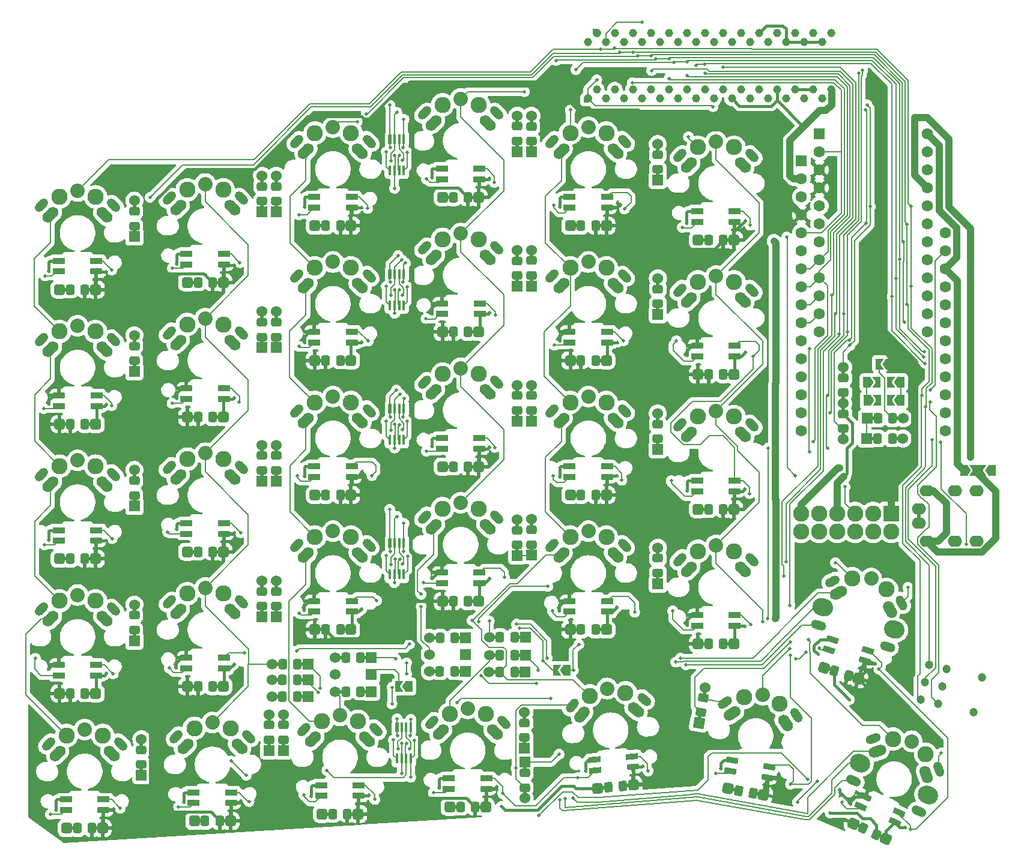
<source format=gbr>
%TF.GenerationSoftware,KiCad,Pcbnew,(6.0.0)*%
%TF.CreationDate,2022-05-14T17:53:23+09:00*%
%TF.ProjectId,brimstone2b,6272696d-7374-46f6-9e65-32622e6b6963,rev?*%
%TF.SameCoordinates,Original*%
%TF.FileFunction,Copper,L2,Bot*%
%TF.FilePolarity,Positive*%
%FSLAX46Y46*%
G04 Gerber Fmt 4.6, Leading zero omitted, Abs format (unit mm)*
G04 Created by KiCad (PCBNEW (6.0.0)) date 2022-05-14 17:53:23*
%MOMM*%
%LPD*%
G01*
G04 APERTURE LIST*
G04 Aperture macros list*
%AMRoundRect*
0 Rectangle with rounded corners*
0 $1 Rounding radius*
0 $2 $3 $4 $5 $6 $7 $8 $9 X,Y pos of 4 corners*
0 Add a 4 corners polygon primitive as box body*
4,1,4,$2,$3,$4,$5,$6,$7,$8,$9,$2,$3,0*
0 Add four circle primitives for the rounded corners*
1,1,$1+$1,$2,$3*
1,1,$1+$1,$4,$5*
1,1,$1+$1,$6,$7*
1,1,$1+$1,$8,$9*
0 Add four rect primitives between the rounded corners*
20,1,$1+$1,$2,$3,$4,$5,0*
20,1,$1+$1,$4,$5,$6,$7,0*
20,1,$1+$1,$6,$7,$8,$9,0*
20,1,$1+$1,$8,$9,$2,$3,0*%
%AMHorizOval*
0 Thick line with rounded ends*
0 $1 width*
0 $2 $3 position (X,Y) of the first rounded end (center of the circle)*
0 $4 $5 position (X,Y) of the second rounded end (center of the circle)*
0 Add line between two ends*
20,1,$1,$2,$3,$4,$5,0*
0 Add two circle primitives to create the rounded ends*
1,1,$1,$2,$3*
1,1,$1,$4,$5*%
%AMRotRect*
0 Rectangle, with rotation*
0 The origin of the aperture is its center*
0 $1 length*
0 $2 width*
0 $3 Rotation angle, in degrees counterclockwise*
0 Add horizontal line*
21,1,$1,$2,0,0,$3*%
%AMOutline5P*
0 Free polygon, 5 corners , with rotation*
0 The origin of the aperture is its center*
0 number of corners: always 5*
0 $1 to $10 corner X, Y*
0 $11 Rotation angle, in degrees counterclockwise*
0 create outline with 5 corners*
4,1,5,$1,$2,$3,$4,$5,$6,$7,$8,$9,$10,$1,$2,$11*%
%AMOutline6P*
0 Free polygon, 6 corners , with rotation*
0 The origin of the aperture is its center*
0 number of corners: always 6*
0 $1 to $12 corner X, Y*
0 $13 Rotation angle, in degrees counterclockwise*
0 create outline with 6 corners*
4,1,6,$1,$2,$3,$4,$5,$6,$7,$8,$9,$10,$11,$12,$1,$2,$13*%
%AMOutline7P*
0 Free polygon, 7 corners , with rotation*
0 The origin of the aperture is its center*
0 number of corners: always 7*
0 $1 to $14 corner X, Y*
0 $15 Rotation angle, in degrees counterclockwise*
0 create outline with 7 corners*
4,1,7,$1,$2,$3,$4,$5,$6,$7,$8,$9,$10,$11,$12,$13,$14,$1,$2,$15*%
%AMOutline8P*
0 Free polygon, 8 corners , with rotation*
0 The origin of the aperture is its center*
0 number of corners: always 8*
0 $1 to $16 corner X, Y*
0 $17 Rotation angle, in degrees counterclockwise*
0 create outline with 8 corners*
4,1,8,$1,$2,$3,$4,$5,$6,$7,$8,$9,$10,$11,$12,$13,$14,$15,$16,$1,$2,$17*%
%AMFreePoly0*
4,1,21,-0.579500,0.579500,0.000000,0.579500,0.149986,0.559754,0.289750,0.501862,0.409768,0.409768,0.501862,0.289750,0.559754,0.149986,0.579500,0.000000,0.559754,-0.149986,0.501862,-0.289750,0.409768,-0.409768,0.289750,-0.501862,0.149986,-0.559754,0.000000,-0.579500,-0.149986,-0.559754,-0.289750,-0.501862,-0.409768,-0.409768,-0.501862,-0.289750,-0.559754,-0.149986,-0.579500,0.000000,
-0.579500,0.579500,-0.579500,0.579500,$1*%
%AMFreePoly1*
4,1,6,1.000000,0.000000,0.500000,-0.750000,-0.500000,-0.750000,-0.500000,0.750000,0.500000,0.750000,1.000000,0.000000,1.000000,0.000000,$1*%
%AMFreePoly2*
4,1,6,0.500000,-0.750000,-0.650000,-0.750000,-0.150000,0.000000,-0.650000,0.750000,0.500000,0.750000,0.500000,-0.750000,0.500000,-0.750000,$1*%
%AMFreePoly3*
4,1,7,0.700000,0.000000,1.200000,-0.750000,-1.200000,-0.750000,-0.700000,0.000000,-1.200000,0.750000,1.200000,0.750000,0.700000,0.000000,0.700000,0.000000,$1*%
%AMFreePoly4*
4,1,21,-0.579500,0.000000,-0.559754,0.149986,-0.501862,0.289750,-0.409768,0.409768,-0.289750,0.501862,-0.149986,0.559754,0.000000,0.579500,0.149986,0.559754,0.289750,0.501862,0.409768,0.409768,0.501862,0.289750,0.559754,0.149986,0.579500,0.000000,0.559754,-0.149986,0.501862,-0.289750,0.409768,-0.409768,0.289750,-0.501862,0.149986,-0.559754,0.000000,-0.579500,-0.579500,-0.579500,
-0.579500,0.000000,-0.579500,0.000000,$1*%
G04 Aperture macros list end*
%TA.AperFunction,SMDPad,CuDef*%
%ADD10R,1.600000X0.500000*%
%TD*%
%TA.AperFunction,ComponentPad*%
%ADD11R,1.524000X1.524000*%
%TD*%
%TA.AperFunction,SMDPad,CuDef*%
%ADD12RoundRect,0.250000X-0.337500X-0.475000X0.337500X-0.475000X0.337500X0.475000X-0.337500X0.475000X0*%
%TD*%
%TA.AperFunction,ComponentPad*%
%ADD13C,1.524000*%
%TD*%
%TA.AperFunction,SMDPad,CuDef*%
%ADD14R,1.700000X0.820000*%
%TD*%
%TA.AperFunction,SMDPad,CuDef*%
%ADD15RoundRect,0.205000X0.645000X0.205000X-0.645000X0.205000X-0.645000X-0.205000X0.645000X-0.205000X0*%
%TD*%
%TA.AperFunction,ComponentPad*%
%ADD16FreePoly0,90.000000*%
%TD*%
%TA.AperFunction,ComponentPad*%
%ADD17C,1.159000*%
%TD*%
%TA.AperFunction,SMDPad,CuDef*%
%ADD18RoundRect,0.205000X-0.645000X-0.205000X0.645000X-0.205000X0.645000X0.205000X-0.645000X0.205000X0*%
%TD*%
%TA.AperFunction,ComponentPad*%
%ADD19C,2.032000*%
%TD*%
%TA.AperFunction,ComponentPad*%
%ADD20C,2.286000*%
%TD*%
%TA.AperFunction,ComponentPad*%
%ADD21HorizOval,1.550000X0.350018X0.350018X-0.350018X-0.350018X0*%
%TD*%
%TA.AperFunction,ComponentPad*%
%ADD22HorizOval,1.250000X-0.335876X0.335876X0.335876X-0.335876X0*%
%TD*%
%TA.AperFunction,ComponentPad*%
%ADD23HorizOval,1.250000X0.335876X0.335876X-0.335876X-0.335876X0*%
%TD*%
%TA.AperFunction,ComponentPad*%
%ADD24HorizOval,1.550000X-0.350018X0.350018X0.350018X-0.350018X0*%
%TD*%
%TA.AperFunction,ComponentPad*%
%ADD25RoundRect,0.381000X-0.381000X-0.381000X0.381000X-0.381000X0.381000X0.381000X-0.381000X0.381000X0*%
%TD*%
%TA.AperFunction,SMDPad,CuDef*%
%ADD26RoundRect,0.250000X0.475000X-0.337500X0.475000X0.337500X-0.475000X0.337500X-0.475000X-0.337500X0*%
%TD*%
%TA.AperFunction,SMDPad,CuDef*%
%ADD27R,0.500000X1.600000*%
%TD*%
%TA.AperFunction,SMDPad,CuDef*%
%ADD28RoundRect,0.250000X0.337500X0.475000X-0.337500X0.475000X-0.337500X-0.475000X0.337500X-0.475000X0*%
%TD*%
%TA.AperFunction,ComponentPad*%
%ADD29RoundRect,0.381000X0.381000X0.381000X-0.381000X0.381000X-0.381000X-0.381000X0.381000X-0.381000X0*%
%TD*%
%TA.AperFunction,SMDPad,CuDef*%
%ADD30RotRect,1.700000X0.820000X5.000000*%
%TD*%
%TA.AperFunction,SMDPad,CuDef*%
%ADD31RoundRect,0.205000X-0.624679X-0.260435X0.660413X-0.148004X0.624679X0.260435X-0.660413X0.148004X0*%
%TD*%
%TA.AperFunction,SMDPad,CuDef*%
%ADD32RoundRect,0.250000X-0.475000X0.337500X-0.475000X-0.337500X0.475000X-0.337500X0.475000X0.337500X0*%
%TD*%
%TA.AperFunction,SMDPad,CuDef*%
%ADD33RotRect,1.700000X0.820000X155.000000*%
%TD*%
%TA.AperFunction,SMDPad,CuDef*%
%ADD34RoundRect,0.205000X0.671205X-0.086796X-0.497932X0.458382X-0.671205X0.086796X0.497932X-0.458382X0*%
%TD*%
%TA.AperFunction,ComponentPad*%
%ADD35HorizOval,1.550000X0.405480X0.283920X-0.405480X-0.283920X0*%
%TD*%
%TA.AperFunction,ComponentPad*%
%ADD36HorizOval,1.250000X-0.272449X0.389097X0.272449X-0.389097X0*%
%TD*%
%TA.AperFunction,ComponentPad*%
%ADD37HorizOval,1.550000X-0.283920X0.405480X0.283920X-0.405480X0*%
%TD*%
%TA.AperFunction,ComponentPad*%
%ADD38HorizOval,1.250000X0.389097X0.272449X-0.389097X-0.272449X0*%
%TD*%
%TA.AperFunction,SMDPad,CuDef*%
%ADD39RotRect,1.600000X0.500000X162.500000*%
%TD*%
%TA.AperFunction,ComponentPad*%
%ADD40RoundRect,0.381000X-0.477935X-0.248797X0.248797X-0.477935X0.477935X0.248797X-0.248797X0.477935X0*%
%TD*%
%TA.AperFunction,SMDPad,CuDef*%
%ADD41RoundRect,0.250000X-0.464715X-0.351527X0.179044X-0.554504X0.464715X0.351527X-0.179044X0.554504X0*%
%TD*%
%TA.AperFunction,ComponentPad*%
%ADD42RoundRect,0.381000X-0.441372X-0.309052X0.309052X-0.441372X0.441372X0.309052X-0.309052X0.441372X0*%
%TD*%
%TA.AperFunction,SMDPad,CuDef*%
%ADD43RoundRect,0.250000X-0.414856X-0.409177X0.249890X-0.526390X0.414856X0.409177X-0.249890X0.526390X0*%
%TD*%
%TA.AperFunction,SMDPad,CuDef*%
%ADD44RotRect,1.600000X0.500000X170.000000*%
%TD*%
%TA.AperFunction,SMDPad,CuDef*%
%ADD45RotRect,1.700000X0.820000X342.500000*%
%TD*%
%TA.AperFunction,SMDPad,CuDef*%
%ADD46RoundRect,0.205000X-0.676792X-0.001557X0.553503X-0.389467X0.676792X0.001557X-0.553503X0.389467X0*%
%TD*%
%TA.AperFunction,ComponentPad*%
%ADD47R,1.600000X1.600000*%
%TD*%
%TA.AperFunction,ComponentPad*%
%ADD48C,1.600000*%
%TD*%
%TA.AperFunction,ComponentPad*%
%ADD49HorizOval,1.250000X0.446354X0.162460X-0.446354X-0.162460X0*%
%TD*%
%TA.AperFunction,ComponentPad*%
%ADD50HorizOval,1.550000X-0.169300X0.465148X0.169300X-0.465148X0*%
%TD*%
%TA.AperFunction,ComponentPad*%
%ADD51HorizOval,2.489200X0.190325X-0.088750X-0.190325X0.088750X0*%
%TD*%
%TA.AperFunction,ComponentPad*%
%ADD52HorizOval,1.250000X0.430496X-0.200744X-0.430496X0.200744X0*%
%TD*%
%TA.AperFunction,ComponentPad*%
%ADD53HorizOval,1.550000X0.465148X0.169300X-0.465148X-0.169300X0*%
%TD*%
%TA.AperFunction,ComponentPad*%
%ADD54HorizOval,1.250000X-0.162460X0.446354X0.162460X-0.446354X0*%
%TD*%
%TA.AperFunction,ComponentPad*%
%ADD55R,2.286000X2.286000*%
%TD*%
%TA.AperFunction,SMDPad,CuDef*%
%ADD56RotRect,1.700000X0.820000X350.000000*%
%TD*%
%TA.AperFunction,SMDPad,CuDef*%
%ADD57RoundRect,0.205000X-0.670799X-0.089883X0.599603X-0.313889X0.670799X0.089883X-0.599603X0.313889X0*%
%TD*%
%TA.AperFunction,SMDPad,CuDef*%
%ADD58RotRect,1.600000X0.500000X335.000000*%
%TD*%
%TA.AperFunction,SMDPad,CuDef*%
%ADD59RoundRect,0.250000X0.506623X0.287863X-0.105135X0.573130X-0.506623X-0.287863X0.105135X-0.573130X0*%
%TD*%
%TA.AperFunction,ComponentPad*%
%ADD60RoundRect,0.381000X0.506321X0.184286X-0.184286X0.506321X-0.506321X-0.184286X0.184286X-0.506321X0*%
%TD*%
%TA.AperFunction,ComponentPad*%
%ADD61HorizOval,1.550000X0.318180X0.379192X-0.318180X-0.379192X0*%
%TD*%
%TA.AperFunction,ComponentPad*%
%ADD62HorizOval,1.250000X-0.363871X0.305324X0.363871X-0.305324X0*%
%TD*%
%TA.AperFunction,ComponentPad*%
%ADD63HorizOval,1.550000X-0.379192X0.318180X0.379192X-0.318180X0*%
%TD*%
%TA.AperFunction,ComponentPad*%
%ADD64HorizOval,1.250000X0.305324X0.363871X-0.305324X-0.363871X0*%
%TD*%
%TA.AperFunction,ComponentPad*%
%ADD65C,1.200000*%
%TD*%
%TA.AperFunction,SMDPad,CuDef*%
%ADD66RotRect,1.600000X0.500000X185.000000*%
%TD*%
%TA.AperFunction,SMDPad,CuDef*%
%ADD67RoundRect,0.250000X-0.294817X-0.502608X0.377615X-0.443777X0.294817X0.502608X-0.377615X0.443777X0*%
%TD*%
%TA.AperFunction,ComponentPad*%
%ADD68RoundRect,0.381000X-0.346344X-0.412757X0.412757X-0.346344X0.346344X0.412757X-0.412757X0.346344X0*%
%TD*%
%TA.AperFunction,SMDPad,CuDef*%
%ADD69RotRect,1.600000X0.500000X260.000000*%
%TD*%
%TA.AperFunction,ComponentPad*%
%ADD70RotRect,1.524000X1.524000X80.000000*%
%TD*%
%TA.AperFunction,SMDPad,CuDef*%
%ADD71RoundRect,0.250000X0.409177X-0.414856X0.526390X0.249890X-0.409177X0.414856X-0.526390X-0.249890X0*%
%TD*%
%TA.AperFunction,ComponentPad*%
%ADD72O,2.000000X1.600000*%
%TD*%
%TA.AperFunction,ComponentPad*%
%ADD73HorizOval,1.550000X-0.228566X0.439070X0.228566X-0.439070X0*%
%TD*%
%TA.AperFunction,ComponentPad*%
%ADD74HorizOval,1.250000X0.421330X0.219331X-0.421330X-0.219331X0*%
%TD*%
%TA.AperFunction,ComponentPad*%
%ADD75HorizOval,2.489200X0.200281X-0.063148X-0.200281X0.063148X0*%
%TD*%
%TA.AperFunction,ComponentPad*%
%ADD76HorizOval,1.250000X0.453016X-0.142835X-0.453016X0.142835X0*%
%TD*%
%TA.AperFunction,ComponentPad*%
%ADD77HorizOval,1.250000X-0.219331X0.421330X0.219331X-0.421330X0*%
%TD*%
%TA.AperFunction,ComponentPad*%
%ADD78HorizOval,1.550000X0.439070X0.228566X-0.439070X-0.228566X0*%
%TD*%
%TA.AperFunction,SMDPad,CuDef*%
%ADD79FreePoly1,180.000000*%
%TD*%
%TA.AperFunction,SMDPad,CuDef*%
%ADD80FreePoly2,180.000000*%
%TD*%
%TA.AperFunction,SMDPad,CuDef*%
%ADD81FreePoly1,0.000000*%
%TD*%
%TA.AperFunction,SMDPad,CuDef*%
%ADD82FreePoly3,0.000000*%
%TD*%
%TA.AperFunction,ComponentPad*%
%ADD83FreePoly4,270.000000*%
%TD*%
%TA.AperFunction,SMDPad,CuDef*%
%ADD84FreePoly2,0.000000*%
%TD*%
%TA.AperFunction,SMDPad,CuDef*%
%ADD85Outline5P,-0.225000X0.700000X0.225000X0.700000X0.225000X-0.610000X0.135000X-0.700000X-0.225000X-0.700000X180.000000*%
%TD*%
%TA.AperFunction,SMDPad,CuDef*%
%ADD86R,0.450000X1.400000*%
%TD*%
%TA.AperFunction,ViaPad*%
%ADD87C,0.500000*%
%TD*%
%TA.AperFunction,ViaPad*%
%ADD88C,0.800000*%
%TD*%
%TA.AperFunction,Conductor*%
%ADD89C,1.000000*%
%TD*%
%TA.AperFunction,Conductor*%
%ADD90C,0.400000*%
%TD*%
%TA.AperFunction,Conductor*%
%ADD91C,0.200000*%
%TD*%
G04 APERTURE END LIST*
D10*
%TO.P,D1,1,K*%
%TO.N,ROW6*%
X182740000Y-87087049D03*
D11*
X182000000Y-87087049D03*
D12*
X183502500Y-87087049D03*
%TO.P,D1,2,A*%
%TO.N,Net-(D1-Pad2)*%
X185577500Y-87087049D03*
D13*
X187080000Y-87087049D03*
D10*
X186340000Y-87087049D03*
%TD*%
D14*
%TO.P,D130,1,VDD*%
%TO.N,VRGB*%
X145320000Y-114360000D03*
%TO.P,D130,2,DOUT*%
%TO.N,/Row4/Key34/DIN*%
X145320000Y-112860000D03*
D15*
%TO.P,D130,3,VSS*%
%TO.N,GND*%
X140020000Y-112860000D03*
D14*
%TO.P,D130,4,DIN*%
%TO.N,/Row4/Key33/DOUT*%
X140020000Y-114360000D03*
%TD*%
D16*
%TO.P,IC1,1,GPB0*%
%TO.N,LED_DIN*%
X142590000Y-41946049D03*
D17*
%TO.P,IC1,2,GPB1*%
%TO.N,COL1*%
X145130000Y-41946049D03*
%TO.P,IC1,3,GPB2*%
%TO.N,COL2*%
X147670000Y-41946049D03*
%TO.P,IC1,4,GPB3*%
%TO.N,COL3*%
X150210000Y-41946049D03*
%TO.P,IC1,5,GPB4*%
%TO.N,COL4*%
X152750000Y-41946049D03*
%TO.P,IC1,6,GPB5*%
%TO.N,COL5*%
X155290000Y-41946049D03*
%TO.P,IC1,7,GPB6*%
%TO.N,COL6*%
X157830000Y-41946049D03*
%TO.P,IC1,8,GPB7*%
%TO.N,unconnected-(IC1-Pad8)*%
X160370000Y-41946049D03*
%TO.P,IC1,9,VDD*%
%TO.N,+3V3*%
X162910000Y-41946049D03*
%TO.P,IC1,10,VSS*%
%TO.N,GND*%
X165450000Y-41946049D03*
%TO.P,IC1,11,NC_1*%
%TO.N,unconnected-(IC1-Pad11)*%
X167990000Y-41946049D03*
%TO.P,IC1,12,SCL*%
%TO.N,SCL*%
X170530000Y-41946049D03*
%TO.P,IC1,13,SDA*%
%TO.N,SDA*%
X173070000Y-41946049D03*
%TO.P,IC1,14,NC_2*%
%TO.N,unconnected-(IC1-Pad14)*%
X175610000Y-41946049D03*
%TO.P,IC1,15,A0*%
%TO.N,GND*%
X175610000Y-34008049D03*
%TO.P,IC1,16,A1*%
X173070000Y-34008049D03*
%TO.P,IC1,17,A2*%
X170530000Y-34008049D03*
%TO.P,IC1,18,~{RESET}*%
%TO.N,+3V3*%
X167990000Y-34008049D03*
%TO.P,IC1,19,INTB*%
%TO.N,unconnected-(IC1-Pad19)*%
X165450000Y-34008049D03*
%TO.P,IC1,20,INTA*%
%TO.N,unconnected-(IC1-Pad20)*%
X162910000Y-34008049D03*
%TO.P,IC1,21,GPA0*%
%TO.N,ROW7*%
X160370000Y-34008049D03*
%TO.P,IC1,22,GPA1*%
%TO.N,ROW4*%
X157830000Y-34008049D03*
%TO.P,IC1,23,GPA2*%
%TO.N,ROW3*%
X155290000Y-34008049D03*
%TO.P,IC1,24,GPA3*%
%TO.N,ROW2*%
X152750000Y-34008049D03*
%TO.P,IC1,25,GPA4*%
%TO.N,ROW8*%
X150210000Y-34008049D03*
%TO.P,IC1,26,GPA5*%
%TO.N,ROW1*%
X147670000Y-34008049D03*
%TO.P,IC1,27,GPA6*%
%TO.N,ROW6*%
X145130000Y-34008049D03*
%TO.P,IC1,28,GPA7*%
%TO.N,ROW5*%
X142590000Y-34008049D03*
%TD*%
D14*
%TO.P,D128,1,VDD*%
%TO.N,VRGB*%
X86020000Y-63860000D03*
%TO.P,D128,2,DOUT*%
%TO.N,/Row1/Key34/DIN*%
X86020000Y-65360000D03*
D18*
%TO.P,D128,3,VSS*%
%TO.N,GND*%
X91320000Y-65360000D03*
D14*
%TO.P,D128,4,DIN*%
%TO.N,/Row1/Key33/DOUT*%
X91320000Y-63860000D03*
%TD*%
D19*
%TO.P,SW8,1,1*%
%TO.N,COL5*%
X142670000Y-65007049D03*
D20*
X140130000Y-65827049D03*
D21*
X138860000Y-68367049D03*
D22*
%TO.P,SW8,2,2*%
%TO.N,/Row2/Key31/ROWD*%
X147770000Y-67007049D03*
D20*
X145210000Y-65827049D03*
D23*
X137570000Y-67007049D03*
D24*
X146480000Y-68367049D03*
%TD*%
D19*
%TO.P,SW31,1,1*%
%TO.N,COL2*%
X89670000Y-130007049D03*
D20*
X87130000Y-130827049D03*
D21*
X85860000Y-133367049D03*
D20*
%TO.P,SW31,2,2*%
%TO.N,/Row5/Key35/ROWD*%
X92210000Y-130827049D03*
D22*
X94770000Y-132007049D03*
D23*
X84570000Y-132007049D03*
D24*
X93480000Y-133367049D03*
%TD*%
D12*
%TO.P,C6,1*%
%TO.N,VRGB*%
X123632500Y-55907049D03*
D10*
X122870000Y-55907049D03*
D25*
X122130000Y-55907049D03*
%TO.P,C6,2*%
%TO.N,GND*%
X127210000Y-55907049D03*
D10*
X126470000Y-55907049D03*
D12*
X125707500Y-55907049D03*
%TD*%
D19*
%TO.P,SW17,1,1*%
%TO.N,COL3*%
X106670000Y-46007049D03*
D20*
X104130000Y-46827049D03*
D21*
X102860000Y-49367049D03*
D23*
%TO.P,SW17,2,2*%
%TO.N,/Row1/Key33/ROWD*%
X101570000Y-48007049D03*
D22*
X111770000Y-48007049D03*
D24*
X110480000Y-49367049D03*
D20*
X109210000Y-46827049D03*
%TD*%
D26*
%TO.P,D49,1,K*%
%TO.N,ROW2*%
X98670000Y-75604549D03*
D27*
X98670000Y-76367049D03*
D11*
X98670000Y-77107049D03*
D27*
%TO.P,D49,2,A*%
%TO.N,/Row2/Key33/ROWD*%
X98670000Y-72767049D03*
D13*
X98670000Y-72027049D03*
D26*
X98670000Y-73529549D03*
%TD*%
D11*
%TO.P,D8,1,K*%
%TO.N,Net-(D8-Pad1)*%
X133780000Y-117947049D03*
D28*
X132277500Y-117947049D03*
D10*
X133040000Y-117947049D03*
D28*
%TO.P,D8,2,A*%
%TO.N,COL2*%
X130202500Y-117947049D03*
D10*
X129440000Y-117947049D03*
D13*
X128700000Y-117947049D03*
%TD*%
D26*
%TO.P,D29,1,K*%
%TO.N,ROW2*%
X134680000Y-66904549D03*
D11*
X134680000Y-68407049D03*
D27*
X134680000Y-67667049D03*
D26*
%TO.P,D29,2,A*%
%TO.N,/Row2/Key31/ROWD*%
X134680000Y-64829549D03*
D27*
X134680000Y-64067049D03*
D13*
X134680000Y-63327049D03*
%TD*%
D14*
%TO.P,D105,1,VDD*%
%TO.N,VRGB*%
X123020000Y-137860000D03*
%TO.P,D105,2,DOUT*%
%TO.N,/Row5/Key30/DOUT*%
X123020000Y-139360000D03*
D18*
%TO.P,D105,3,VSS*%
%TO.N,GND*%
X128320000Y-139360000D03*
D14*
%TO.P,D105,4,DIN*%
%TO.N,/Row5/Key30/DIN*%
X128320000Y-137860000D03*
%TD*%
D11*
%TO.P,D39,1,K*%
%TO.N,ROW2*%
X152480000Y-72407049D03*
D26*
X152480000Y-70904549D03*
D27*
X152480000Y-71667049D03*
%TO.P,D39,2,A*%
%TO.N,/Row2/Key32/ROWD*%
X152480000Y-68067049D03*
D13*
X152480000Y-67327049D03*
D26*
X152480000Y-68829549D03*
%TD*%
D14*
%TO.P,D103,1,VDD*%
%TO.N,VRGB*%
X109320000Y-76370000D03*
%TO.P,D103,2,DOUT*%
%TO.N,/Row2/Key30/DOUT*%
X109320000Y-74870000D03*
D15*
%TO.P,D103,3,VSS*%
%TO.N,GND*%
X104020000Y-74870000D03*
D14*
%TO.P,D103,4,DIN*%
%TO.N,/Row2/Key30/DIN*%
X104020000Y-76370000D03*
%TD*%
%TO.P,D113,1,VDD*%
%TO.N,VRGB*%
X158020000Y-57860000D03*
%TO.P,D113,2,DOUT*%
%TO.N,/Row1/Key31/DIN*%
X158020000Y-59360000D03*
D18*
%TO.P,D113,3,VSS*%
%TO.N,GND*%
X163320000Y-59360000D03*
D14*
%TO.P,D113,4,DIN*%
%TO.N,DRGB*%
X163320000Y-57860000D03*
%TD*%
D26*
%TO.P,D63,1,K*%
%TO.N,ROW5*%
X79670000Y-135944549D03*
D11*
X79670000Y-137447049D03*
D27*
X79670000Y-136707049D03*
D26*
%TO.P,D63,2,A*%
%TO.N,/Row5/Key34/ROWD*%
X79670000Y-133869549D03*
D27*
X79670000Y-133107049D03*
D13*
X79670000Y-132367049D03*
%TD*%
D12*
%TO.P,D2,1,K*%
%TO.N,ROW6*%
X183442500Y-89927049D03*
D11*
X181940000Y-89927049D03*
D10*
X182680000Y-89927049D03*
D12*
%TO.P,D2,2,A*%
%TO.N,Net-(D2-Pad2)*%
X185517500Y-89927049D03*
D13*
X187020000Y-89927049D03*
D10*
X186280000Y-89927049D03*
%TD*%
D11*
%TO.P,D67,1,K*%
%TO.N,ROW1*%
X96670000Y-57928299D03*
D27*
X96670000Y-57188299D03*
D26*
X96670000Y-56425799D03*
D13*
%TO.P,D67,2,A*%
%TO.N,/Row1/Key35/ROWD*%
X96670000Y-52848299D03*
D27*
X96670000Y-53588299D03*
D26*
X96670000Y-54350799D03*
%TD*%
D10*
%TO.P,C20,1*%
%TO.N,VRGB*%
X108470000Y-116907049D03*
D28*
X107707500Y-116907049D03*
D29*
X109210000Y-116907049D03*
%TO.P,C20,2*%
%TO.N,GND*%
X104130000Y-116907049D03*
D10*
X104870000Y-116907049D03*
D28*
X105632500Y-116907049D03*
%TD*%
D21*
%TO.P,SW9,1,1*%
%TO.N,COL5*%
X138860000Y-106367049D03*
D19*
X142670000Y-103007049D03*
D20*
X140130000Y-103827049D03*
D22*
%TO.P,SW9,2,2*%
%TO.N,/Row4/Key31/ROWD*%
X147770000Y-105007049D03*
D20*
X145210000Y-103827049D03*
D23*
X137570000Y-105007049D03*
D24*
X146480000Y-106367049D03*
%TD*%
D21*
%TO.P,SW18,1,1*%
%TO.N,COL3*%
X102860000Y-68367049D03*
D20*
X104130000Y-65827049D03*
D19*
X106670000Y-65007049D03*
D23*
%TO.P,SW18,2,2*%
%TO.N,/Row2/Key33/ROWD*%
X101570000Y-67007049D03*
D24*
X110480000Y-68367049D03*
D22*
X111770000Y-67007049D03*
D20*
X109210000Y-65827049D03*
%TD*%
D11*
%TO.P,D31,1,K*%
%TO.N,ROW4*%
X134680000Y-106407049D03*
D26*
X134680000Y-104904549D03*
D27*
X134680000Y-105667049D03*
D26*
%TO.P,D31,2,A*%
%TO.N,/Row4/Key31/ROWD*%
X134680000Y-102829549D03*
D27*
X134680000Y-102067049D03*
D13*
X134680000Y-101327049D03*
%TD*%
D26*
%TO.P,D27,1,K*%
%TO.N,ROW1*%
X134651250Y-47963299D03*
D11*
X134651250Y-49465799D03*
D27*
X134651250Y-48725799D03*
D13*
%TO.P,D27,2,A*%
%TO.N,/Row1/Key31/ROWD*%
X134651250Y-44385799D03*
D26*
X134651250Y-45888299D03*
D27*
X134651250Y-45125799D03*
%TD*%
D26*
%TO.P,D73,1,K*%
%TO.N,ROW3*%
X96670000Y-94425799D03*
D11*
X96670000Y-95928299D03*
D27*
X96670000Y-95188299D03*
D13*
%TO.P,D73,2,A*%
%TO.N,/Row3/Key35/ROWD*%
X96670000Y-90848299D03*
D27*
X96670000Y-91588299D03*
D26*
X96670000Y-92350799D03*
%TD*%
%TO.P,D51,1,K*%
%TO.N,ROW4*%
X98670000Y-113604549D03*
D11*
X98670000Y-115107049D03*
D27*
X98670000Y-114367049D03*
D26*
%TO.P,D51,2,A*%
%TO.N,/Row4/Key33/ROWD*%
X98670000Y-111529549D03*
D13*
X98670000Y-110027049D03*
D27*
X98670000Y-110767049D03*
%TD*%
D11*
%TO.P,D21,1,K*%
%TO.N,ROW5*%
X133680000Y-133647049D03*
D27*
X133680000Y-132907049D03*
D26*
X133680000Y-132144549D03*
%TO.P,D21,2,A*%
%TO.N,/Row5/Key30/ROWD*%
X133680000Y-130069549D03*
D27*
X133680000Y-129307049D03*
D13*
X133680000Y-128567049D03*
%TD*%
D25*
%TO.P,C27,1*%
%TO.N,VRGB*%
X68130000Y-106907049D03*
D10*
X68870000Y-106907049D03*
D12*
X69632500Y-106907049D03*
%TO.P,C27,2*%
%TO.N,GND*%
X71707500Y-106907049D03*
D25*
X73210000Y-106907049D03*
D10*
X72470000Y-106907049D03*
%TD*%
D30*
%TO.P,D111,1,VDD*%
%TO.N,VRGB*%
X143524717Y-135263817D03*
%TO.P,D111,2,DOUT*%
%TO.N,/Row5/Key30/DIN*%
X143655451Y-136758109D03*
D31*
%TO.P,D111,3,VSS*%
%TO.N,GND*%
X148935283Y-136296183D03*
D30*
%TO.P,D111,4,DIN*%
%TO.N,/Row5/Key31/DIN*%
X148804549Y-134801891D03*
%TD*%
D25*
%TO.P,C5,1*%
%TO.N,VRGB*%
X123130000Y-141907049D03*
D10*
X123870000Y-141907049D03*
D12*
X124632500Y-141907049D03*
%TO.P,C5,2*%
%TO.N,GND*%
X126707500Y-141907049D03*
D25*
X128210000Y-141907049D03*
D10*
X127470000Y-141907049D03*
%TD*%
D14*
%TO.P,D121,1,VDD*%
%TO.N,VRGB*%
X105020000Y-138860000D03*
%TO.P,D121,2,DOUT*%
%TO.N,/Row5/Key33/DOUT*%
X105020000Y-140360000D03*
D18*
%TO.P,D121,3,VSS*%
%TO.N,GND*%
X110320000Y-140360000D03*
D14*
%TO.P,D121,4,DIN*%
%TO.N,/Row5/Key30/DOUT*%
X110320000Y-138860000D03*
%TD*%
D28*
%TO.P,D15,1,K*%
%TO.N,Net-(D15-Pad1)*%
X101650000Y-121757049D03*
D11*
X103152500Y-121757049D03*
D10*
X102412500Y-121757049D03*
D13*
%TO.P,D15,2,A*%
%TO.N,COL2*%
X98072500Y-121757049D03*
D10*
X98812500Y-121757049D03*
D28*
X99575000Y-121757049D03*
%TD*%
D19*
%TO.P,SW23,1,1*%
%TO.N,COL1*%
X70670000Y-74007049D03*
D21*
X66860000Y-77367049D03*
D20*
X68130000Y-74827049D03*
D24*
%TO.P,SW23,2,2*%
%TO.N,/Row2/Key34/ROWD*%
X74480000Y-77367049D03*
D20*
X73210000Y-74827049D03*
D23*
X65570000Y-76007049D03*
D22*
X75770000Y-76007049D03*
%TD*%
D19*
%TO.P,SW15,1,1*%
%TO.N,COL6*%
X160670000Y-105007049D03*
D21*
X156860000Y-108367049D03*
D20*
X158130000Y-105827049D03*
D22*
%TO.P,SW15,2,2*%
%TO.N,/Row4/Key32/ROWD*%
X165770000Y-107007049D03*
D20*
X163210000Y-105827049D03*
D24*
X164480000Y-108367049D03*
D23*
X155570000Y-107007049D03*
%TD*%
D12*
%TO.P,C32,1*%
%TO.N,VRGB*%
X88632500Y-143907049D03*
D25*
X87130000Y-143907049D03*
D10*
X87870000Y-143907049D03*
D12*
%TO.P,C32,2*%
%TO.N,GND*%
X90707500Y-143907049D03*
D25*
X92210000Y-143907049D03*
D10*
X91470000Y-143907049D03*
%TD*%
D26*
%TO.P,D71,1,K*%
%TO.N,ROW4*%
X96670000Y-113604549D03*
D27*
X96670000Y-114367049D03*
D11*
X96670000Y-115107049D03*
D13*
%TO.P,D71,2,A*%
%TO.N,/Row4/Key35/ROWD*%
X96670000Y-110027049D03*
D27*
X96670000Y-110767049D03*
D26*
X96670000Y-111529549D03*
%TD*%
D11*
%TO.P,D33,1,K*%
%TO.N,ROW5*%
X133690000Y-135617049D03*
D32*
X133690000Y-137119549D03*
D27*
X133690000Y-136357049D03*
D13*
%TO.P,D33,2,A*%
%TO.N,/Row5/Key31/ROWD*%
X133690000Y-140697049D03*
D32*
X133690000Y-139194549D03*
D27*
X133690000Y-139957049D03*
%TD*%
D33*
%TO.P,D102,1,VDD*%
%TO.N,VRGB*%
X185864752Y-144059669D03*
%TO.P,D102,2,DOUT*%
%TO.N,/key5way/DOUT*%
X186498679Y-142700208D03*
D34*
%TO.P,D102,3,VSS*%
%TO.N,GND*%
X181695248Y-140460331D03*
D33*
%TO.P,D102,4,DIN*%
%TO.N,/Row5/DOUT*%
X181061321Y-141819792D03*
%TD*%
D19*
%TO.P,SW16,1,1*%
%TO.N,COL6*%
X167294524Y-126096683D03*
D35*
X162958949Y-128744038D03*
D20*
X164650721Y-126463159D03*
D36*
%TO.P,SW16,2,2*%
%TO.N,/Row5/Key32/ROWD*%
X171969747Y-128951904D03*
D37*
X170463184Y-130067237D03*
D38*
X161924708Y-127180693D03*
D20*
X169653544Y-127345292D03*
%TD*%
D39*
%TO.P,C1,1*%
%TO.N,VRGB*%
X176617591Y-122490886D03*
D40*
X175911841Y-122268363D03*
D41*
X177344801Y-122720174D03*
D39*
%TO.P,C1,2*%
%TO.N,GND*%
X180050973Y-123573426D03*
D40*
X180756723Y-123795949D03*
D41*
X179323763Y-123344138D03*
%TD*%
D19*
%TO.P,SW7,1,1*%
%TO.N,COL5*%
X142670000Y-46007049D03*
D20*
X140130000Y-46827049D03*
D21*
X138860000Y-49367049D03*
D22*
%TO.P,SW7,2,2*%
%TO.N,/Row1/Key31/ROWD*%
X147770000Y-48007049D03*
D20*
X145210000Y-46827049D03*
D24*
X146480000Y-49367049D03*
D23*
X137570000Y-48007049D03*
%TD*%
D27*
%TO.P,R2,1*%
%TO.N,+3V3*%
X178620000Y-85704549D03*
D13*
X178620000Y-84964549D03*
D32*
X178620000Y-86467049D03*
%TO.P,R2,2*%
%TO.N,SCL*%
X178620000Y-88542049D03*
D13*
X178620000Y-90044549D03*
D27*
X178620000Y-89304549D03*
%TD*%
D26*
%TO.P,D19,1,K*%
%TO.N,ROW4*%
X132670000Y-104944549D03*
D11*
X132670000Y-106447049D03*
D27*
X132670000Y-105707049D03*
%TO.P,D19,2,A*%
%TO.N,/Row4/Key30/ROWD*%
X132670000Y-102107049D03*
D13*
X132670000Y-101367049D03*
D26*
X132670000Y-102869549D03*
%TD*%
D14*
%TO.P,D127,1,VDD*%
%TO.N,VRGB*%
X68020000Y-102860000D03*
%TO.P,D127,2,DOUT*%
%TO.N,/Row3/DOUT*%
X68020000Y-104360000D03*
D18*
%TO.P,D127,3,VSS*%
%TO.N,GND*%
X73320000Y-104360000D03*
D14*
%TO.P,D127,4,DIN*%
%TO.N,/Row3/Key34/DIN*%
X73320000Y-102860000D03*
%TD*%
D10*
%TO.P,C30,1*%
%TO.N,VRGB*%
X90470000Y-124907049D03*
D29*
X91210000Y-124907049D03*
D28*
X89707500Y-124907049D03*
D29*
%TO.P,C30,2*%
%TO.N,GND*%
X86130000Y-124907049D03*
D10*
X86870000Y-124907049D03*
D28*
X87632500Y-124907049D03*
%TD*%
D27*
%TO.P,D23,1,K*%
%TO.N,ROW1*%
X132670000Y-48707049D03*
D26*
X132670000Y-47944549D03*
D11*
X132670000Y-49447049D03*
D27*
%TO.P,D23,2,A*%
%TO.N,/Row1/Key30/ROWD*%
X132670000Y-45107049D03*
D13*
X132670000Y-44367049D03*
D26*
X132670000Y-45869549D03*
%TD*%
D14*
%TO.P,D116,1,VDD*%
%TO.N,VRGB*%
X73320000Y-123350000D03*
%TO.P,D116,2,DOUT*%
%TO.N,/Row4/Key31/DIN*%
X73320000Y-121850000D03*
D15*
%TO.P,D116,3,VSS*%
%TO.N,GND*%
X68020000Y-121850000D03*
D14*
%TO.P,D116,4,DIN*%
%TO.N,/Row3/DOUT*%
X68020000Y-123350000D03*
%TD*%
D12*
%TO.P,C23,1*%
%TO.N,VRGB*%
X69632500Y-68907049D03*
D10*
X68870000Y-68907049D03*
D25*
X68130000Y-68907049D03*
%TO.P,C23,2*%
%TO.N,GND*%
X73210000Y-68907049D03*
D10*
X72470000Y-68907049D03*
D12*
X71707500Y-68907049D03*
%TD*%
D14*
%TO.P,D115,1,VDD*%
%TO.N,VRGB*%
X158020000Y-95860000D03*
%TO.P,D115,2,DOUT*%
%TO.N,/Row3/Key31/DIN*%
X158020000Y-97360000D03*
D18*
%TO.P,D115,3,VSS*%
%TO.N,GND*%
X163320000Y-97360000D03*
D14*
%TO.P,D115,4,DIN*%
%TO.N,/Row2/DOUT*%
X163320000Y-95860000D03*
%TD*%
D19*
%TO.P,SW2,1,1*%
%TO.N,COL4*%
X124670000Y-61007049D03*
D21*
X120860000Y-64367049D03*
D20*
X122130000Y-61827049D03*
D22*
%TO.P,SW2,2,2*%
%TO.N,/Row2/Key30/ROWD*%
X129770000Y-63007049D03*
D24*
X128480000Y-64367049D03*
D23*
X119570000Y-63007049D03*
D20*
X127210000Y-61827049D03*
%TD*%
D14*
%TO.P,D118,1,VDD*%
%TO.N,VRGB*%
X104020000Y-55860000D03*
%TO.P,D118,2,DOUT*%
%TO.N,/Row1/Key33/DOUT*%
X104020000Y-57360000D03*
D18*
%TO.P,D118,3,VSS*%
%TO.N,GND*%
X109320000Y-57360000D03*
D14*
%TO.P,D118,4,DIN*%
%TO.N,/Row1/Key30/DOUT*%
X109320000Y-55860000D03*
%TD*%
D19*
%TO.P,SW27,1,1*%
%TO.N,COL2*%
X88670000Y-54007049D03*
D21*
X84860000Y-57367049D03*
D20*
X86130000Y-54827049D03*
D24*
%TO.P,SW27,2,2*%
%TO.N,/Row1/Key35/ROWD*%
X92480000Y-57367049D03*
D22*
X93770000Y-56007049D03*
D23*
X83570000Y-56007049D03*
D20*
X91210000Y-54827049D03*
%TD*%
D26*
%TO.P,R1,1*%
%TO.N,+3V3*%
X178620000Y-83464549D03*
D27*
X178620000Y-84227049D03*
D13*
X178620000Y-84967049D03*
D26*
%TO.P,R1,2*%
%TO.N,SDA*%
X178620000Y-81389549D03*
D13*
X178620000Y-79887049D03*
D27*
X178620000Y-80627049D03*
%TD*%
D20*
%TO.P,SW30,1,1*%
%TO.N,COL2*%
X86130000Y-92827049D03*
D19*
X88670000Y-92007049D03*
D21*
X84860000Y-95367049D03*
D24*
%TO.P,SW30,2,2*%
%TO.N,/Row3/Key35/ROWD*%
X92480000Y-95367049D03*
D20*
X91210000Y-92827049D03*
D23*
X83570000Y-94007049D03*
D22*
X93770000Y-94007049D03*
%TD*%
D11*
%TO.P,D3,1,K*%
%TO.N,Net-(D3-Pad1)*%
X125310000Y-120417049D03*
D13*
%TO.P,D3,2,A*%
%TO.N,COL4*%
X120230000Y-120417049D03*
%TD*%
D42*
%TO.P,C17,1*%
%TO.N,VRGB*%
X162379402Y-139344445D03*
D43*
X163859076Y-139605351D03*
D44*
X163108160Y-139472944D03*
%TO.P,C17,2*%
%TO.N,GND*%
X166653468Y-140098078D03*
D43*
X165902552Y-139965671D03*
D42*
X167382226Y-140226577D03*
%TD*%
D45*
%TO.P,D101,1,VDD*%
%TO.N,VRGB*%
X177058179Y-118277842D03*
%TO.P,D101,2,DOUT*%
%TO.N,/key5way1/DOUT*%
X176607121Y-119708417D03*
D46*
%TO.P,D101,3,VSS*%
%TO.N,GND*%
X181661821Y-121302158D03*
D45*
%TO.P,D101,4,DIN*%
%TO.N,/key5way/DOUT*%
X182112879Y-119871583D03*
%TD*%
D12*
%TO.P,C26,1*%
%TO.N,VRGB*%
X70632500Y-144907049D03*
D10*
X69870000Y-144907049D03*
D25*
X69130000Y-144907049D03*
D12*
%TO.P,C26,2*%
%TO.N,GND*%
X72707500Y-144907049D03*
D10*
X73470000Y-144907049D03*
D25*
X74210000Y-144907049D03*
%TD*%
%TO.P,C22,1*%
%TO.N,VRGB*%
X104130000Y-97907049D03*
D10*
X104870000Y-97907049D03*
D12*
X105632500Y-97907049D03*
D10*
%TO.P,C22,2*%
%TO.N,GND*%
X108470000Y-97907049D03*
D12*
X107707500Y-97907049D03*
D25*
X109210000Y-97907049D03*
%TD*%
%TO.P,C21,1*%
%TO.N,VRGB*%
X105130000Y-142907049D03*
D10*
X105870000Y-142907049D03*
D12*
X106632500Y-142907049D03*
D10*
%TO.P,C21,2*%
%TO.N,GND*%
X109470000Y-142907049D03*
D25*
X110210000Y-142907049D03*
D12*
X108707500Y-142907049D03*
%TD*%
%TO.P,C18,1*%
%TO.N,VRGB*%
X105632500Y-59907049D03*
D10*
X104870000Y-59907049D03*
D25*
X104130000Y-59907049D03*
D10*
%TO.P,C18,2*%
%TO.N,GND*%
X108470000Y-59907049D03*
D12*
X107707500Y-59907049D03*
D25*
X109210000Y-59907049D03*
%TD*%
D14*
%TO.P,D129,1,VDD*%
%TO.N,VRGB*%
X145330000Y-76355000D03*
%TO.P,D129,2,DOUT*%
%TO.N,/Row2/Key34/DIN*%
X145330000Y-74855000D03*
D15*
%TO.P,D129,3,VSS*%
%TO.N,GND*%
X140030000Y-74855000D03*
D14*
%TO.P,D129,4,DIN*%
%TO.N,/Row2/Key33/DOUT*%
X140030000Y-76355000D03*
%TD*%
D19*
%TO.P,SW11,1,1*%
%TO.N,COL5*%
X142670000Y-84007049D03*
D21*
X138860000Y-87367049D03*
D20*
X140130000Y-84827049D03*
%TO.P,SW11,2,2*%
%TO.N,/Row3/Key31/ROWD*%
X145210000Y-84827049D03*
D24*
X146480000Y-87367049D03*
D22*
X147770000Y-86007049D03*
D23*
X137570000Y-86007049D03*
%TD*%
D12*
%TO.P,C7,1*%
%TO.N,VRGB*%
X123632500Y-93907049D03*
D25*
X122130000Y-93907049D03*
D10*
X122870000Y-93907049D03*
%TO.P,C7,2*%
%TO.N,GND*%
X126470000Y-93907049D03*
D12*
X125707500Y-93907049D03*
D25*
X127210000Y-93907049D03*
%TD*%
D21*
%TO.P,SW12,1,1*%
%TO.N,COL6*%
X156860000Y-51367049D03*
D20*
X158130000Y-48827049D03*
D19*
X160670000Y-48007049D03*
D20*
%TO.P,SW12,2,2*%
%TO.N,/Row1/Key32/ROWD*%
X163210000Y-48827049D03*
D23*
X155570000Y-50007049D03*
D22*
X165770000Y-50007049D03*
D24*
X164480000Y-51367049D03*
%TD*%
D14*
%TO.P,D124,1,VDD*%
%TO.N,VRGB*%
X163320000Y-78360000D03*
%TO.P,D124,2,DOUT*%
%TO.N,/Row2/DOUT*%
X163320000Y-76860000D03*
D15*
%TO.P,D124,3,VSS*%
%TO.N,GND*%
X158020000Y-76860000D03*
D14*
%TO.P,D124,4,DIN*%
%TO.N,/Row2/Key34/DIN*%
X158020000Y-78360000D03*
%TD*%
D19*
%TO.P,SW24,1,1*%
%TO.N,COL1*%
X70670000Y-112007049D03*
D20*
X68130000Y-112827049D03*
D21*
X66860000Y-115367049D03*
D23*
%TO.P,SW24,2,2*%
%TO.N,/Row4/Key34/ROWD*%
X65570000Y-114007049D03*
D20*
X73210000Y-112827049D03*
D22*
X75770000Y-114007049D03*
D24*
X74480000Y-115367049D03*
%TD*%
D14*
%TO.P,D125,1,VDD*%
%TO.N,VRGB*%
X163320000Y-116360000D03*
%TO.P,D125,2,DOUT*%
%TO.N,/Row4/DOUT*%
X163320000Y-114860000D03*
D15*
%TO.P,D125,3,VSS*%
%TO.N,GND*%
X158020000Y-114860000D03*
D14*
%TO.P,D125,4,DIN*%
%TO.N,/Row4/Key34/DIN*%
X158020000Y-116360000D03*
%TD*%
D10*
%TO.P,C3,1*%
%TO.N,VRGB*%
X126470000Y-74907049D03*
D28*
X125707500Y-74907049D03*
D29*
X127210000Y-74907049D03*
%TO.P,C3,2*%
%TO.N,GND*%
X122130000Y-74907049D03*
D10*
X122870000Y-74907049D03*
D28*
X123632500Y-74907049D03*
%TD*%
D26*
%TO.P,D59,1,K*%
%TO.N,ROW2*%
X78670000Y-78944549D03*
D11*
X78670000Y-80447049D03*
D27*
X78670000Y-79707049D03*
D26*
%TO.P,D59,2,A*%
%TO.N,/Row2/Key34/ROWD*%
X78670000Y-76869549D03*
D13*
X78670000Y-75367049D03*
D27*
X78670000Y-76107049D03*
%TD*%
D10*
%TO.P,C4,1*%
%TO.N,VRGB*%
X126470000Y-112907049D03*
D29*
X127210000Y-112907049D03*
D28*
X125707500Y-112907049D03*
D29*
%TO.P,C4,2*%
%TO.N,GND*%
X122130000Y-112907049D03*
D28*
X123632500Y-112907049D03*
D10*
X122870000Y-112907049D03*
%TD*%
D14*
%TO.P,D109,1,VDD*%
%TO.N,VRGB*%
X91320000Y-84360000D03*
%TO.P,D109,2,DOUT*%
%TO.N,/Row2/Key30/DIN*%
X91320000Y-82860000D03*
D15*
%TO.P,D109,3,VSS*%
%TO.N,GND*%
X86020000Y-82860000D03*
D14*
%TO.P,D109,4,DIN*%
%TO.N,/Row2/Key31/DIN*%
X86020000Y-84360000D03*
%TD*%
D21*
%TO.P,SW6,1,1*%
%TO.N,COL4*%
X120860000Y-83367049D03*
D19*
X124670000Y-80007049D03*
D20*
X122130000Y-80827049D03*
D24*
%TO.P,SW6,2,2*%
%TO.N,/Row3/Key30/ROWD*%
X128480000Y-83367049D03*
D22*
X129770000Y-82007049D03*
D23*
X119570000Y-82007049D03*
D20*
X127210000Y-80827049D03*
%TD*%
D14*
%TO.P,D114,1,VDD*%
%TO.N,VRGB*%
X73330000Y-85355000D03*
%TO.P,D114,2,DOUT*%
%TO.N,/Row2/Key31/DIN*%
X73330000Y-83855000D03*
D15*
%TO.P,D114,3,VSS*%
%TO.N,GND*%
X68030000Y-83855000D03*
D14*
%TO.P,D114,4,DIN*%
%TO.N,/Row1/DOUT*%
X68030000Y-85355000D03*
%TD*%
D28*
%TO.P,D12,1,K*%
%TO.N,Net-(D12-Pad1)*%
X110537500Y-125647049D03*
D10*
X111300000Y-125647049D03*
D11*
X112040000Y-125647049D03*
D10*
%TO.P,D12,2,A*%
%TO.N,COL3*%
X107700000Y-125647049D03*
D28*
X108462500Y-125647049D03*
D13*
X106960000Y-125647049D03*
%TD*%
D28*
%TO.P,D5,1,K*%
%TO.N,Net-(D5-Pad1)*%
X123817500Y-122777049D03*
D10*
X124580000Y-122777049D03*
D11*
X125320000Y-122777049D03*
D10*
%TO.P,D5,2,A*%
%TO.N,COL3*%
X120980000Y-122777049D03*
D28*
X121742500Y-122777049D03*
D13*
X120240000Y-122777049D03*
%TD*%
D20*
%TO.P,SW26,1,1*%
%TO.N,COL1*%
X68130000Y-93827049D03*
D21*
X66860000Y-96367049D03*
D19*
X70670000Y-93007049D03*
D20*
%TO.P,SW26,2,2*%
%TO.N,/Row3/Key34/ROWD*%
X73210000Y-93827049D03*
D22*
X75770000Y-95007049D03*
D24*
X74480000Y-96367049D03*
D23*
X65570000Y-95007049D03*
%TD*%
D20*
%TO.P,SW5,1,1*%
%TO.N,COL4*%
X122130000Y-42827049D03*
D21*
X120860000Y-45367049D03*
D19*
X124670000Y-42007049D03*
D23*
%TO.P,SW5,2,2*%
%TO.N,/Row1/Key30/ROWD*%
X119570000Y-44007049D03*
D20*
X127210000Y-42827049D03*
D22*
X129770000Y-44007049D03*
D24*
X128480000Y-45367049D03*
%TD*%
D10*
%TO.P,D7,1,K*%
%TO.N,Net-(D7-Pad1)*%
X124600000Y-118037049D03*
D11*
X125340000Y-118037049D03*
D28*
X123837500Y-118037049D03*
D10*
%TO.P,D7,2,A*%
%TO.N,COL6*%
X121000000Y-118037049D03*
D13*
X120260000Y-118037049D03*
D28*
X121762500Y-118037049D03*
%TD*%
D12*
%TO.P,C12,1*%
%TO.N,VRGB*%
X141632500Y-97907049D03*
D25*
X140130000Y-97907049D03*
D10*
X140870000Y-97907049D03*
D25*
%TO.P,C12,2*%
%TO.N,GND*%
X145210000Y-97907049D03*
D10*
X144470000Y-97907049D03*
D12*
X143707500Y-97907049D03*
%TD*%
D47*
%TO.P,U2,1,~{RESET}*%
%TO.N,unconnected-(U2-Pad1)*%
X172710000Y-50747049D03*
D48*
%TO.P,U2,2,3V3*%
%TO.N,+3V3*%
X172710000Y-53287049D03*
%TO.P,U2,3,AREF*%
%TO.N,unconnected-(U2-Pad3)*%
X172710000Y-55827049D03*
%TO.P,U2,4,GND*%
%TO.N,GND*%
X172710000Y-58367049D03*
%TO.P,U2,5,A0*%
%TO.N,ROW1*%
X172710000Y-60907049D03*
%TO.P,U2,6,A1*%
%TO.N,LED_DIN*%
X172710000Y-63447049D03*
%TO.P,U2,7,A2*%
%TO.N,ROW2*%
X172710000Y-65987049D03*
%TO.P,U2,8,A3*%
%TO.N,ROW3*%
X172710000Y-68527049D03*
%TO.P,U2,9,A4*%
%TO.N,ROW4*%
X172710000Y-71067049D03*
%TO.P,U2,10,A5*%
%TO.N,ROW8*%
X172710000Y-73607049D03*
%TO.P,U2,11,SCK/D15*%
%TO.N,unconnected-(U2-Pad11)*%
X172710000Y-76147049D03*
%TO.P,U2,12,MOSI/D16*%
%TO.N,unconnected-(U2-Pad12)*%
X172710000Y-78687049D03*
%TO.P,U2,13,MISO/D14*%
%TO.N,unconnected-(U2-Pad13)*%
X172710000Y-81227049D03*
%TO.P,U2,14,RX/D0*%
%TO.N,ROW5*%
X172710000Y-83767049D03*
%TO.P,U2,15,TX/D1*%
%TO.N,ROW6*%
X172710000Y-86307049D03*
%TO.P,U2,16,~{DFU}*%
%TO.N,unconnected-(U2-Pad16)*%
X172710000Y-88847049D03*
%TO.P,U2,17,SDA/D2*%
%TO.N,SDA*%
X193030000Y-88847049D03*
%TO.P,U2,18,SCL/D3*%
%TO.N,SCL*%
X193030000Y-86307049D03*
%TO.P,U2,19,D5*%
%TO.N,ROW7*%
X193030000Y-83767049D03*
%TO.P,U2,20,D6*%
%TO.N,COL6*%
X193030000Y-81227049D03*
%TO.P,U2,21,D9*%
%TO.N,COL5*%
X193030000Y-78687049D03*
%TO.P,U2,22,D10*%
%TO.N,COL4*%
X193030000Y-76147049D03*
%TO.P,U2,23,D11*%
%TO.N,COL3*%
X193030000Y-73607049D03*
%TO.P,U2,24,D12*%
%TO.N,COL2*%
X193030000Y-71067049D03*
%TO.P,U2,25,D13*%
%TO.N,COL1*%
X193030000Y-68527049D03*
%TO.P,U2,26,USB*%
%TO.N,+5V*%
X193030000Y-65987049D03*
%TO.P,U2,27,EN*%
%TO.N,EN*%
X193030000Y-63447049D03*
%TO.P,U2,28,VBAT*%
%TO.N,unconnected-(U2-Pad28)*%
X193030000Y-60907049D03*
%TD*%
D49*
%TO.P,S2,1,1*%
%TO.N,Net-(D11-Pad1)*%
X182796042Y-132317095D03*
D50*
X190296483Y-137315203D03*
D51*
%TO.P,S2,2,2*%
%TO.N,Net-(D10-Pad1)*%
X180975632Y-135771398D03*
D52*
%TO.P,S2,3,3*%
%TO.N,Net-(D12-Pad1)*%
X180049023Y-138208096D03*
%TO.P,S2,4,4*%
%TO.N,Net-(D15-Pad1)*%
X189293362Y-142518802D03*
D51*
%TO.P,S2,5,5*%
%TO.N,Net-(D16-Pad1)*%
X190564368Y-140242700D03*
D53*
%TO.P,S2,6,6*%
%TO.N,Net-(D14-Pad1)*%
X183390418Y-134094852D03*
D54*
X192040381Y-136627802D03*
D20*
%TO.P,S2,7,7*%
%TO.N,ROW7*%
X185614879Y-132329555D03*
D19*
X188263448Y-132659833D03*
D20*
X190218923Y-134476456D03*
%TD*%
D26*
%TO.P,D17,1,K*%
%TO.N,ROW2*%
X132670000Y-66944549D03*
D11*
X132670000Y-68447049D03*
D27*
X132670000Y-67707049D03*
D26*
%TO.P,D17,2,A*%
%TO.N,/Row2/Key30/ROWD*%
X132670000Y-64869549D03*
D27*
X132670000Y-64107049D03*
D13*
X132670000Y-63367049D03*
%TD*%
D11*
%TO.P,D75,1,K*%
%TO.N,ROW5*%
X97670000Y-133928299D03*
D26*
X97670000Y-132425799D03*
D27*
X97670000Y-133188299D03*
D26*
%TO.P,D75,2,A*%
%TO.N,/Row5/Key35/ROWD*%
X97670000Y-130350799D03*
D27*
X97670000Y-129588299D03*
D13*
X97670000Y-128848299D03*
%TD*%
D47*
%TO.P,U3,1,TX*%
%TO.N,unconnected-(U3-Pad1)*%
X175250000Y-46937049D03*
D48*
%TO.P,U3,2,RX*%
%TO.N,ROW1*%
X175250000Y-49477049D03*
%TO.P,U3,3,GND*%
%TO.N,GND*%
X175250000Y-52017049D03*
%TO.P,U3,4,GND*%
X175250000Y-54557049D03*
%TO.P,U3,5,SDA*%
%TO.N,SDA*%
X175250000Y-57097049D03*
%TO.P,U3,6,SCL*%
%TO.N,SCL*%
X175250000Y-59637049D03*
%TO.P,U3,7,D4*%
%TO.N,LED_DIN*%
X175250000Y-62177049D03*
%TO.P,U3,8,C6*%
%TO.N,ROW2*%
X175250000Y-64717049D03*
%TO.P,U3,9,D7*%
%TO.N,ROW3*%
X175250000Y-67257049D03*
%TO.P,U3,10,E6*%
%TO.N,ROW4*%
X175250000Y-69797049D03*
%TO.P,U3,11,B4*%
%TO.N,ROW8*%
X175250000Y-72337049D03*
%TO.P,U3,12,B5*%
%TO.N,ROW7*%
X175250000Y-74877049D03*
%TO.P,U3,13,B6*%
%TO.N,ROW6*%
X190490000Y-74877049D03*
%TO.P,U3,14,B2*%
%TO.N,ROW5*%
X190490000Y-72337049D03*
%TO.P,U3,15,B3*%
%TO.N,COL6*%
X190490000Y-69797049D03*
%TO.P,U3,16,B1*%
%TO.N,COL5*%
X190490000Y-67257049D03*
%TO.P,U3,17,F7*%
%TO.N,COL4*%
X190490000Y-64717049D03*
%TO.P,U3,18,F6*%
%TO.N,COL3*%
X190490000Y-62177049D03*
%TO.P,U3,19,F5*%
%TO.N,COL2*%
X190490000Y-59637049D03*
%TO.P,U3,20,F4*%
%TO.N,COL1*%
X190490000Y-57097049D03*
%TO.P,U3,21,VCC*%
%TO.N,+3V3*%
X190490000Y-54557049D03*
%TO.P,U3,22,RST*%
%TO.N,unconnected-(U3-Pad22)*%
X190490000Y-52017049D03*
%TO.P,U3,23,GND*%
%TO.N,GND*%
X190490000Y-49477049D03*
%TO.P,U3,24,RAW*%
%TO.N,+5V*%
X190490000Y-46937049D03*
%TD*%
D11*
%TO.P,D47,1,K*%
%TO.N,ROW1*%
X98670000Y-57928299D03*
D27*
X98670000Y-57188299D03*
D26*
X98670000Y-56425799D03*
D27*
%TO.P,D47,2,A*%
%TO.N,/Row1/Key33/ROWD*%
X98670000Y-53588299D03*
D26*
X98670000Y-54350799D03*
D13*
X98670000Y-52848299D03*
%TD*%
D14*
%TO.P,D104,1,VDD*%
%TO.N,VRGB*%
X109320000Y-114360000D03*
%TO.P,D104,2,DOUT*%
%TO.N,/Row4/Key30/DOUT*%
X109320000Y-112860000D03*
D15*
%TO.P,D104,3,VSS*%
%TO.N,GND*%
X104020000Y-112860000D03*
D14*
%TO.P,D104,4,DIN*%
%TO.N,/Row4/Key30/DIN*%
X104020000Y-114360000D03*
%TD*%
D26*
%TO.P,D69,1,K*%
%TO.N,ROW2*%
X96670000Y-75604549D03*
D11*
X96670000Y-77107049D03*
D27*
X96670000Y-76367049D03*
D13*
%TO.P,D69,2,A*%
%TO.N,/Row2/Key35/ROWD*%
X96670000Y-72027049D03*
D27*
X96670000Y-72767049D03*
D26*
X96670000Y-73529549D03*
%TD*%
D14*
%TO.P,D131,1,VDD*%
%TO.N,VRGB*%
X86020000Y-101870000D03*
%TO.P,D131,2,DOUT*%
%TO.N,/Row3/Key34/DIN*%
X86020000Y-103370000D03*
D18*
%TO.P,D131,3,VSS*%
%TO.N,GND*%
X91320000Y-103370000D03*
D14*
%TO.P,D131,4,DIN*%
%TO.N,/Row3/Key33/DOUT*%
X91320000Y-101870000D03*
%TD*%
D21*
%TO.P,SW29,1,1*%
%TO.N,COL2*%
X84860000Y-114367049D03*
D20*
X86130000Y-111827049D03*
D19*
X88670000Y-111007049D03*
D22*
%TO.P,SW29,2,2*%
%TO.N,/Row4/Key35/ROWD*%
X93770000Y-113007049D03*
D23*
X83570000Y-113007049D03*
D24*
X92480000Y-114367049D03*
D20*
X91210000Y-111827049D03*
%TD*%
D21*
%TO.P,SW19,1,1*%
%TO.N,COL3*%
X102860000Y-106367049D03*
D20*
X104130000Y-103827049D03*
D19*
X106670000Y-103007049D03*
D22*
%TO.P,SW19,2,2*%
%TO.N,/Row4/Key33/ROWD*%
X111770000Y-105007049D03*
D23*
X101570000Y-105007049D03*
D24*
X110480000Y-106367049D03*
D20*
X109210000Y-103827049D03*
%TD*%
%TO.P,SW21,1,1*%
%TO.N,COL3*%
X104130000Y-84827049D03*
D19*
X106670000Y-84007049D03*
D21*
X102860000Y-87367049D03*
D23*
%TO.P,SW21,2,2*%
%TO.N,/Row3/Key33/ROWD*%
X101570000Y-86007049D03*
D20*
X109210000Y-84827049D03*
D22*
X111770000Y-86007049D03*
D24*
X110480000Y-87367049D03*
%TD*%
D29*
%TO.P,C19,1*%
%TO.N,VRGB*%
X109210000Y-78907049D03*
D28*
X107707500Y-78907049D03*
D10*
X108470000Y-78907049D03*
D29*
%TO.P,C19,2*%
%TO.N,GND*%
X104130000Y-78907049D03*
D10*
X104870000Y-78907049D03*
D28*
X105632500Y-78907049D03*
%TD*%
D19*
%TO.P,SW28,1,1*%
%TO.N,COL2*%
X88670000Y-73007049D03*
D21*
X84860000Y-76367049D03*
D20*
X86130000Y-73827049D03*
%TO.P,SW28,2,2*%
%TO.N,/Row2/Key35/ROWD*%
X91210000Y-73827049D03*
D24*
X92480000Y-76367049D03*
D23*
X83570000Y-75007049D03*
D22*
X93770000Y-75007049D03*
%TD*%
D11*
%TO.P,D57,1,K*%
%TO.N,ROW1*%
X78670000Y-61447049D03*
D26*
X78670000Y-59944549D03*
D27*
X78670000Y-60707049D03*
D26*
%TO.P,D57,2,A*%
%TO.N,/Row1/Key34/ROWD*%
X78670000Y-57869549D03*
D27*
X78670000Y-57107049D03*
D13*
X78670000Y-56367049D03*
%TD*%
D10*
%TO.P,C28,1*%
%TO.N,VRGB*%
X86870000Y-67907049D03*
D25*
X86130000Y-67907049D03*
D12*
X87632500Y-67907049D03*
D25*
%TO.P,C28,2*%
%TO.N,GND*%
X91210000Y-67907049D03*
D12*
X89707500Y-67907049D03*
D10*
X90470000Y-67907049D03*
%TD*%
D14*
%TO.P,D112,1,VDD*%
%TO.N,VRGB*%
X140020000Y-93860000D03*
%TO.P,D112,2,DOUT*%
%TO.N,/Row3/Key30/DIN*%
X140020000Y-95360000D03*
D18*
%TO.P,D112,3,VSS*%
%TO.N,GND*%
X145320000Y-95360000D03*
D14*
%TO.P,D112,4,DIN*%
%TO.N,/Row3/Key31/DIN*%
X145320000Y-93860000D03*
%TD*%
D28*
%TO.P,C25,1*%
%TO.N,VRGB*%
X71707500Y-125907049D03*
D10*
X72470000Y-125907049D03*
D29*
X73210000Y-125907049D03*
D28*
%TO.P,C25,2*%
%TO.N,GND*%
X69632500Y-125907049D03*
D10*
X68870000Y-125907049D03*
D29*
X68130000Y-125907049D03*
%TD*%
D19*
%TO.P,SW25,1,1*%
%TO.N,COL1*%
X71670000Y-131007049D03*
D21*
X67860000Y-134367049D03*
D20*
X69130000Y-131827049D03*
%TO.P,SW25,2,2*%
%TO.N,/Row5/Key34/ROWD*%
X74210000Y-131827049D03*
D22*
X76770000Y-133007049D03*
D24*
X75480000Y-134367049D03*
D23*
X66570000Y-133007049D03*
%TD*%
D55*
%TO.P,U1,1,GND*%
%TO.N,GND*%
X185350000Y-100507049D03*
D20*
%TO.P,U1,2,DRGB*%
%TO.N,DRGB*%
X182810000Y-100507049D03*
%TO.P,U1,3,A1D4*%
%TO.N,LED_DIN*%
X180270000Y-100507049D03*
%TO.P,U1,4,V33*%
%TO.N,+3V3*%
X177767455Y-100507049D03*
%TO.P,U1,5,VRGB*%
%TO.N,VRGB*%
X175190000Y-100507049D03*
%TO.P,U1,6,VUSB*%
%TO.N,+5V*%
X172650000Y-100507049D03*
%TO.P,U1,7*%
%TO.N,N/C*%
X185350000Y-103047049D03*
%TO.P,U1,8*%
X182810000Y-103047049D03*
%TO.P,U1,9*%
X180270000Y-103049958D03*
%TO.P,U1,10*%
X177767455Y-103049958D03*
%TO.P,U1,11*%
X175190000Y-103049958D03*
%TO.P,U1,12*%
X172650000Y-103047049D03*
%TD*%
D56*
%TO.P,D117,1,VDD*%
%TO.N,VRGB*%
X162970496Y-135341227D03*
%TO.P,D117,2,DOUT*%
%TO.N,/Row5/Key31/DIN*%
X162710023Y-136818438D03*
D57*
%TO.P,D117,3,VSS*%
%TO.N,GND*%
X167929504Y-137738773D03*
D56*
%TO.P,D117,4,DIN*%
%TO.N,/Row4/DOUT*%
X168189977Y-136261562D03*
%TD*%
D58*
%TO.P,C2,1*%
%TO.N,VRGB*%
X183978146Y-146108855D03*
D59*
X183287086Y-145786608D03*
D60*
X184648814Y-146421592D03*
%TO.P,C2,2*%
%TO.N,GND*%
X180044770Y-144274692D03*
D58*
X180715438Y-144587429D03*
D59*
X181406498Y-144909676D03*
%TD*%
D19*
%TO.P,SW10,1,1*%
%TO.N,COL5*%
X145306424Y-125208655D03*
D61*
X141803766Y-128887933D03*
D20*
X142847557Y-126246911D03*
D62*
%TO.P,SW10,2,2*%
%TO.N,/Row5/Key31/ROWD*%
X150561329Y-126756550D03*
D63*
X149394769Y-128223806D03*
D64*
X140400143Y-127645539D03*
D20*
X147908226Y-125804159D03*
%TD*%
D14*
%TO.P,D123,1,VDD*%
%TO.N,VRGB*%
X68020000Y-64860000D03*
%TO.P,D123,2,DOUT*%
%TO.N,/Row1/DOUT*%
X68020000Y-66360000D03*
D18*
%TO.P,D123,3,VSS*%
%TO.N,GND*%
X73320000Y-66360000D03*
D14*
%TO.P,D123,4,DIN*%
%TO.N,/Row1/Key34/DIN*%
X73320000Y-64860000D03*
%TD*%
D65*
%TO.P,SW1,1,A*%
%TO.N,Net-(JP3-Pad1)*%
X193194912Y-122464548D03*
%TO.P,SW1,2,B*%
%TO.N,Net-(D1-Pad2)*%
X192601961Y-124934368D03*
%TO.P,SW1,3,C*%
%TO.N,Net-(JP10-Pad1)*%
X192009010Y-127404187D03*
%TO.P,SW1,4,A*%
%TO.N,COL1*%
X190725092Y-121871597D03*
%TO.P,SW1,5,B*%
%TO.N,Net-(D2-Pad2)*%
X190132141Y-124341416D03*
%TO.P,SW1,6,C*%
%TO.N,COL2*%
X189539190Y-126811236D03*
%TO.P,SW1,7*%
%TO.N,N/C*%
X198134551Y-123650450D03*
%TO.P,SW1,8*%
X196948649Y-128590090D03*
%TD*%
D28*
%TO.P,C16,1*%
%TO.N,VRGB*%
X161707500Y-118907049D03*
D10*
X162470000Y-118907049D03*
D29*
X163210000Y-118907049D03*
D10*
%TO.P,C16,2*%
%TO.N,GND*%
X158870000Y-118907049D03*
D28*
X159632500Y-118907049D03*
D29*
X158130000Y-118907049D03*
%TD*%
D11*
%TO.P,D61,1,K*%
%TO.N,ROW4*%
X78670000Y-118447049D03*
D27*
X78670000Y-117707049D03*
D26*
X78670000Y-116944549D03*
D27*
%TO.P,D61,2,A*%
%TO.N,/Row4/Key34/ROWD*%
X78670000Y-114107049D03*
D13*
X78670000Y-113367049D03*
D26*
X78670000Y-114869549D03*
%TD*%
D29*
%TO.P,C14,1*%
%TO.N,VRGB*%
X163210000Y-80907049D03*
D28*
X161707500Y-80907049D03*
D10*
X162470000Y-80907049D03*
D28*
%TO.P,C14,2*%
%TO.N,GND*%
X159632500Y-80907049D03*
D10*
X158870000Y-80907049D03*
D29*
X158130000Y-80907049D03*
%TD*%
D12*
%TO.P,C31,1*%
%TO.N,VRGB*%
X87632500Y-105907049D03*
D25*
X86130000Y-105907049D03*
D10*
X86870000Y-105907049D03*
%TO.P,C31,2*%
%TO.N,GND*%
X90470000Y-105907049D03*
D12*
X89707500Y-105907049D03*
D25*
X91210000Y-105907049D03*
%TD*%
D14*
%TO.P,D110,1,VDD*%
%TO.N,VRGB*%
X91320000Y-122360000D03*
%TO.P,D110,2,DOUT*%
%TO.N,/Row4/Key30/DIN*%
X91320000Y-120860000D03*
D15*
%TO.P,D110,3,VSS*%
%TO.N,GND*%
X86020000Y-120860000D03*
D14*
%TO.P,D110,4,DIN*%
%TO.N,/Row4/Key31/DIN*%
X86020000Y-122360000D03*
%TD*%
D11*
%TO.P,D10,1,K*%
%TO.N,Net-(D10-Pad1)*%
X112050000Y-123247049D03*
D13*
%TO.P,D10,2,A*%
%TO.N,COL4*%
X106970000Y-123247049D03*
%TD*%
D66*
%TO.P,C11,1*%
%TO.N,VRGB*%
X144724739Y-139212642D03*
D67*
X145484337Y-139146186D03*
D68*
X143987554Y-139277138D03*
D66*
%TO.P,C11,2*%
%TO.N,GND*%
X148311039Y-138898882D03*
D67*
X147551441Y-138965338D03*
D68*
X149048224Y-138834386D03*
%TD*%
D14*
%TO.P,D126,1,VDD*%
%TO.N,VRGB*%
X69020000Y-140860000D03*
%TO.P,D126,2,DOUT*%
%TO.N,/Row5/DOUT*%
X69020000Y-142360000D03*
D18*
%TO.P,D126,3,VSS*%
%TO.N,GND*%
X74320000Y-142360000D03*
D14*
%TO.P,D126,4,DIN*%
%TO.N,/Row5/Key34/DIN*%
X74320000Y-140860000D03*
%TD*%
%TO.P,D120,1,VDD*%
%TO.N,VRGB*%
X127320000Y-110360000D03*
%TO.P,D120,2,DOUT*%
%TO.N,/Row4/Key33/DOUT*%
X127320000Y-108860000D03*
D15*
%TO.P,D120,3,VSS*%
%TO.N,GND*%
X122020000Y-108860000D03*
D14*
%TO.P,D120,4,DIN*%
%TO.N,/Row4/Key30/DOUT*%
X122020000Y-110360000D03*
%TD*%
D27*
%TO.P,D53,1,K*%
%TO.N,ROW5*%
X99670000Y-133207049D03*
D11*
X99670000Y-133947049D03*
D26*
X99670000Y-132444549D03*
D13*
%TO.P,D53,2,A*%
%TO.N,/Row5/Key33/ROWD*%
X99670000Y-128867049D03*
D26*
X99670000Y-130369549D03*
D27*
X99670000Y-129607049D03*
%TD*%
D14*
%TO.P,D107,1,VDD*%
%TO.N,VRGB*%
X122020000Y-89850000D03*
%TO.P,D107,2,DOUT*%
%TO.N,/Row3/Key30/DOUT*%
X122020000Y-91350000D03*
D18*
%TO.P,D107,3,VSS*%
%TO.N,GND*%
X127320000Y-91350000D03*
D14*
%TO.P,D107,4,DIN*%
%TO.N,/Row3/Key30/DIN*%
X127320000Y-89850000D03*
%TD*%
D27*
%TO.P,D43,1,K*%
%TO.N,ROW4*%
X152480000Y-109667049D03*
D26*
X152480000Y-108904549D03*
D11*
X152480000Y-110407049D03*
D26*
%TO.P,D43,2,A*%
%TO.N,/Row4/Key32/ROWD*%
X152480000Y-106829549D03*
D13*
X152480000Y-105327049D03*
D27*
X152480000Y-106067049D03*
%TD*%
D14*
%TO.P,D122,1,VDD*%
%TO.N,VRGB*%
X104020000Y-93860000D03*
%TO.P,D122,2,DOUT*%
%TO.N,/Row3/Key33/DOUT*%
X104020000Y-95360000D03*
D18*
%TO.P,D122,3,VSS*%
%TO.N,GND*%
X109320000Y-95360000D03*
D14*
%TO.P,D122,4,DIN*%
%TO.N,/Row3/Key30/DOUT*%
X109320000Y-93860000D03*
%TD*%
D26*
%TO.P,D65,1,K*%
%TO.N,ROW3*%
X78670000Y-97944549D03*
D27*
X78670000Y-98707049D03*
D11*
X78670000Y-99447049D03*
D27*
%TO.P,D65,2,A*%
%TO.N,/Row3/Key34/ROWD*%
X78670000Y-95107049D03*
D13*
X78670000Y-94367049D03*
D26*
X78670000Y-95869549D03*
%TD*%
D25*
%TO.P,C15,1*%
%TO.N,VRGB*%
X158130000Y-99907049D03*
D10*
X158870000Y-99907049D03*
D12*
X159632500Y-99907049D03*
D10*
%TO.P,C15,2*%
%TO.N,GND*%
X162470000Y-99907049D03*
D12*
X161707500Y-99907049D03*
D25*
X163210000Y-99907049D03*
%TD*%
D27*
%TO.P,D25,1,K*%
%TO.N,ROW3*%
X132670000Y-86707049D03*
D26*
X132670000Y-85944549D03*
D11*
X132670000Y-87447049D03*
D13*
%TO.P,D25,2,A*%
%TO.N,/Row3/Key30/ROWD*%
X132670000Y-82367049D03*
D27*
X132670000Y-83107049D03*
D26*
X132670000Y-83869549D03*
%TD*%
D25*
%TO.P,C8,1*%
%TO.N,VRGB*%
X140130000Y-59907049D03*
D12*
X141632500Y-59907049D03*
D10*
X140870000Y-59907049D03*
D25*
%TO.P,C8,2*%
%TO.N,GND*%
X145210000Y-59907049D03*
D10*
X144470000Y-59907049D03*
D12*
X143707500Y-59907049D03*
%TD*%
D10*
%TO.P,C13,1*%
%TO.N,VRGB*%
X158870000Y-61907049D03*
D25*
X158130000Y-61907049D03*
D12*
X159632500Y-61907049D03*
%TO.P,C13,2*%
%TO.N,GND*%
X161707500Y-61907049D03*
D10*
X162470000Y-61907049D03*
D25*
X163210000Y-61907049D03*
%TD*%
D14*
%TO.P,D119,1,VDD*%
%TO.N,VRGB*%
X127340000Y-72370000D03*
%TO.P,D119,2,DOUT*%
%TO.N,/Row2/Key33/DOUT*%
X127340000Y-70870000D03*
D15*
%TO.P,D119,3,VSS*%
%TO.N,GND*%
X122040000Y-70870000D03*
D14*
%TO.P,D119,4,DIN*%
%TO.N,/Row2/Key30/DOUT*%
X122040000Y-72370000D03*
%TD*%
D29*
%TO.P,C9,1*%
%TO.N,VRGB*%
X145210000Y-78907049D03*
D10*
X144470000Y-78907049D03*
D28*
X143707500Y-78907049D03*
%TO.P,C9,2*%
%TO.N,GND*%
X141632500Y-78907049D03*
D10*
X140870000Y-78907049D03*
D29*
X140130000Y-78907049D03*
%TD*%
D28*
%TO.P,C29,1*%
%TO.N,VRGB*%
X89707500Y-86907049D03*
D10*
X90470000Y-86907049D03*
D29*
X91210000Y-86907049D03*
D10*
%TO.P,C29,2*%
%TO.N,GND*%
X86870000Y-86907049D03*
D28*
X87632500Y-86907049D03*
D29*
X86130000Y-86907049D03*
%TD*%
D21*
%TO.P,SW3,1,1*%
%TO.N,COL4*%
X120860000Y-102367049D03*
D19*
X124670000Y-99007049D03*
D20*
X122130000Y-99827049D03*
%TO.P,SW3,2,2*%
%TO.N,/Row4/Key30/ROWD*%
X127210000Y-99827049D03*
D24*
X128480000Y-102367049D03*
D22*
X129770000Y-101007049D03*
D23*
X119570000Y-101007049D03*
%TD*%
D69*
%TO.P,D45,1,K*%
%TO.N,ROW5*%
X158381232Y-129316574D03*
D70*
X158252733Y-130045332D03*
D71*
X158513639Y-128565658D03*
D13*
%TO.P,D45,2,A*%
%TO.N,/Row5/Key32/ROWD*%
X159134865Y-125042508D03*
D71*
X158873959Y-126522182D03*
D69*
X159006366Y-125771266D03*
%TD*%
D27*
%TO.P,D37,1,K*%
%TO.N,ROW1*%
X152451250Y-52725799D03*
D26*
X152451250Y-51963299D03*
D11*
X152451250Y-53465799D03*
D26*
%TO.P,D37,2,A*%
%TO.N,/Row1/Key32/ROWD*%
X152451250Y-49888299D03*
D13*
X152451250Y-48385799D03*
D27*
X152451250Y-49125799D03*
%TD*%
D20*
%TO.P,SW20,1,1*%
%TO.N,COL3*%
X105130000Y-129827049D03*
D21*
X103860000Y-132367049D03*
D19*
X107670000Y-129007049D03*
D20*
%TO.P,SW20,2,2*%
%TO.N,/Row5/Key33/ROWD*%
X110210000Y-129827049D03*
D23*
X102570000Y-131007049D03*
D22*
X112770000Y-131007049D03*
D24*
X111480000Y-132367049D03*
%TD*%
D72*
%TO.P,U4,1,SLEEVE*%
%TO.N,GND*%
X189282500Y-99807049D03*
%TO.P,U4,2,TIP*%
%TO.N,Net-(JP11-Pad2)*%
X190382500Y-104407049D03*
%TO.P,U4,3,RING1*%
%TO.N,SDA*%
X194382500Y-104407049D03*
%TO.P,U4,4,RING2*%
%TO.N,SCL*%
X197382500Y-104407049D03*
%TD*%
D21*
%TO.P,SW13,1,1*%
%TO.N,COL6*%
X156860000Y-70367049D03*
D20*
X158130000Y-67827049D03*
D19*
X160670000Y-67007049D03*
D23*
%TO.P,SW13,2,2*%
%TO.N,/Row2/Key32/ROWD*%
X155570000Y-69007049D03*
D20*
X163210000Y-67827049D03*
D24*
X164480000Y-70367049D03*
D22*
X165770000Y-69007049D03*
%TD*%
D14*
%TO.P,D106,1,VDD*%
%TO.N,VRGB*%
X122020000Y-51860000D03*
%TO.P,D106,2,DOUT*%
%TO.N,/Row1/Key30/DOUT*%
X122020000Y-53360000D03*
D18*
%TO.P,D106,3,VSS*%
%TO.N,GND*%
X127320000Y-53360000D03*
D14*
%TO.P,D106,4,DIN*%
%TO.N,/Row1/Key30/DIN*%
X127320000Y-51860000D03*
%TD*%
%TO.P,D132,1,VDD*%
%TO.N,VRGB*%
X87020000Y-139860000D03*
%TO.P,D132,2,DOUT*%
%TO.N,/Row5/Key34/DIN*%
X87020000Y-141360000D03*
D18*
%TO.P,D132,3,VSS*%
%TO.N,GND*%
X92320000Y-141360000D03*
D14*
%TO.P,D132,4,DIN*%
%TO.N,/Row5/Key33/DOUT*%
X92320000Y-139860000D03*
%TD*%
D73*
%TO.P,S1,1,1*%
%TO.N,Net-(D4-Pad1)*%
X185167454Y-114030297D03*
D74*
X177078796Y-110053953D03*
D75*
%TO.P,S1,2,2*%
%TO.N,Net-(D3-Pad1)*%
X175724837Y-113716315D03*
D76*
%TO.P,S1,3,3*%
%TO.N,Net-(D5-Pad1)*%
X175124208Y-116253113D03*
%TO.P,S1,4,4*%
%TO.N,Net-(D8-Pad1)*%
X184852121Y-119320313D03*
D75*
%TO.P,S1,5,5*%
%TO.N,Net-(D9-Pad1)*%
X185815163Y-116897783D03*
D77*
%TO.P,S1,6,6*%
%TO.N,Net-(D7-Pad1)*%
X186806709Y-113121152D03*
D78*
X177900131Y-111738919D03*
D19*
%TO.P,S1,7,7*%
%TO.N,ROW8*%
X182544164Y-109680119D03*
D20*
X179875144Y-109698374D03*
X184720027Y-111225960D03*
%TD*%
D11*
%TO.P,D14,1,K*%
%TO.N,Net-(D14-Pad1)*%
X112050000Y-120867049D03*
D10*
X111310000Y-120867049D03*
D28*
X110547500Y-120867049D03*
D10*
%TO.P,D14,2,A*%
%TO.N,COL6*%
X107710000Y-120867049D03*
D13*
X106970000Y-120867049D03*
D28*
X108472500Y-120867049D03*
%TD*%
D19*
%TO.P,SW4,1,1*%
%TO.N,COL4*%
X125670000Y-128007049D03*
D20*
X123130000Y-128827049D03*
D21*
X121860000Y-131367049D03*
D23*
%TO.P,SW4,2,2*%
%TO.N,/Row5/Key30/ROWD*%
X120570000Y-130007049D03*
D24*
X129480000Y-131367049D03*
D20*
X128210000Y-128827049D03*
D22*
X130770000Y-130007049D03*
%TD*%
D14*
%TO.P,D108,1,VDD*%
%TO.N,VRGB*%
X140030000Y-55860000D03*
%TO.P,D108,2,DOUT*%
%TO.N,/Row1/Key30/DIN*%
X140030000Y-57360000D03*
D18*
%TO.P,D108,3,VSS*%
%TO.N,GND*%
X145330000Y-57360000D03*
D14*
%TO.P,D108,4,DIN*%
%TO.N,/Row1/Key31/DIN*%
X145330000Y-55860000D03*
%TD*%
D27*
%TO.P,D55,1,K*%
%TO.N,ROW3*%
X98670000Y-95188299D03*
D11*
X98670000Y-95928299D03*
D26*
X98670000Y-94425799D03*
D13*
%TO.P,D55,2,A*%
%TO.N,/Row3/Key33/ROWD*%
X98670000Y-90848299D03*
D26*
X98670000Y-92350799D03*
D27*
X98670000Y-91588299D03*
%TD*%
%TO.P,D35,1,K*%
%TO.N,ROW3*%
X134651250Y-86725799D03*
D11*
X134651250Y-87465799D03*
D26*
X134651250Y-85963299D03*
%TO.P,D35,2,A*%
%TO.N,/Row3/Key31/ROWD*%
X134651250Y-83888299D03*
D27*
X134651250Y-83125799D03*
D13*
X134651250Y-82385799D03*
%TD*%
D26*
%TO.P,D41,1,K*%
%TO.N,ROW3*%
X152451250Y-89963299D03*
D11*
X152451250Y-91465799D03*
D27*
X152451250Y-90725799D03*
D13*
%TO.P,D41,2,A*%
%TO.N,/Row3/Key32/ROWD*%
X152451250Y-86385799D03*
D26*
X152451250Y-87888299D03*
D27*
X152451250Y-87125799D03*
%TD*%
D11*
%TO.P,D11,1,K*%
%TO.N,Net-(D11-Pad1)*%
X103130000Y-126317049D03*
D28*
X101627500Y-126317049D03*
D10*
X102390000Y-126317049D03*
D28*
%TO.P,D11,2,A*%
%TO.N,COL5*%
X99552500Y-126317049D03*
D13*
X98050000Y-126317049D03*
D10*
X98790000Y-126317049D03*
%TD*%
D20*
%TO.P,SW14,1,1*%
%TO.N,COL6*%
X158130000Y-86827049D03*
D19*
X160670000Y-86007049D03*
D21*
X156860000Y-89367049D03*
D22*
%TO.P,SW14,2,2*%
%TO.N,/Row3/Key32/ROWD*%
X165770000Y-88007049D03*
D20*
X163210000Y-86827049D03*
D24*
X164480000Y-89367049D03*
D23*
X155570000Y-88007049D03*
%TD*%
D19*
%TO.P,SW22,1,1*%
%TO.N,COL1*%
X70670000Y-55007049D03*
D21*
X66860000Y-58367049D03*
D20*
X68130000Y-55827049D03*
D23*
%TO.P,SW22,2,2*%
%TO.N,/Row1/Key34/ROWD*%
X65570000Y-57007049D03*
D24*
X74480000Y-58367049D03*
D20*
X73210000Y-55827049D03*
D22*
X75770000Y-57007049D03*
%TD*%
D29*
%TO.P,C24,1*%
%TO.N,VRGB*%
X73210000Y-87907049D03*
D10*
X72470000Y-87907049D03*
D28*
X71707500Y-87907049D03*
D29*
%TO.P,C24,2*%
%TO.N,GND*%
X68130000Y-87907049D03*
D28*
X69632500Y-87907049D03*
D10*
X68870000Y-87907049D03*
%TD*%
D11*
%TO.P,D4,1,K*%
%TO.N,Net-(D4-Pad1)*%
X133770000Y-122877049D03*
D10*
X133030000Y-122877049D03*
D28*
X132267500Y-122877049D03*
D10*
%TO.P,D4,2,A*%
%TO.N,COL5*%
X129430000Y-122877049D03*
D28*
X130192500Y-122877049D03*
D13*
X128690000Y-122877049D03*
%TD*%
D28*
%TO.P,C10,1*%
%TO.N,VRGB*%
X143707500Y-116907049D03*
D10*
X144470000Y-116907049D03*
D29*
X145210000Y-116907049D03*
D10*
%TO.P,C10,2*%
%TO.N,GND*%
X140870000Y-116907049D03*
D28*
X141632500Y-116907049D03*
D29*
X140130000Y-116907049D03*
%TD*%
D79*
%TO.P,JP10,1,A*%
%TO.N,Net-(JP10-Pad1)*%
X186740000Y-84527049D03*
D80*
%TO.P,JP10,2,B*%
%TO.N,COL2*%
X185290000Y-84527049D03*
%TD*%
D11*
%TO.P,D16,1,K*%
%TO.N,Net-(D16-Pad1)*%
X103140000Y-123997049D03*
D10*
X102400000Y-123997049D03*
D28*
X101637500Y-123997049D03*
D10*
%TO.P,D16,2,A*%
%TO.N,COL4*%
X98800000Y-123997049D03*
D13*
X98060000Y-123997049D03*
D28*
X99562500Y-123997049D03*
%TD*%
D11*
%TO.P,D9,1,K*%
%TO.N,Net-(D9-Pad1)*%
X133780000Y-120467049D03*
D10*
X133040000Y-120467049D03*
D28*
X132277500Y-120467049D03*
D13*
%TO.P,D9,2,A*%
%TO.N,COL4*%
X128700000Y-120467049D03*
D10*
X129440000Y-120467049D03*
D28*
X130202500Y-120467049D03*
%TD*%
D81*
%TO.P,JP12,1,A*%
%TO.N,+5V*%
X195580000Y-94417049D03*
D82*
%TO.P,JP12,2,C*%
%TO.N,Net-(JP11-Pad2)*%
X197580000Y-94417049D03*
D79*
%TO.P,JP12,3,B*%
%TO.N,+3V3*%
X199580000Y-94417049D03*
%TD*%
%TO.P,JP6,1,A*%
%TO.N,Net-(JP10-Pad1)*%
X186725000Y-81977049D03*
D80*
%TO.P,JP6,2,B*%
%TO.N,EN*%
X185275000Y-81977049D03*
%TD*%
D83*
%TO.P,IC2,1,GPB0*%
%TO.N,LED_DIN*%
X143860000Y-32738049D03*
D17*
%TO.P,IC2,2,GPB1*%
%TO.N,COL1*%
X146400000Y-32738049D03*
%TO.P,IC2,3,GPB2*%
%TO.N,COL2*%
X148940000Y-32738049D03*
%TO.P,IC2,4,GPB3*%
%TO.N,COL3*%
X151480000Y-32738049D03*
%TO.P,IC2,5,GPB4*%
%TO.N,COL4*%
X154020000Y-32738049D03*
%TO.P,IC2,6,GPB5*%
%TO.N,COL5*%
X156560000Y-32738049D03*
%TO.P,IC2,7,GPB6*%
%TO.N,COL6*%
X159100000Y-32738049D03*
%TO.P,IC2,8,GPB7*%
%TO.N,unconnected-(IC2-Pad8)*%
X161640000Y-32738049D03*
%TO.P,IC2,9,VDD*%
%TO.N,+3V3*%
X164180000Y-32738049D03*
%TO.P,IC2,10,VSS*%
%TO.N,GND*%
X166720000Y-32738049D03*
%TO.P,IC2,11,NC_1*%
%TO.N,unconnected-(IC2-Pad11)*%
X169260000Y-32738049D03*
%TO.P,IC2,12,SCL*%
%TO.N,SCL*%
X171800000Y-32738049D03*
%TO.P,IC2,13,SDA*%
%TO.N,SDA*%
X174340000Y-32738049D03*
%TO.P,IC2,14,NC_2*%
%TO.N,unconnected-(IC2-Pad14)*%
X176880000Y-32738049D03*
%TO.P,IC2,15,A0*%
%TO.N,+3V3*%
X176880000Y-40676049D03*
%TO.P,IC2,16,A1*%
%TO.N,GND*%
X174340000Y-40676049D03*
%TO.P,IC2,17,A2*%
X171800000Y-40676049D03*
%TO.P,IC2,18,~{RESET}*%
%TO.N,+3V3*%
X169260000Y-40676049D03*
%TO.P,IC2,19,INTB*%
%TO.N,unconnected-(IC2-Pad19)*%
X166720000Y-40676049D03*
%TO.P,IC2,20,INTA*%
%TO.N,unconnected-(IC2-Pad20)*%
X164180000Y-40676049D03*
%TO.P,IC2,21,GPA0*%
%TO.N,ROW7*%
X161640000Y-40676049D03*
%TO.P,IC2,22,GPA1*%
%TO.N,ROW4*%
X159100000Y-40676049D03*
%TO.P,IC2,23,GPA2*%
%TO.N,ROW3*%
X156560000Y-40676049D03*
%TO.P,IC2,24,GPA3*%
%TO.N,ROW2*%
X154020000Y-40676049D03*
%TO.P,IC2,25,GPA4*%
%TO.N,ROW8*%
X151480000Y-40676049D03*
%TO.P,IC2,26,GPA5*%
%TO.N,ROW1*%
X148940000Y-40676049D03*
%TO.P,IC2,27,GPA6*%
%TO.N,ROW6*%
X146400000Y-40676049D03*
%TO.P,IC2,28,GPA7*%
%TO.N,ROW5*%
X143860000Y-40676049D03*
%TD*%
D79*
%TO.P,JP13,1,A*%
%TO.N,ROW8*%
X139650000Y-122617049D03*
D80*
%TO.P,JP13,2,B*%
%TO.N,Net-(D3-Pad1)*%
X138200000Y-122617049D03*
%TD*%
D79*
%TO.P,JP2,1,A*%
%TO.N,GND*%
X185135000Y-79407049D03*
D80*
%TO.P,JP2,2,B*%
%TO.N,Net-(D1-Pad2)*%
X183685000Y-79407049D03*
%TD*%
D81*
%TO.P,JP8,1,A*%
%TO.N,Net-(JP3-Pad1)*%
X181950000Y-84527049D03*
D84*
%TO.P,JP8,2,B*%
%TO.N,COL1*%
X183400000Y-84527049D03*
%TD*%
D79*
%TO.P,JP15,1,A*%
%TO.N,ROW7*%
X117425000Y-124917049D03*
D80*
%TO.P,JP15,2,B*%
%TO.N,Net-(D10-Pad1)*%
X115975000Y-124917049D03*
%TD*%
D85*
%TO.P,IC5,1,CH1*%
%TO.N,/Row4/Key32/ROWD*%
X114695000Y-104707049D03*
D86*
%TO.P,IC5,2,CH2*%
%TO.N,/Row4/Key31/ROWD*%
X115345000Y-104707049D03*
%TO.P,IC5,3,VN*%
%TO.N,unconnected-(IC5-Pad3)*%
X115995000Y-104707049D03*
%TO.P,IC5,4,CH3*%
%TO.N,/Row4/Key30/ROWD*%
X116645000Y-104707049D03*
%TO.P,IC5,5,CH4*%
%TO.N,/Row4/Key34/ROWD*%
X116645000Y-109107049D03*
%TO.P,IC5,6,CH5*%
%TO.N,/Row4/Key35/ROWD*%
X115995000Y-109107049D03*
%TO.P,IC5,7,VP*%
%TO.N,ROW4*%
X115345000Y-109107049D03*
%TO.P,IC5,8,CH6*%
%TO.N,/Row4/Key33/ROWD*%
X114690000Y-109107049D03*
%TD*%
D72*
%TO.P,U5,1,SLEEVE*%
%TO.N,GND*%
X189282500Y-101867049D03*
%TO.P,U5,2,TIP*%
%TO.N,Net-(JP11-Pad2)*%
X190382500Y-97267049D03*
%TO.P,U5,3,RING1*%
%TO.N,SDA*%
X194382500Y-97267049D03*
%TO.P,U5,4,RING2*%
%TO.N,SCL*%
X197382500Y-97267049D03*
%TD*%
D85*
%TO.P,IC7,1,CH1*%
%TO.N,/Row1/Key32/ROWD*%
X114695000Y-47707049D03*
D86*
%TO.P,IC7,2,CH2*%
%TO.N,/Row1/Key31/ROWD*%
X115345000Y-47707049D03*
%TO.P,IC7,3,VN*%
%TO.N,unconnected-(IC7-Pad3)*%
X115995000Y-47707049D03*
%TO.P,IC7,4,CH3*%
%TO.N,/Row1/Key30/ROWD*%
X116645000Y-47707049D03*
%TO.P,IC7,5,CH4*%
%TO.N,/Row1/Key34/ROWD*%
X116645000Y-52107049D03*
%TO.P,IC7,6,CH5*%
%TO.N,/Row1/Key35/ROWD*%
X115995000Y-52107049D03*
%TO.P,IC7,7,VP*%
%TO.N,ROW1*%
X115345000Y-52107049D03*
%TO.P,IC7,8,CH6*%
%TO.N,/Row1/Key33/ROWD*%
X114690000Y-52107049D03*
%TD*%
D85*
%TO.P,IC4,1,CH1*%
%TO.N,/Row3/Key32/ROWD*%
X114695000Y-85707049D03*
D86*
%TO.P,IC4,2,CH2*%
%TO.N,/Row3/Key31/ROWD*%
X115345000Y-85707049D03*
%TO.P,IC4,3,VN*%
%TO.N,unconnected-(IC4-Pad3)*%
X115995000Y-85707049D03*
%TO.P,IC4,4,CH3*%
%TO.N,/Row3/Key30/ROWD*%
X116645000Y-85707049D03*
%TO.P,IC4,5,CH4*%
%TO.N,/Row3/Key34/ROWD*%
X116645000Y-90107049D03*
%TO.P,IC4,6,CH5*%
%TO.N,/Row3/Key35/ROWD*%
X115995000Y-90107049D03*
%TO.P,IC4,7,VP*%
%TO.N,ROW3*%
X115345000Y-90107049D03*
%TO.P,IC4,8,CH6*%
%TO.N,/Row3/Key33/ROWD*%
X114690000Y-90107049D03*
%TD*%
D85*
%TO.P,IC3,1,CH1*%
%TO.N,/Row2/Key32/ROWD*%
X114695000Y-66707049D03*
D86*
%TO.P,IC3,2,CH2*%
%TO.N,/Row2/Key31/ROWD*%
X115345000Y-66707049D03*
%TO.P,IC3,3,VN*%
%TO.N,unconnected-(IC3-Pad3)*%
X115995000Y-66707049D03*
%TO.P,IC3,4,CH3*%
%TO.N,/Row2/Key30/ROWD*%
X116645000Y-66707049D03*
%TO.P,IC3,5,CH4*%
%TO.N,/Row2/Key34/ROWD*%
X116645000Y-71107049D03*
%TO.P,IC3,6,CH5*%
%TO.N,/Row2/Key35/ROWD*%
X115995000Y-71107049D03*
%TO.P,IC3,7,VP*%
%TO.N,ROW2*%
X115345000Y-71107049D03*
%TO.P,IC3,8,CH6*%
%TO.N,/Row2/Key33/ROWD*%
X114690000Y-71107049D03*
%TD*%
D85*
%TO.P,IC6,1,CH1*%
%TO.N,/Row5/Key32/ROWD*%
X115695000Y-130707049D03*
D86*
%TO.P,IC6,2,CH2*%
%TO.N,/Row5/Key31/ROWD*%
X116345000Y-130707049D03*
%TO.P,IC6,3,VN*%
%TO.N,unconnected-(IC6-Pad3)*%
X116995000Y-130707049D03*
%TO.P,IC6,4,CH3*%
%TO.N,/Row5/Key30/ROWD*%
X117645000Y-130707049D03*
%TO.P,IC6,5,CH4*%
%TO.N,/Row5/Key34/ROWD*%
X117645000Y-135107049D03*
%TO.P,IC6,6,CH5*%
%TO.N,/Row5/Key35/ROWD*%
X116995000Y-135107049D03*
%TO.P,IC6,7,VP*%
%TO.N,ROW5*%
X116345000Y-135107049D03*
%TO.P,IC6,8,CH6*%
%TO.N,/Row5/Key33/ROWD*%
X115690000Y-135107049D03*
%TD*%
D81*
%TO.P,JP4,1,A*%
%TO.N,Net-(JP3-Pad1)*%
X181930000Y-81987049D03*
D84*
%TO.P,JP4,2,B*%
%TO.N,EN*%
X183380000Y-81987049D03*
%TD*%
D87*
%TO.N,VRGB*%
X176770000Y-142770000D03*
X74729502Y-85090500D03*
X102620498Y-95290500D03*
X179470000Y-126780000D03*
X187310000Y-144780000D03*
X121620498Y-139246529D03*
X128739502Y-72180500D03*
X156499500Y-59574266D03*
X142255181Y-136810422D03*
X161332890Y-136520500D03*
X120620498Y-91060500D03*
X138620498Y-95360000D03*
X67620000Y-142320000D03*
X84595732Y-65270989D03*
X92727900Y-84150500D03*
X156620498Y-97300500D03*
X128720000Y-109710500D03*
X74721724Y-123060500D03*
D88*
X169130000Y-82080000D03*
D87*
X138629266Y-57270734D03*
X85620498Y-141246529D03*
X175090000Y-120350000D03*
X120617522Y-53133816D03*
X146729502Y-76360000D03*
X164820000Y-77710500D03*
X146719502Y-113710500D03*
X102620000Y-57280000D03*
X92719502Y-121750500D03*
X66620498Y-104290000D03*
D88*
X169070000Y-98517049D03*
D87*
X66620498Y-66310500D03*
X84620498Y-102720500D03*
X130390000Y-141840000D03*
X103620498Y-140420000D03*
D88*
X169060000Y-115317049D03*
X168830000Y-62067049D03*
D87*
X164719502Y-116400500D03*
X110719502Y-113960500D03*
X110719502Y-76290500D03*
%TO.N,GND*%
X75720734Y-142140500D03*
X120620498Y-109710500D03*
X93719502Y-141080500D03*
X183110000Y-121700000D03*
X163820000Y-133630000D03*
X84620498Y-84310000D03*
X92719502Y-103220500D03*
X66630498Y-85040500D03*
X179617235Y-141520989D03*
X74719502Y-66390000D03*
X156610000Y-116250000D03*
X146719502Y-95170500D03*
D88*
X165470000Y-46107049D03*
D87*
X84514266Y-122304266D03*
X164719502Y-97050500D03*
X150328240Y-136160289D03*
D88*
X168360000Y-48567049D03*
D87*
X120640498Y-72350000D03*
X178112848Y-139435570D03*
X181540000Y-128540000D03*
X128719502Y-91140500D03*
X186650000Y-123920000D03*
X110719502Y-57370000D03*
X156590000Y-78210000D03*
X169410000Y-137710000D03*
X187270000Y-106780000D03*
X147217232Y-56884251D03*
X164780000Y-59200000D03*
X184860000Y-125630000D03*
D88*
X184270000Y-52007049D03*
D87*
X138630498Y-76110500D03*
X92740000Y-65440000D03*
X129719502Y-139080500D03*
X185135000Y-79162049D03*
X66624960Y-122329877D03*
X128750000Y-53220000D03*
X111725492Y-140254025D03*
X102590000Y-114160000D03*
X138530000Y-114210000D03*
X110719502Y-94710500D03*
X74719502Y-104340500D03*
X102620498Y-76360000D03*
%TO.N,ROW1*%
X115350000Y-54640000D03*
X148870000Y-39707049D03*
X115368296Y-49950402D03*
%TO.N,DRGB*%
X171870000Y-95160000D03*
X170634643Y-61493631D03*
X165480000Y-59840000D03*
%TO.N,ROW2*%
X154070000Y-39147538D03*
X115390000Y-72260000D03*
X115360620Y-68949813D03*
%TO.N,ROW3*%
X174360000Y-90367049D03*
X115341859Y-91261963D03*
X156579050Y-38748018D03*
X115368296Y-87950402D03*
%TO.N,ROW4*%
X159170000Y-38348499D03*
X170190000Y-109357049D03*
X115330000Y-110270000D03*
X176960000Y-69737049D03*
X115409500Y-106951874D03*
%TO.N,Net-(D3-Pad1)*%
X132990809Y-116670180D03*
X155000000Y-121467569D03*
X136290309Y-121291124D03*
%TO.N,Net-(D5-Pad1)*%
X127520000Y-123377049D03*
X135323497Y-124488060D03*
X156442729Y-121867089D03*
%TO.N,Net-(D7-Pad1)*%
X187720500Y-110917049D03*
X132550000Y-116127049D03*
X155640000Y-120918069D03*
X136861983Y-120888022D03*
%TO.N,ROW5*%
X168020500Y-91256129D03*
X176370000Y-91257049D03*
X138552883Y-134487049D03*
X180770000Y-38407049D03*
X116370000Y-137207049D03*
X178660000Y-72310000D03*
X176380500Y-83807049D03*
X167960023Y-115357072D03*
X171184074Y-118620000D03*
X116368296Y-132950402D03*
%TO.N,Net-(D9-Pad1)*%
X135580000Y-122627049D03*
%TO.N,Net-(D12-Pad1)*%
X138670000Y-140921478D03*
%TO.N,Net-(D14-Pad1)*%
X115530000Y-121057049D03*
X140510000Y-140640000D03*
X192410000Y-134320000D03*
%TO.N,COL4*%
X190014631Y-77694568D03*
X119090000Y-111900000D03*
X119110000Y-113660000D03*
X138120000Y-36570000D03*
X133680000Y-40967049D03*
X186570000Y-64637049D03*
X154020000Y-36335611D03*
X152200500Y-36335611D03*
%TO.N,COL5*%
X140930000Y-37877049D03*
X189968817Y-78438232D03*
X140125783Y-43576299D03*
X186020500Y-67307049D03*
X101590000Y-119890000D03*
X126270000Y-115607049D03*
X117494848Y-118918069D03*
X154740500Y-36857049D03*
X156560000Y-36735120D03*
%TO.N,COL3*%
X151470000Y-35936080D03*
X117060000Y-123157049D03*
X110070000Y-45207049D03*
X187070989Y-62207049D03*
X149660500Y-35936080D03*
X117040000Y-121587049D03*
X111370000Y-44107049D03*
X187220980Y-73517049D03*
%TO.N,COL6*%
X171080000Y-119607049D03*
X157830000Y-37249488D03*
X159070000Y-37134640D03*
X167260000Y-115777049D03*
X136950000Y-110797049D03*
X156801434Y-47338483D03*
X190160500Y-79318493D03*
X127240000Y-115797049D03*
X185470989Y-69907049D03*
%TO.N,COL2*%
X185290000Y-84527049D03*
X189691011Y-83867049D03*
X187620500Y-59707049D03*
X148970000Y-35436560D03*
X128709795Y-115667049D03*
X80910000Y-55887049D03*
X147120500Y-35436560D03*
X187620500Y-71007049D03*
%TO.N,ROW6*%
X181335535Y-37995377D03*
X150280619Y-31195948D03*
X176780500Y-86301858D03*
X179200500Y-74900000D03*
%TO.N,unconnected-(IC3-Pad3)*%
X116470000Y-69677049D03*
%TO.N,unconnected-(IC4-Pad3)*%
X116470000Y-88677049D03*
%TO.N,unconnected-(IC6-Pad3)*%
X117470000Y-133677049D03*
%TO.N,unconnected-(IC7-Pad3)*%
X116470000Y-50677049D03*
%TO.N,/Row1/Key34/ROWD*%
X117120080Y-49527049D03*
%TO.N,/Row1/Key35/ROWD*%
X116067353Y-49975374D03*
%TO.N,unconnected-(IC5-Pad3)*%
X116470000Y-107677049D03*
%TO.N,/Row1/Key33/ROWD*%
X114190000Y-49467049D03*
%TO.N,/Row1/Key30/ROWD*%
X116670000Y-44907049D03*
X116570580Y-48856551D03*
%TO.N,/Row1/Key31/ROWD*%
X114860000Y-50727049D03*
X115670000Y-43907049D03*
%TO.N,/Row1/Key32/ROWD*%
X114700000Y-42897049D03*
X114739500Y-48856551D03*
%TO.N,LED_DIN*%
X178840000Y-96757049D03*
X173850000Y-91806549D03*
X173900000Y-77227049D03*
X160250000Y-43090000D03*
X143850000Y-39307049D03*
%TO.N,COL1*%
X190180999Y-85477049D03*
X183400000Y-84527049D03*
X188170000Y-68407049D03*
X146370000Y-34807049D03*
X144370000Y-35007049D03*
X188170000Y-57207049D03*
%TO.N,/Row2/Key34/ROWD*%
X117110500Y-68527049D03*
D88*
%TO.N,+3V3*%
X178670000Y-95307049D03*
X196560000Y-92537049D03*
X188710000Y-44630000D03*
X199580000Y-94417049D03*
D87*
%TO.N,/Row2/Key35/ROWD*%
X116059502Y-68979277D03*
%TO.N,SCL*%
X181719019Y-43507049D03*
X179450000Y-76040000D03*
X181860500Y-59507049D03*
%TO.N,SDA*%
X179560000Y-76770000D03*
X181986708Y-42860793D03*
X182419500Y-57207049D03*
%TO.N,/Row2/Key33/ROWD*%
X114190000Y-68467049D03*
%TO.N,/Row2/Key30/ROWD*%
X116561000Y-67856551D03*
X116880000Y-65160000D03*
%TO.N,/Row2/Key31/ROWD*%
X116340000Y-64700000D03*
X114860000Y-69727049D03*
%TO.N,/Row2/Key32/ROWD*%
X115850000Y-64130000D03*
X114739500Y-67856551D03*
%TO.N,ROW7*%
X161670000Y-37549459D03*
X117620000Y-124910000D03*
X173710000Y-118317049D03*
X171100000Y-113467049D03*
X172161284Y-141226321D03*
X178036450Y-75213499D03*
X174950000Y-138290000D03*
%TO.N,ROW8*%
X151570000Y-38007049D03*
X177509500Y-72317049D03*
X140550000Y-122627049D03*
X173317819Y-120100993D03*
X171940000Y-121027049D03*
X141330000Y-118990000D03*
X170557989Y-107299926D03*
X177480000Y-107457049D03*
%TO.N,/Row3/Key34/ROWD*%
X117120080Y-87527049D03*
%TO.N,/Row3/Key35/ROWD*%
X116067353Y-87975374D03*
%TO.N,/Row3/Key33/ROWD*%
X114190000Y-87467049D03*
%TO.N,/Row3/Key30/ROWD*%
X116570580Y-86856551D03*
X116680000Y-84240000D03*
%TO.N,/Row3/Key31/ROWD*%
X114860000Y-88727049D03*
X116110540Y-83643566D03*
%TO.N,/Row3/Key32/ROWD*%
X115610000Y-83100000D03*
X114739500Y-86856551D03*
%TO.N,EN*%
X190900000Y-83057049D03*
X183440000Y-82007049D03*
X185130000Y-81977049D03*
D88*
%TO.N,+5V*%
X178130000Y-94077049D03*
X194700000Y-91200000D03*
X195580000Y-94417049D03*
D87*
%TO.N,/Row5/Key34/ROWD*%
X94470000Y-137447049D03*
X117620000Y-137727049D03*
X118120080Y-132527049D03*
X92350000Y-135447049D03*
%TO.N,/Row5/Key35/ROWD*%
X117067353Y-132975374D03*
X105820000Y-136757549D03*
%TO.N,/Row5/Key33/ROWD*%
X115190000Y-132467049D03*
%TO.N,/Row5/Key30/ROWD*%
X117660000Y-129550000D03*
X117570580Y-131856551D03*
%TO.N,/Row5/Key31/ROWD*%
X132485403Y-136457529D03*
X115860000Y-133727049D03*
%TO.N,/Row5/Key32/ROWD*%
X124140000Y-127227049D03*
X115739500Y-131856551D03*
X115700000Y-129470000D03*
X137400000Y-126617049D03*
%TO.N,/Row4/Key34/ROWD*%
X117190000Y-106527049D03*
%TO.N,/Row4/Key35/ROWD*%
X116108983Y-106957115D03*
%TO.N,/Row4/Key33/ROWD*%
X114190000Y-106467049D03*
%TO.N,/Row4/Key30/ROWD*%
X116640000Y-105856551D03*
X116670000Y-101907049D03*
%TO.N,/Row4/Key31/ROWD*%
X114860000Y-107727049D03*
X115670000Y-100907049D03*
%TO.N,/Row4/Key32/ROWD*%
X114739500Y-105856551D03*
X114670000Y-99907049D03*
%TO.N,/Row2/DOUT*%
X165410000Y-97700000D03*
X165870000Y-78380000D03*
%TO.N,/Row1/DOUT*%
X66110000Y-66960000D03*
X65910000Y-85690000D03*
%TO.N,/Row3/DOUT*%
X64720000Y-120960000D03*
X66030000Y-104950000D03*
%TO.N,/Row4/DOUT*%
X165540000Y-116230000D03*
X171150000Y-120510000D03*
X171180000Y-138690000D03*
%TO.N,/Row5/DOUT*%
X135660000Y-143110000D03*
X66830000Y-142980000D03*
X178436923Y-141266877D03*
X173600000Y-138020000D03*
%TO.N,/Row5/Key30/DOUT*%
X112550000Y-140860000D03*
X120822628Y-139896029D03*
%TO.N,/Row5/Key30/DIN*%
X130610000Y-140020000D03*
X141220000Y-137770000D03*
%TO.N,/Row1/Key30/DOUT*%
X119840000Y-53320000D03*
X111550000Y-57460000D03*
%TO.N,/Row1/Key30/DIN*%
X137810000Y-57040000D03*
X129400000Y-53790000D03*
%TO.N,/Row4/Key30/DOUT*%
X119390000Y-110260000D03*
X112840000Y-112800000D03*
%TO.N,/Row4/Key30/DIN*%
X94220000Y-120160000D03*
X101903517Y-114569811D03*
%TO.N,/Row2/Key30/DOUT*%
X111620000Y-76180000D03*
X119800000Y-72980000D03*
%TO.N,/Row2/Key30/DIN*%
X101910000Y-76940000D03*
X93390000Y-84800000D03*
%TO.N,/Row3/Key30/DOUT*%
X119850000Y-91710000D03*
X112170000Y-95160000D03*
%TO.N,/Row3/Key30/DIN*%
X129530000Y-91180000D03*
X137750000Y-95190000D03*
%TO.N,/Row5/Key31/DIN*%
X151090000Y-136830000D03*
X160650000Y-137170000D03*
%TO.N,/Row1/Key31/DIN*%
X155905417Y-60136062D03*
X147762136Y-57533751D03*
%TO.N,/Row3/Key31/DIN*%
X154350000Y-95860000D03*
X147400000Y-95820000D03*
%TO.N,/Row4/Key31/DIN*%
X75690000Y-123120000D03*
X83580000Y-122320000D03*
%TO.N,/Row2/Key31/DIN*%
X75510000Y-85270000D03*
X83990000Y-84960000D03*
%TO.N,/Row2/Key33/DOUT*%
X137860000Y-76760000D03*
X129610000Y-72490000D03*
%TO.N,/Row4/Key33/DOUT*%
X137610000Y-114250000D03*
X130850000Y-109520000D03*
%TO.N,/Row1/Key33/DOUT*%
X101880000Y-58370000D03*
X93540000Y-65110000D03*
%TO.N,/Row5/Key33/DOUT*%
X102580000Y-140210000D03*
X94840000Y-141140000D03*
%TO.N,/Row3/Key33/DOUT*%
X93650000Y-103200000D03*
X101650000Y-95160000D03*
%TO.N,/Row3/Key34/DIN*%
X75540000Y-104050000D03*
X83340000Y-103110000D03*
%TO.N,/Row4/Key34/DIN*%
X149197058Y-114442589D03*
X154570000Y-114250000D03*
%TO.N,/Row2/Key34/DIN*%
X155100000Y-76130000D03*
X147650000Y-76130000D03*
%TO.N,/Row5/Key34/DIN*%
X84913597Y-141896029D03*
X76680000Y-142100000D03*
%TO.N,/Row1/Key34/DIN*%
X75500000Y-66170000D03*
X84050971Y-65896029D03*
%TO.N,Net-(D1-Pad2)*%
X183580638Y-79409394D03*
X192356052Y-90450745D03*
X195920000Y-104817049D03*
%TO.N,Net-(D2-Pad2)*%
X191140000Y-90147049D03*
%TO.N,/key5way1/DOUT*%
X175212509Y-119477509D03*
%TO.N,/key5way/DOUT*%
X183640000Y-122470000D03*
X188049207Y-145084594D03*
%TO.N,Net-(D10-Pad1)*%
X139430000Y-140750000D03*
%TO.N,Net-(D15-Pad1)*%
X104850000Y-125127049D03*
%TO.N,Net-(D16-Pad1)*%
X114990000Y-125037049D03*
X104610000Y-125787049D03*
X114980000Y-127350000D03*
%TO.N,Net-(JP3-Pad1)*%
X181935000Y-81997049D03*
X181950000Y-84527049D03*
%TO.N,Net-(JP10-Pad1)*%
X186740000Y-84527049D03*
X190880000Y-84767049D03*
X186730000Y-81977049D03*
D88*
%TO.N,Net-(JP11-Pad2)*%
X197580000Y-94417049D03*
%TD*%
D89*
%TO.N,VRGB*%
X169070000Y-98517049D02*
X169070000Y-82140000D01*
D90*
X135520000Y-142320000D02*
X135481929Y-142358071D01*
X73330000Y-85355000D02*
X73330000Y-87787049D01*
D89*
X169140000Y-62377049D02*
X169140000Y-82070000D01*
D90*
X67620000Y-141010000D02*
X67770000Y-140860000D01*
X120617522Y-51942478D02*
X120617522Y-53133816D01*
X110640002Y-76370000D02*
X110719502Y-76290500D01*
X184648814Y-146421592D02*
X184648814Y-145275607D01*
X67620000Y-142320000D02*
X67620000Y-141010000D01*
X91320000Y-84360000D02*
X92518400Y-84360000D01*
X84620498Y-102019502D02*
X84620498Y-102720500D01*
X143524717Y-135263817D02*
X142671470Y-135263817D01*
X145320000Y-114360000D02*
X145320000Y-116797049D01*
X105020000Y-138860000D02*
X103770000Y-138860000D01*
X156620498Y-96009502D02*
X156620498Y-97300500D01*
X128550002Y-72370000D02*
X128739502Y-72180500D01*
X181300000Y-143570000D02*
X182421586Y-143570000D01*
X127340000Y-72370000D02*
X128550002Y-72370000D01*
X67770000Y-140860000D02*
X69020000Y-140860000D01*
X92110002Y-122360000D02*
X92719502Y-121750500D01*
X123020000Y-137860000D02*
X121770000Y-137860000D01*
X73320000Y-123350000D02*
X74432224Y-123350000D01*
X146729502Y-76360000D02*
X145335000Y-76360000D01*
X84595732Y-64034268D02*
X84595732Y-65270989D01*
X163320000Y-116360000D02*
X164679002Y-116360000D01*
X66620498Y-103009502D02*
X66770000Y-102860000D01*
X156675000Y-57860000D02*
X156499500Y-58035500D01*
X143987554Y-139277138D02*
X140917138Y-139277138D01*
X66770000Y-64860000D02*
X66620498Y-65009502D01*
X181300000Y-143570000D02*
X180540000Y-142810000D01*
X146070002Y-114360000D02*
X146719502Y-113710500D01*
X110320002Y-114360000D02*
X110719502Y-113960500D01*
X162970496Y-135341227D02*
X161778773Y-135341227D01*
X109320000Y-114360000D02*
X109320000Y-116797049D01*
D89*
X168830000Y-62067049D02*
X169140000Y-62377049D01*
D90*
X156499500Y-58035500D02*
X156499500Y-59574266D01*
X180540000Y-142810000D02*
X180500000Y-142770000D01*
X127320000Y-110360000D02*
X127320000Y-112797049D01*
X145330000Y-76355000D02*
X145330000Y-78787049D01*
X183287086Y-145786608D02*
X183287086Y-144435500D01*
X145320000Y-114360000D02*
X146070002Y-114360000D01*
X120700000Y-51860000D02*
X120617522Y-51942478D01*
X185864752Y-144059669D02*
X186585083Y-144780000D01*
X66620498Y-65009502D02*
X66620498Y-66310500D01*
X163320000Y-78360000D02*
X163320000Y-80797049D01*
X85770000Y-139860000D02*
X85620498Y-140009502D01*
X130908071Y-142358071D02*
X130390000Y-141840000D01*
X74465002Y-85355000D02*
X74729502Y-85090500D01*
X161360000Y-135760000D02*
X161360000Y-136493390D01*
D89*
X169070000Y-82140000D02*
X169130000Y-82080000D01*
D90*
X120620498Y-89999502D02*
X120620498Y-91060500D01*
X140020000Y-93860000D02*
X138770000Y-93860000D01*
X86020000Y-101870000D02*
X84770000Y-101870000D01*
X164679002Y-116360000D02*
X164719502Y-116400500D01*
X158020000Y-57860000D02*
X156675000Y-57860000D01*
X104020000Y-55860000D02*
X102770000Y-55860000D01*
X102620000Y-56010000D02*
X102620000Y-57280000D01*
X103620498Y-139009502D02*
X103620498Y-140420000D01*
X142671470Y-135263817D02*
X142255181Y-135680106D01*
X102770000Y-55860000D02*
X102620000Y-56010000D01*
X73330000Y-85355000D02*
X74465002Y-85355000D01*
X121770000Y-137860000D02*
X121620498Y-138009502D01*
D89*
X169089501Y-115287548D02*
X169060000Y-115317049D01*
D90*
X183287086Y-144435500D02*
X182421586Y-143570000D01*
X122020000Y-51860000D02*
X120700000Y-51860000D01*
X142255181Y-135680106D02*
X142255181Y-136810422D01*
X138890000Y-138950000D02*
X135520000Y-142320000D01*
X87020000Y-139860000D02*
X85770000Y-139860000D01*
X174463008Y-119167054D02*
X174463008Y-119787964D01*
X86020000Y-63860000D02*
X84770000Y-63860000D01*
D89*
X169140000Y-82070000D02*
X169130000Y-82080000D01*
D90*
X84770000Y-63860000D02*
X84595732Y-64034268D01*
X102770000Y-93860000D02*
X102620498Y-94009502D01*
X156770000Y-95860000D02*
X156620498Y-96009502D01*
D89*
X169070000Y-98517049D02*
X169089501Y-98536550D01*
D90*
X66770000Y-102860000D02*
X68020000Y-102860000D01*
X177058179Y-118277842D02*
X175352220Y-118277842D01*
X84770000Y-101870000D02*
X84620498Y-102019502D01*
X127340000Y-72370000D02*
X127340000Y-74777049D01*
X68020000Y-64860000D02*
X66770000Y-64860000D01*
X140590000Y-138950000D02*
X138890000Y-138950000D01*
X128070500Y-110360000D02*
X128720000Y-109710500D01*
X103770000Y-138860000D02*
X103620498Y-139009502D01*
X138629266Y-56010734D02*
X138629266Y-57270734D01*
X121620498Y-138009502D02*
X121620498Y-139246529D01*
X140030000Y-55860000D02*
X138780000Y-55860000D01*
X91210000Y-86907049D02*
X91210000Y-84470000D01*
X127320000Y-110360000D02*
X128070500Y-110360000D01*
X177344801Y-122720174D02*
X177344801Y-124654801D01*
X85620498Y-140009502D02*
X85620498Y-141246529D01*
X74432224Y-123350000D02*
X74721724Y-123060500D01*
X109210000Y-78907049D02*
X109210000Y-76480000D01*
X109320000Y-76370000D02*
X110640002Y-76370000D01*
X163320000Y-78360000D02*
X164170500Y-78360000D01*
X138780000Y-55860000D02*
X138629266Y-56010734D01*
X120770000Y-89850000D02*
X120620498Y-89999502D01*
X177344801Y-124654801D02*
X179470000Y-126780000D01*
X138770000Y-93860000D02*
X138620498Y-94009502D01*
X175352220Y-118277842D02*
X174463008Y-119167054D01*
X122020000Y-89850000D02*
X120770000Y-89850000D01*
D89*
X169089501Y-98536550D02*
X169089501Y-115287548D01*
D90*
X184648814Y-145275607D02*
X185864752Y-144059669D01*
X102620498Y-94009502D02*
X102620498Y-95290500D01*
X104020000Y-93860000D02*
X102770000Y-93860000D01*
X180500000Y-142770000D02*
X176770000Y-142770000D01*
X135481929Y-142358071D02*
X130908071Y-142358071D01*
X109320000Y-114360000D02*
X110320002Y-114360000D01*
X174463008Y-119787964D02*
X175025044Y-120350000D01*
X66620498Y-104290000D02*
X66620498Y-103009502D01*
X73320000Y-123350000D02*
X73320000Y-125797049D01*
X92518400Y-84360000D02*
X92727900Y-84150500D01*
X158020000Y-95860000D02*
X156770000Y-95860000D01*
X186585083Y-144780000D02*
X187310000Y-144780000D01*
X140917138Y-139277138D02*
X140590000Y-138950000D01*
X91320000Y-122360000D02*
X91320000Y-124797049D01*
X161778773Y-135341227D02*
X161360000Y-135760000D01*
X138620498Y-94009502D02*
X138620498Y-95360000D01*
X175025044Y-120350000D02*
X175090000Y-120350000D01*
X163320000Y-116360000D02*
X163320000Y-118797049D01*
X164170500Y-78360000D02*
X164820000Y-77710500D01*
X91320000Y-122360000D02*
X92110002Y-122360000D01*
X161360000Y-136493390D02*
X161332890Y-136520500D01*
%TO.N,GND*%
X80670000Y-57316737D02*
X86079688Y-51907049D01*
X156610000Y-116250000D02*
X156610000Y-115510978D01*
D89*
X151870000Y-46107049D02*
X165470000Y-46107049D01*
X168360000Y-46897049D02*
X168360000Y-48567049D01*
D90*
X139260978Y-112860000D02*
X138530000Y-113590978D01*
X156610000Y-115510978D02*
X157260978Y-114860000D01*
X110070002Y-95360000D02*
X110719502Y-94710500D01*
X167929504Y-137738773D02*
X167929504Y-139679299D01*
X121280978Y-70870000D02*
X122040000Y-70870000D01*
X187270000Y-106950000D02*
X188240000Y-107920000D01*
X170088920Y-31659038D02*
X170530000Y-32100118D01*
X74320000Y-142360000D02*
X74320000Y-144797049D01*
X149048224Y-138834386D02*
X149048224Y-136409124D01*
X120640498Y-72350000D02*
X120640498Y-71510480D01*
X117869580Y-97850420D02*
X117869580Y-103707469D01*
X111059545Y-44856550D02*
X111680455Y-44856550D01*
X118869580Y-119156210D02*
X118869580Y-139659580D01*
X181661821Y-121302158D02*
X181661821Y-122890851D01*
X117670000Y-39907049D02*
X117869580Y-40106629D01*
X163320000Y-97360000D02*
X164410002Y-97360000D01*
X103260978Y-112860000D02*
X102590000Y-113530978D01*
X80722951Y-86907049D02*
X80670000Y-86960000D01*
X117817187Y-59907049D02*
X117869580Y-59959442D01*
D89*
X167570000Y-46107049D02*
X168360000Y-46897049D01*
D90*
X160445980Y-63168569D02*
X161707500Y-61907049D01*
X80670000Y-68930000D02*
X80670000Y-69907049D01*
X80931520Y-141245529D02*
X77270000Y-144907049D01*
X179617235Y-141158839D02*
X179617235Y-141520989D01*
X174340000Y-40676049D02*
X171800000Y-40676049D01*
X128320000Y-139360000D02*
X129440002Y-139360000D01*
X127320000Y-91350000D02*
X127320000Y-93797049D01*
X151670000Y-46907049D02*
X151670000Y-45907049D01*
X125707500Y-55907049D02*
X124370451Y-54570000D01*
D89*
X117670000Y-39907049D02*
X137970000Y-39907049D01*
D90*
X73210000Y-68907049D02*
X80647049Y-68907049D01*
X163820000Y-133630000D02*
X153430000Y-133630000D01*
X103120499Y-44456550D02*
X110659545Y-44456550D01*
D89*
X188641511Y-79160138D02*
X186889211Y-77407838D01*
D90*
X150670000Y-63040000D02*
X150798569Y-63168569D01*
D89*
X186889211Y-77407838D02*
X184270000Y-74788627D01*
D90*
X92570002Y-103370000D02*
X92719502Y-103220500D01*
X121470998Y-108860000D02*
X120620498Y-109710500D01*
X88445980Y-66645529D02*
X80805529Y-66645529D01*
X127260000Y-53350000D02*
X128620000Y-53350000D01*
X80670000Y-66510000D02*
X80670000Y-57316737D01*
X150670000Y-99907049D02*
X150670000Y-79007049D01*
X122130000Y-112907049D02*
X118092951Y-112907049D01*
X175610000Y-34008049D02*
X170530000Y-34008049D01*
X150670000Y-99907049D02*
X150670000Y-116807049D01*
X75501234Y-142360000D02*
X75720734Y-142140500D01*
X111619517Y-140360000D02*
X111725492Y-140254025D01*
X118869580Y-139659580D02*
X119855529Y-140645529D01*
X73320000Y-104360000D02*
X74700002Y-104360000D01*
X150192346Y-136296183D02*
X150328240Y-136160289D01*
X84620498Y-84310000D02*
X84620498Y-83500480D01*
X150670000Y-63040000D02*
X150670000Y-61807049D01*
X148935283Y-136296183D02*
X150192346Y-136296183D01*
X117999058Y-113000942D02*
X117999058Y-118285688D01*
X102620498Y-76360000D02*
X102620498Y-75510480D01*
X119855529Y-140645529D02*
X125445980Y-140645529D01*
X150670000Y-61807049D02*
X150670000Y-61307049D01*
X102590000Y-113530978D02*
X102590000Y-114160000D01*
X117869580Y-40106629D02*
X117869580Y-54529580D01*
X127210000Y-55907049D02*
X127210000Y-53400000D01*
X153430000Y-133630000D02*
X153379510Y-133680490D01*
X140030000Y-74855000D02*
X139270978Y-74855000D01*
X138630498Y-75495480D02*
X138630498Y-76110500D01*
X74320000Y-142360000D02*
X75501234Y-142360000D01*
X153379510Y-120200579D02*
X153411520Y-120168569D01*
X153390000Y-120168569D02*
X153390000Y-119887049D01*
X167799011Y-31659038D02*
X170088920Y-31659038D01*
X80805529Y-66645529D02*
X80670000Y-66510000D01*
X157260978Y-76860000D02*
X158020000Y-76860000D01*
X150670000Y-117167049D02*
X150670000Y-116807049D01*
X178112848Y-139792425D02*
X178112848Y-139435570D01*
X109210000Y-97907049D02*
X117812951Y-97907049D01*
X187270000Y-106780000D02*
X187270000Y-106950000D01*
X117670000Y-103907049D02*
X117670000Y-105947079D01*
X129440002Y-139360000D02*
X129719502Y-139080500D01*
X85260978Y-82860000D02*
X86020000Y-82860000D01*
X181661821Y-122890851D02*
X180756723Y-123795949D01*
X181540000Y-128540000D02*
X182590774Y-127489226D01*
D89*
X168360000Y-54017049D02*
X168360000Y-48567049D01*
D90*
X92320000Y-141360000D02*
X93440002Y-141360000D01*
X110210000Y-142907049D02*
X110210000Y-140470000D01*
X145210000Y-59907049D02*
X150487049Y-59907049D01*
X103260978Y-74870000D02*
X104020000Y-74870000D01*
X167929504Y-139679299D02*
X167382226Y-140226577D01*
X184860000Y-125630000D02*
X182590774Y-125630000D01*
D89*
X149670000Y-43907049D02*
X151870000Y-46107049D01*
D90*
X109210000Y-59907049D02*
X109210000Y-57470000D01*
X80931520Y-126168569D02*
X80670000Y-125907049D01*
D89*
X185350000Y-96887049D02*
X188641511Y-93595538D01*
D90*
X152057796Y-138834386D02*
X153379510Y-137512672D01*
X80670000Y-67907049D02*
X80670000Y-66510000D01*
X68030000Y-83855000D02*
X67270978Y-83855000D01*
X74719502Y-66390000D02*
X73350000Y-66390000D01*
X117670000Y-105947079D02*
X117999058Y-106276137D01*
X85260978Y-120860000D02*
X84514266Y-121606712D01*
X106828569Y-118168569D02*
X117881939Y-118168569D01*
X80670000Y-69907049D02*
X80670000Y-86960000D01*
X120640498Y-71510480D02*
X121280978Y-70870000D01*
X66630498Y-84495480D02*
X66630498Y-85040500D01*
X80670000Y-87907049D02*
X80670000Y-105907049D01*
X67270978Y-83855000D02*
X66630498Y-84495480D01*
X84514266Y-121606712D02*
X84514266Y-122304266D01*
X80670000Y-105907049D02*
X80670000Y-125907049D01*
D89*
X141970000Y-43907049D02*
X149670000Y-43907049D01*
D90*
X116629956Y-39907049D02*
X117670000Y-39907049D01*
X185135000Y-79162049D02*
X186889211Y-77407838D01*
X117999058Y-118285688D02*
X118869580Y-119156210D01*
X180315743Y-140460331D02*
X179617235Y-141158839D01*
X188240000Y-107920000D02*
X188530000Y-108210000D01*
X89707500Y-67907049D02*
X88445980Y-66645529D01*
X150487049Y-59907049D02*
X150670000Y-60090000D01*
X68020000Y-121850000D02*
X67104837Y-121850000D01*
X128620000Y-53350000D02*
X128750000Y-53220000D01*
X91320000Y-65360000D02*
X91320000Y-67797049D01*
X80931520Y-141245529D02*
X82331520Y-142645529D01*
X73320000Y-66360000D02*
X73320000Y-68797049D01*
X140020000Y-112860000D02*
X139260978Y-112860000D01*
X146716483Y-57385000D02*
X147217232Y-56884251D01*
X164410002Y-97360000D02*
X164719502Y-97050500D01*
X80931520Y-126168569D02*
X80931520Y-141245529D01*
X145210000Y-59907049D02*
X145210000Y-57515000D01*
X92740000Y-65440000D02*
X91400000Y-65440000D01*
X74700002Y-104360000D02*
X74719502Y-104340500D01*
X156590000Y-78210000D02*
X156590000Y-77530978D01*
X117869580Y-59959442D02*
X117869580Y-97850420D01*
X179617235Y-141296812D02*
X178112848Y-139792425D01*
X153390000Y-119887049D02*
X150670000Y-117167049D01*
X86130000Y-86907049D02*
X80722951Y-86907049D01*
X163210000Y-61907049D02*
X163210000Y-60770000D01*
X86020000Y-120860000D02*
X85260978Y-120860000D01*
X150670000Y-47907049D02*
X151670000Y-46907049D01*
X84620498Y-83500480D02*
X85260978Y-82860000D01*
X169410000Y-137710000D02*
X167958277Y-137710000D01*
X181661821Y-121302158D02*
X182059663Y-121700000D01*
X139270978Y-74855000D02*
X138630498Y-75495480D01*
X104020000Y-112860000D02*
X103260978Y-112860000D01*
X117999058Y-106276137D02*
X117999058Y-113000942D01*
X91320000Y-103370000D02*
X92570002Y-103370000D01*
X150798569Y-63168569D02*
X160445980Y-63168569D01*
X111680455Y-44856550D02*
X116629956Y-39907049D01*
X117869580Y-54529580D02*
X117869580Y-59854656D01*
X80670000Y-86960000D02*
X80670000Y-87907049D01*
D89*
X165470000Y-46107049D02*
X167570000Y-46107049D01*
D90*
X80647049Y-68907049D02*
X80670000Y-68930000D01*
X93440002Y-141360000D02*
X93719502Y-141080500D01*
X80670000Y-67907049D02*
X80670000Y-68930000D01*
D89*
X137970000Y-39907049D02*
X141970000Y-43907049D01*
D90*
X150670000Y-79007049D02*
X150670000Y-63040000D01*
X128510002Y-91350000D02*
X128719502Y-91140500D01*
X110659545Y-44456550D02*
X111059545Y-44856550D01*
X187810000Y-123920000D02*
X186650000Y-123920000D01*
X156590000Y-77530978D02*
X157260978Y-76860000D01*
X188530000Y-108210000D02*
X188530000Y-123200000D01*
X82331520Y-142645529D02*
X89445980Y-142645529D01*
X105632500Y-116972500D02*
X106828569Y-118168569D01*
X117910000Y-54570000D02*
X117869580Y-54529580D01*
X109210000Y-97907049D02*
X109210000Y-95470000D01*
X182059663Y-121700000D02*
X183110000Y-121700000D01*
D89*
X172710000Y-58367049D02*
X168360000Y-54017049D01*
D90*
X150670000Y-61307049D02*
X150670000Y-60090000D01*
X157260978Y-114860000D02*
X158020000Y-114860000D01*
X110719502Y-57370000D02*
X109330000Y-57370000D01*
D89*
X188641511Y-93595538D02*
X188641511Y-79160138D01*
D90*
X67104837Y-121850000D02*
X66624960Y-122329877D01*
X182590774Y-127489226D02*
X182590774Y-125630000D01*
X95670000Y-51907049D02*
X103120499Y-44456550D01*
X166720000Y-32738049D02*
X167799011Y-31659038D01*
X170530000Y-32100118D02*
X170530000Y-34008049D01*
X117881939Y-118168569D02*
X117999058Y-118285688D01*
X109320000Y-95360000D02*
X110070002Y-95360000D01*
X109210000Y-59907049D02*
X117817187Y-59907049D01*
X117869580Y-103707469D02*
X117670000Y-103907049D01*
X127320000Y-91350000D02*
X128510002Y-91350000D01*
X92320000Y-141360000D02*
X92320000Y-143797049D01*
X118869580Y-139659580D02*
X115622111Y-142907049D01*
X91320000Y-103370000D02*
X91320000Y-105797049D01*
X124370451Y-54570000D02*
X117910000Y-54570000D01*
X181695248Y-140460331D02*
X180315743Y-140460331D01*
X117812951Y-97907049D02*
X117869580Y-97850420D01*
D89*
X185350000Y-100507049D02*
X185350000Y-96887049D01*
D90*
X73320000Y-104360000D02*
X73320000Y-106797049D01*
X89445980Y-142645529D02*
X90707500Y-143907049D01*
X153379510Y-137512672D02*
X153379510Y-133680490D01*
X188530000Y-123200000D02*
X187810000Y-123920000D01*
X150670000Y-60090000D02*
X150670000Y-47907049D01*
X149048224Y-138834386D02*
X152057796Y-138834386D01*
X145210000Y-97907049D02*
X145210000Y-95470000D01*
X102620498Y-75510480D02*
X103260978Y-74870000D01*
X128320000Y-139360000D02*
X128320000Y-141797049D01*
X163210000Y-60770000D02*
X164780000Y-59200000D01*
X117869580Y-59854656D02*
X117817187Y-59907049D01*
X110320000Y-140360000D02*
X111619517Y-140360000D01*
X125445980Y-140645529D02*
X126707500Y-141907049D01*
X118092951Y-112907049D02*
X117999058Y-113000942D01*
X153379510Y-133680490D02*
X153379510Y-120200579D01*
X145340000Y-57385000D02*
X146716483Y-57385000D01*
X86079688Y-51907049D02*
X95670000Y-51907049D01*
D89*
X184270000Y-74788627D02*
X184270000Y-52007049D01*
D90*
X163320000Y-97360000D02*
X163320000Y-99797049D01*
X77270000Y-144907049D02*
X74210000Y-144907049D01*
X182590774Y-125630000D02*
X180756723Y-123795949D01*
X138530000Y-113590978D02*
X138530000Y-114210000D01*
X115622111Y-142907049D02*
X110210000Y-142907049D01*
X145509500Y-95170500D02*
X146719502Y-95170500D01*
D91*
%TO.N,ROW1*%
X175534944Y-60907049D02*
X178359019Y-58082974D01*
X148880011Y-39697038D02*
X177285521Y-39697038D01*
X148880011Y-39697038D02*
X148870000Y-39707049D01*
X178359019Y-58082974D02*
X178359019Y-49418030D01*
X115345000Y-52107049D02*
X115345000Y-54635000D01*
X175250000Y-49477049D02*
X178300000Y-49477049D01*
X115409501Y-49991607D02*
X115368296Y-49950402D01*
X178300000Y-49477049D02*
X178359019Y-49418030D01*
X115345000Y-54635000D02*
X115350000Y-54640000D01*
X178359019Y-49418030D02*
X178359019Y-40770536D01*
X115409501Y-52042548D02*
X115409501Y-49991607D01*
X178359019Y-40770536D02*
X177285521Y-39697038D01*
X172710000Y-60907049D02*
X175534944Y-60907049D01*
%TO.N,DRGB*%
X170719500Y-61578488D02*
X170634643Y-61493631D01*
X165480000Y-58891807D02*
X164448193Y-57860000D01*
X164448193Y-57860000D02*
X163320000Y-57860000D01*
X171870000Y-95160000D02*
X170719500Y-94009500D01*
X165480000Y-59840000D02*
X165480000Y-58891807D01*
X170719500Y-94009500D02*
X170719500Y-61578488D01*
%TO.N,ROW2*%
X115345000Y-72215000D02*
X115390000Y-72260000D01*
X177460470Y-39297519D02*
X154219980Y-39297518D01*
X172710000Y-65987049D02*
X173980000Y-65987049D01*
X176451469Y-60598568D02*
X178758538Y-58291497D01*
X176451467Y-63515582D02*
X176451469Y-60598568D01*
X175250000Y-64717049D02*
X176451467Y-63515582D01*
X178758538Y-58291497D02*
X178758538Y-40595587D01*
X115345000Y-71107049D02*
X115345000Y-72215000D01*
X154219980Y-39297518D02*
X154070000Y-39147538D01*
X115409501Y-68998694D02*
X115360620Y-68949813D01*
X178758538Y-40595587D02*
X177460470Y-39297519D01*
X115409501Y-71042548D02*
X115409501Y-68998694D01*
X173980000Y-65987049D02*
X175250000Y-64717049D01*
%TO.N,ROW3*%
X156729031Y-38897999D02*
X156579050Y-38748018D01*
X172710000Y-68527049D02*
X173980000Y-68527049D01*
X179158058Y-58456971D02*
X179158058Y-40295107D01*
X115409501Y-87991607D02*
X115368296Y-87950402D01*
X175250000Y-66280024D02*
X176850978Y-64679046D01*
X174621467Y-77145605D02*
X174621467Y-90105582D01*
X115345000Y-91258822D02*
X115341859Y-91261963D01*
X179158058Y-40295107D02*
X177760951Y-38898000D01*
X176850978Y-64679046D02*
X176850979Y-60764052D01*
X115409501Y-90042548D02*
X115409501Y-87991607D01*
X177760951Y-38898000D02*
X156729031Y-38897999D01*
X175250000Y-67257049D02*
X175250000Y-66280024D01*
X176361509Y-68368558D02*
X176361509Y-75405563D01*
X176361509Y-75405563D02*
X174621467Y-77145605D01*
X174621467Y-90105582D02*
X174360000Y-90367049D01*
X176850979Y-60764052D02*
X179158058Y-58456971D01*
X173980000Y-68527049D02*
X175250000Y-67257049D01*
X115345000Y-90107049D02*
X115345000Y-91258822D01*
X175250000Y-67257049D02*
X176361509Y-68368558D01*
%TO.N,ROW4*%
X115409501Y-109042548D02*
X115409500Y-106951874D01*
X159319980Y-38498479D02*
X175469998Y-38498479D01*
X175020978Y-93796071D02*
X175020978Y-77311091D01*
X173980000Y-71067049D02*
X175250000Y-69797049D01*
X179557578Y-40129621D02*
X179557578Y-58622445D01*
X170190000Y-107867049D02*
X170008488Y-107685537D01*
X175470000Y-38498481D02*
X177926438Y-38498481D01*
X170190000Y-109357049D02*
X170190000Y-107867049D01*
X177250489Y-69446560D02*
X176960000Y-69737049D01*
X115345000Y-109107049D02*
X115345000Y-110255000D01*
X177926438Y-38498481D02*
X179557578Y-40129621D01*
X176960000Y-75372069D02*
X176960000Y-69737049D01*
X132670000Y-106447049D02*
X134640000Y-106447049D01*
X177250489Y-60929536D02*
X177250489Y-69446560D01*
X175469998Y-38498479D02*
X175470000Y-38498481D01*
X175020978Y-77311091D02*
X176960000Y-75372069D01*
X172710000Y-71067049D02*
X173980000Y-71067049D01*
X170008488Y-107685537D02*
X170008488Y-98808561D01*
X115345000Y-110255000D02*
X115330000Y-110270000D01*
X179557578Y-58622445D02*
X177250489Y-60929536D01*
X170008488Y-98808561D02*
X175020978Y-93796071D01*
X159170000Y-38348499D02*
X159319980Y-38498479D01*
%TO.N,Net-(D3-Pad1)*%
X132990809Y-116670180D02*
X134488137Y-116670180D01*
X155980009Y-121467580D02*
X156130000Y-121317589D01*
X169531477Y-118750578D02*
X169531478Y-118748472D01*
X169531478Y-118748472D02*
X174563635Y-113716315D01*
X155000000Y-121467569D02*
X155000011Y-121467580D01*
X166964466Y-121317589D02*
X169531477Y-118750578D01*
X137850000Y-122617049D02*
X137616234Y-122617049D01*
X156130000Y-121317589D02*
X166964466Y-121317589D01*
X137616234Y-122617049D02*
X136290309Y-121291124D01*
X155000011Y-121467580D02*
X155980009Y-121467580D01*
X136290309Y-118472352D02*
X136290309Y-121291124D01*
X134488137Y-116670180D02*
X136290309Y-118472352D01*
%TO.N,Net-(D5-Pad1)*%
X135301996Y-124466559D02*
X135323497Y-124488060D01*
X167159873Y-121867089D02*
X156442729Y-121867089D01*
X128609510Y-124466559D02*
X135301996Y-124466559D01*
X127520000Y-123377049D02*
X128609510Y-124466559D01*
X174814027Y-116253113D02*
X172773849Y-116253113D01*
X172773849Y-116253113D02*
X167159873Y-121867089D01*
%TO.N,Net-(D7-Pad1)*%
X187720500Y-112207360D02*
X187720500Y-110917049D01*
X186806708Y-113121152D02*
X187720500Y-112207360D01*
X134498703Y-116115752D02*
X136819510Y-118436559D01*
X136819510Y-118436559D02*
X136819510Y-120845549D01*
X177900131Y-111738919D02*
X175084163Y-111738919D01*
X132561297Y-116115752D02*
X134498703Y-116115752D01*
X136819510Y-120845549D02*
X136861983Y-120888022D01*
X132550000Y-116127049D02*
X132561297Y-116115752D01*
X175084163Y-111738919D02*
X165905013Y-120918069D01*
X165905013Y-120918069D02*
X155640000Y-120918069D01*
%TO.N,ROW5*%
X180769997Y-59105009D02*
X180769998Y-38619186D01*
X176230999Y-83956550D02*
X176230999Y-91118048D01*
X138552883Y-134487049D02*
X137422883Y-135617049D01*
X168020500Y-91256129D02*
X168020500Y-115296595D01*
X176380500Y-83807049D02*
X176230999Y-83956550D01*
X167483140Y-122277049D02*
X167527025Y-122277049D01*
X116409501Y-132991607D02*
X116368296Y-132950402D01*
X180770000Y-38619182D02*
X180769997Y-38619186D01*
X157680000Y-123666609D02*
X158980009Y-122366600D01*
X116345000Y-137182049D02*
X116345000Y-135107049D01*
X158980009Y-122366600D02*
X167393589Y-122366600D01*
X176230999Y-91118048D02*
X176370000Y-91257049D01*
X157680000Y-127732019D02*
X157680000Y-123666609D01*
X176530978Y-77496086D02*
X178650999Y-75376065D01*
X178650999Y-75376065D02*
X178650999Y-72319001D01*
X137422883Y-135617049D02*
X133690000Y-135617049D01*
X167527025Y-122277049D02*
X171184074Y-118620000D01*
X158513639Y-128565658D02*
X157680000Y-127732019D01*
X168020500Y-115296595D02*
X167960023Y-115357072D01*
X176530978Y-83656571D02*
X176530979Y-77496086D01*
X167393589Y-122366600D02*
X167483140Y-122277049D01*
X178650999Y-72319001D02*
X178660000Y-72310000D01*
X178660000Y-61215006D02*
X178660000Y-72310000D01*
X116409501Y-135042548D02*
X116409501Y-132991607D01*
X176530978Y-83656571D02*
X176380500Y-83807049D01*
X180769997Y-59105009D02*
X178660000Y-61215006D01*
X116370000Y-137207049D02*
X116345000Y-137182049D01*
X180770000Y-38407049D02*
X180770000Y-38619182D01*
%TO.N,Net-(D9-Pad1)*%
X135580000Y-122267049D02*
X133780000Y-120467049D01*
X135580000Y-122627049D02*
X135580000Y-122267049D01*
%TO.N,Net-(D12-Pad1)*%
X178421788Y-138208096D02*
X177390499Y-139239385D01*
X179354791Y-138208096D02*
X178421788Y-138208096D01*
X173290000Y-143687049D02*
X157920000Y-140957049D01*
X173890000Y-143687049D02*
X173290000Y-143687049D01*
X139050000Y-142477049D02*
X138670000Y-142097049D01*
X177390499Y-139239385D02*
X177390499Y-140186550D01*
X157920000Y-140957049D02*
X139050000Y-142477049D01*
X177390499Y-140186550D02*
X173890000Y-143687049D01*
X138670000Y-142097049D02*
X138670000Y-140921478D01*
%TO.N,Net-(D14-Pad1)*%
X115340000Y-120867049D02*
X112050000Y-120867049D01*
X115530000Y-121057049D02*
X115340000Y-120867049D01*
X141101628Y-141231628D02*
X140510000Y-140640000D01*
X173569994Y-142877043D02*
X158150000Y-140067049D01*
X183390418Y-134094852D02*
X180011717Y-134094852D01*
X157420000Y-140127049D02*
X144134579Y-141231628D01*
X192040381Y-134689619D02*
X192410000Y-134320000D01*
X157480000Y-140067049D02*
X157420000Y-140127049D01*
X173569994Y-140536575D02*
X173569994Y-142877043D01*
X144134579Y-141231628D02*
X141101628Y-141231628D01*
X158150000Y-140067049D02*
X157480000Y-140067049D01*
X180011717Y-134094852D02*
X173569994Y-140536575D01*
X192040381Y-136627802D02*
X192040381Y-134689619D01*
%TO.N,COL4*%
X130734821Y-88657771D02*
X130734821Y-92942228D01*
X123130000Y-126935845D02*
X128700000Y-121365845D01*
X124670000Y-61007049D02*
X124670000Y-63592950D01*
X118605179Y-108534821D02*
X118605179Y-111415179D01*
X190014631Y-77694568D02*
X189802525Y-77694568D01*
X138204409Y-36485591D02*
X138120000Y-36570000D01*
X120860000Y-102367049D02*
X120860000Y-106280000D01*
X154169991Y-36185620D02*
X182853553Y-36185620D01*
X186521478Y-64588527D02*
X186570000Y-64637049D01*
X118605179Y-108534821D02*
X120860000Y-106280000D01*
X152200500Y-36335611D02*
X152050520Y-36485591D01*
X124670000Y-42007049D02*
X124670000Y-44592950D01*
X118605179Y-111415179D02*
X119090000Y-111900000D01*
X182853553Y-36185620D02*
X186521478Y-39853545D01*
X124670000Y-63592950D02*
X130734821Y-69657771D01*
X130734821Y-69657771D02*
X130734821Y-73942228D01*
X189802525Y-77694568D02*
X186570000Y-74462043D01*
X130734821Y-54942228D02*
X124670000Y-61007049D01*
X128700000Y-121365845D02*
X128700000Y-120467049D01*
X186570000Y-74462043D02*
X186570000Y-64637049D01*
X186521478Y-39853545D02*
X186521478Y-64588527D01*
X154020000Y-36335611D02*
X152200500Y-36335611D01*
X124670000Y-42007049D02*
X125710000Y-40967049D01*
X124670000Y-80007049D02*
X124670000Y-82592950D01*
X125710000Y-40967049D02*
X133680000Y-40967049D01*
X154020000Y-36335611D02*
X154169991Y-36185620D01*
X124670000Y-82592950D02*
X130734821Y-88657771D01*
X119110000Y-113660000D02*
X119110000Y-118388253D01*
X130734821Y-73942228D02*
X124670000Y-80007049D01*
X130734821Y-92942228D02*
X124670000Y-99007049D01*
X120230000Y-119508253D02*
X120230000Y-120417049D01*
X152050520Y-36485591D02*
X138204409Y-36485591D01*
X124670000Y-44592950D02*
X130734821Y-50657771D01*
X130734821Y-50657771D02*
X130734821Y-54942228D01*
X123130000Y-128827049D02*
X123130000Y-126935845D01*
X119110000Y-118388253D02*
X120230000Y-119508253D01*
%TO.N,COL5*%
X140130000Y-71232291D02*
X136470000Y-74892291D01*
X130192500Y-122877049D02*
X131254011Y-123938560D01*
X154862429Y-36735120D02*
X154740500Y-36857049D01*
X136605179Y-62302228D02*
X140130000Y-65827049D01*
X140539206Y-123938560D02*
X142847557Y-126246911D01*
X131089520Y-119746569D02*
X130710000Y-119367049D01*
X154740500Y-36857049D02*
X154712438Y-36885111D01*
X138860000Y-106367049D02*
X136685006Y-106367049D01*
X140130000Y-43580516D02*
X140130000Y-46827049D01*
X128618796Y-119367049D02*
X127638489Y-118386742D01*
X127638489Y-118386742D02*
X127638489Y-116975538D01*
X101930000Y-119550000D02*
X116862917Y-119550000D01*
X136470000Y-74892291D02*
X136470000Y-81167049D01*
X136605179Y-55757112D02*
X136605179Y-62302228D01*
X156560000Y-36735120D02*
X154862429Y-36735120D01*
X140130000Y-65827049D02*
X140130000Y-71232291D01*
X130710000Y-119367049D02*
X128618796Y-119367049D01*
X186020500Y-39917573D02*
X186020500Y-67307049D01*
X130192500Y-122877049D02*
X131089520Y-121980029D01*
X156709980Y-36585140D02*
X182688067Y-36585140D01*
X127638489Y-116975538D02*
X126270000Y-115607049D01*
X138860000Y-49367049D02*
X138860000Y-53502291D01*
X136470000Y-81167049D02*
X140130000Y-84827049D01*
X136605179Y-100302228D02*
X140130000Y-103827049D01*
X156560000Y-36735120D02*
X156709980Y-36585140D01*
X136605179Y-92589520D02*
X136605179Y-100302228D01*
X141921938Y-36885111D02*
X140930000Y-37877049D01*
X116862917Y-119550000D02*
X117494848Y-118918069D01*
X101590000Y-119890000D02*
X101930000Y-119550000D01*
X182688067Y-36585140D02*
X186020500Y-39917573D01*
X154712438Y-36885111D02*
X141921938Y-36885111D01*
X189968817Y-78438232D02*
X189968817Y-78425866D01*
X138860000Y-90334699D02*
X136605179Y-92589520D01*
X131254011Y-123938560D02*
X140539206Y-123938560D01*
X131585330Y-110397539D02*
X126375820Y-115607049D01*
X140125783Y-43576299D02*
X140130000Y-43580516D01*
X136685006Y-106367049D02*
X132654517Y-110397538D01*
X126375820Y-115607049D02*
X126270000Y-115607049D01*
X131089520Y-121980029D02*
X131089520Y-119746569D01*
X186020500Y-74477549D02*
X186020500Y-67307049D01*
X132654517Y-110397538D02*
X131585330Y-110397539D01*
X138860000Y-87367049D02*
X138860000Y-90334699D01*
X138860000Y-53502291D02*
X136605179Y-55757112D01*
X189968817Y-78425866D02*
X186020500Y-74477549D01*
%TO.N,COL3*%
X116661700Y-39007529D02*
X111562180Y-44107049D01*
X149660500Y-35936080D02*
X149576081Y-36020499D01*
X134825358Y-39007529D02*
X116661700Y-39007529D01*
X117060000Y-121607049D02*
X117040000Y-121587049D01*
X102860000Y-106367049D02*
X102860000Y-110502291D01*
X100605179Y-93757112D02*
X100605179Y-100302228D01*
X137812388Y-36020499D02*
X134825358Y-39007529D01*
X102860000Y-110502291D02*
X100470499Y-112891792D01*
X151470000Y-35936080D02*
X149660500Y-35936080D01*
X102860000Y-72502291D02*
X100570000Y-74792291D01*
X106670000Y-46007049D02*
X107470000Y-45207049D01*
X187070989Y-62207049D02*
X186930978Y-62067038D01*
X117060000Y-123157049D02*
X117060000Y-121607049D01*
X100470499Y-112891792D02*
X100470499Y-126928328D01*
X149576081Y-36020499D02*
X137812388Y-36020499D01*
X100570000Y-74792291D02*
X100570000Y-81267049D01*
X100605179Y-55757112D02*
X100605179Y-62302228D01*
X100605179Y-62302228D02*
X104130000Y-65827049D01*
X100470499Y-126928328D02*
X103369220Y-129827049D01*
X186930978Y-62067038D02*
X186930978Y-39698039D01*
X187119511Y-62255571D02*
X187070989Y-62207049D01*
X102860000Y-68367049D02*
X102860000Y-72502291D01*
X107470000Y-45207049D02*
X110070000Y-45207049D01*
X187070999Y-73367068D02*
X187070999Y-64933677D01*
X103369220Y-129827049D02*
X105130000Y-129827049D01*
X102860000Y-49367049D02*
X102860000Y-53502291D01*
X107670000Y-129007049D02*
X107670000Y-126357049D01*
X100570000Y-81267049D02*
X104130000Y-84827049D01*
X102860000Y-91502291D02*
X100605179Y-93757112D01*
X102860000Y-87367049D02*
X102860000Y-91502291D01*
X107670000Y-126357049D02*
X106960000Y-125647049D01*
X183019039Y-35786100D02*
X151619980Y-35786100D01*
X187070999Y-64933677D02*
X187119511Y-64885165D01*
X111562180Y-44107049D02*
X111370000Y-44107049D01*
X187119511Y-64885165D02*
X187119511Y-62255571D01*
X187220980Y-73517049D02*
X187070999Y-73367068D01*
X186930978Y-39698039D02*
X183019039Y-35786100D01*
X102860000Y-53502291D02*
X100605179Y-55757112D01*
X151619980Y-35786100D02*
X151470000Y-35936080D01*
X100605179Y-100302228D02*
X104130000Y-103827049D01*
%TO.N,COL6*%
X167234332Y-79442717D02*
X160670000Y-86007049D01*
X159219980Y-36984660D02*
X159070000Y-37134640D01*
X127240000Y-115307863D02*
X127240000Y-115797049D01*
X166734821Y-60942228D02*
X160670000Y-67007049D01*
X185470989Y-69907049D02*
X185470989Y-39933068D01*
X160670000Y-86007049D02*
X160670000Y-87995006D01*
X160670000Y-105007049D02*
X160670000Y-107592950D01*
X182522581Y-36984660D02*
X185470989Y-39933068D01*
X156801434Y-47338483D02*
X156801434Y-47498483D01*
X163719511Y-91044517D02*
X163719511Y-91642461D01*
X185470989Y-74717516D02*
X190071966Y-79318493D01*
X185470989Y-69907049D02*
X185470989Y-74717516D01*
X163719511Y-91642461D02*
X166734821Y-94657771D01*
X156801434Y-47498483D02*
X158130000Y-48827049D01*
X159219980Y-36984660D02*
X182522581Y-36984660D01*
X160670000Y-50592950D02*
X166734821Y-56657771D01*
X157830000Y-37249488D02*
X157944848Y-37134640D01*
X167294524Y-123392525D02*
X171080000Y-119607049D01*
X160670000Y-107592950D02*
X167260000Y-114182950D01*
X160670000Y-69592950D02*
X167234332Y-76157282D01*
X160670000Y-87995006D02*
X163719511Y-91044517D01*
X160670000Y-67007049D02*
X160670000Y-69592950D01*
X167234332Y-76157282D02*
X167234332Y-79442717D01*
X167260000Y-114182950D02*
X167260000Y-115777049D01*
X157944848Y-37134640D02*
X159070000Y-37134640D01*
X166734821Y-98942228D02*
X160670000Y-105007049D01*
X190071966Y-79318493D02*
X190160500Y-79318493D01*
X166734821Y-56657771D02*
X166734821Y-60942228D01*
X131750814Y-110797049D02*
X127240000Y-115307863D01*
X167294524Y-126096683D02*
X167294524Y-123392525D01*
X136950000Y-110797049D02*
X131750814Y-110797049D01*
X166734821Y-94657771D02*
X166734821Y-98942228D01*
X160670000Y-48007049D02*
X160670000Y-50592950D01*
%TO.N,COL2*%
X186970961Y-96541095D02*
X189570000Y-93942056D01*
X111997174Y-43107049D02*
X103622150Y-43107049D01*
X94769501Y-119692451D02*
X94769501Y-121667190D01*
X147000500Y-35556560D02*
X137711333Y-35556560D01*
X148970000Y-35436560D02*
X147120500Y-35436560D01*
X88670000Y-54007049D02*
X88670000Y-56524699D01*
X94734821Y-121701870D02*
X94734821Y-124942228D01*
X94734821Y-81657771D02*
X94734821Y-85942228D01*
X134659883Y-38608010D02*
X116496213Y-38608010D01*
X183184525Y-35386580D02*
X149019980Y-35386580D01*
X189691011Y-82903932D02*
X189691011Y-83867049D01*
X137711333Y-35556560D02*
X134659883Y-38608010D01*
X187330489Y-59417038D02*
X187330489Y-39532544D01*
X186970961Y-104728303D02*
X186970961Y-96541095D01*
X98072500Y-121757049D02*
X94790000Y-121757049D01*
X94734821Y-62589520D02*
X94734821Y-66942228D01*
X187330489Y-39532544D02*
X183184525Y-35386580D01*
X94790000Y-121757049D02*
X94734821Y-121701870D01*
X103622150Y-43107049D02*
X95421670Y-51307529D01*
X88670000Y-113592950D02*
X94769501Y-119692451D01*
X189409511Y-107166853D02*
X186970961Y-104728303D01*
X116496213Y-38608010D02*
X111997174Y-43107049D01*
X149019980Y-35386580D02*
X148970000Y-35436560D01*
X94769501Y-121667190D02*
X94734821Y-121701870D01*
X85489520Y-51307529D02*
X80910000Y-55887049D01*
X88670000Y-94592950D02*
X94734821Y-100657771D01*
X94734821Y-66942228D02*
X88670000Y-73007049D01*
X189570000Y-83988060D02*
X189691011Y-83867049D01*
X187620500Y-59707049D02*
X187620489Y-59707060D01*
X187620489Y-71007038D02*
X187620500Y-71007049D01*
X88670000Y-92007049D02*
X88670000Y-94592950D01*
X187620500Y-59707049D02*
X187330489Y-59417038D01*
X187770480Y-71157029D02*
X187770480Y-74489598D01*
X190710000Y-77429118D02*
X190710000Y-81884943D01*
X94734821Y-124942228D02*
X89670000Y-130007049D01*
X88670000Y-75592950D02*
X94734821Y-81657771D01*
X189409511Y-123098325D02*
X189409511Y-107166853D01*
X187620489Y-59707060D02*
X187620489Y-71007038D01*
X147120500Y-35436560D02*
X147000500Y-35556560D01*
X88670000Y-73007049D02*
X88670000Y-75592950D01*
X128700000Y-115676844D02*
X128709795Y-115667049D01*
X187770480Y-74489598D02*
X190710000Y-77429118D01*
X189129511Y-126401557D02*
X189129511Y-123378325D01*
X190710000Y-81884943D02*
X189691011Y-82903932D01*
X189129511Y-123378325D02*
X189409511Y-123098325D01*
X94734821Y-104942228D02*
X88670000Y-111007049D01*
X128700000Y-117947049D02*
X128700000Y-115676844D01*
X88670000Y-56524699D02*
X94734821Y-62589520D01*
X94734821Y-100657771D02*
X94734821Y-104942228D01*
X88670000Y-111007049D02*
X88670000Y-113592950D01*
X189539190Y-126811236D02*
X189129511Y-126401557D01*
X189570000Y-93942056D02*
X189570000Y-83988060D01*
X94734821Y-85942228D02*
X88670000Y-92007049D01*
X187620500Y-71007049D02*
X187770480Y-71157029D01*
X95421670Y-51307529D02*
X85489520Y-51307529D01*
%TO.N,ROW6*%
X176930489Y-77661567D02*
X179200500Y-75391556D01*
X179200500Y-75391556D02*
X179200500Y-74900000D01*
X181335535Y-37995377D02*
X181335535Y-38618641D01*
X179210000Y-74890500D02*
X179200500Y-74900000D01*
X145130000Y-32764939D02*
X146698991Y-31195948D01*
X176780500Y-86301858D02*
X176930489Y-86151869D01*
X181169508Y-59270492D02*
X179210000Y-61230000D01*
X176930489Y-86151869D02*
X176930489Y-77661567D01*
X179210000Y-61230000D02*
X179210000Y-74890500D01*
X181940000Y-89927049D02*
X181940000Y-87147049D01*
X145130000Y-34008049D02*
X145130000Y-32764939D01*
X181335535Y-38618641D02*
X181169508Y-38784668D01*
X181169508Y-38784668D02*
X181169508Y-59270492D01*
X146698991Y-31195948D02*
X150280619Y-31195948D01*
%TO.N,unconnected-(IC3-Pad3)*%
X116658484Y-68852146D02*
X116658484Y-69488565D01*
X116560999Y-68754661D02*
X116658484Y-68852146D01*
X116560999Y-68633663D02*
X116560999Y-68754661D01*
X115995000Y-68067664D02*
X116560999Y-68633663D01*
X116658484Y-69488565D02*
X116470000Y-69677049D01*
X115995000Y-66707049D02*
X115995000Y-68067664D01*
%TO.N,unconnected-(IC4-Pad3)*%
X116658484Y-88488565D02*
X116470000Y-88677049D01*
X116570579Y-87754661D02*
X116658484Y-87842566D01*
X116570579Y-87641598D02*
X116570579Y-87754661D01*
X116658484Y-87842566D02*
X116658484Y-88488565D01*
X115995000Y-87066019D02*
X116570579Y-87641598D01*
X115995000Y-85707049D02*
X115995000Y-87066019D01*
%TO.N,unconnected-(IC6-Pad3)*%
X117658484Y-133488565D02*
X117470000Y-133677049D01*
X116995000Y-130707049D02*
X116995000Y-132066019D01*
X117570579Y-132754661D02*
X117658484Y-132842566D01*
X116995000Y-132066019D02*
X117570579Y-132641598D01*
X117658484Y-132842566D02*
X117658484Y-133488565D01*
X117570579Y-132641598D02*
X117570579Y-132754661D01*
%TO.N,unconnected-(IC7-Pad3)*%
X116658484Y-50488565D02*
X116470000Y-50677049D01*
X116570579Y-49754661D02*
X116658484Y-49842566D01*
X115995000Y-47707049D02*
X115995000Y-49066019D01*
X116570579Y-49641598D02*
X116570579Y-49754661D01*
X115995000Y-49066019D02*
X116570579Y-49641598D01*
X116658484Y-49842566D02*
X116658484Y-50488565D01*
%TO.N,/Row1/Key34/ROWD*%
X117120080Y-51631969D02*
X117120080Y-49527049D01*
X116645000Y-52107049D02*
X117120080Y-51631969D01*
%TO.N,/Row1/Key35/ROWD*%
X115900499Y-50221060D02*
X116067353Y-50054206D01*
X115900499Y-52012548D02*
X115900499Y-50221060D01*
X116067353Y-50054206D02*
X116067353Y-49975374D01*
%TO.N,unconnected-(IC5-Pad3)*%
X116658484Y-106729503D02*
X116658484Y-107488565D01*
X116658484Y-107488565D02*
X116470000Y-107677049D01*
X115995000Y-106066019D02*
X116658484Y-106729503D01*
X115995000Y-104707049D02*
X115995000Y-106066019D01*
%TO.N,/Row1/Key33/ROWD*%
X114190000Y-51607049D02*
X114690000Y-52107049D01*
X114190000Y-49467049D02*
X114190000Y-51607049D01*
%TO.N,/Row1/Key30/ROWD*%
X116640000Y-47712049D02*
X116640000Y-48787131D01*
X116645000Y-44932049D02*
X116645000Y-47707049D01*
X116670000Y-44907049D02*
X116645000Y-44932049D01*
X116640000Y-48787131D02*
X116570580Y-48856551D01*
%TO.N,/Row1/Key31/ROWD*%
X115345000Y-44232049D02*
X115345000Y-47707049D01*
X114818795Y-49722790D02*
X115345000Y-49196585D01*
X115345000Y-49196585D02*
X115345000Y-47707049D01*
X115670000Y-43907049D02*
X115345000Y-44232049D01*
X114860000Y-50219219D02*
X114818795Y-50178014D01*
X114860000Y-50727049D02*
X114860000Y-50219219D01*
X114818795Y-50178014D02*
X114818795Y-49722790D01*
%TO.N,/Row1/Key32/ROWD*%
X114695000Y-42902049D02*
X114700000Y-42897049D01*
X114695000Y-48812051D02*
X114739500Y-48856551D01*
X114695000Y-47707049D02*
X114695000Y-48812051D01*
X114695000Y-47707049D02*
X114695000Y-42902049D01*
%TO.N,LED_DIN*%
X142590000Y-41946049D02*
X142590000Y-40567049D01*
X178840000Y-96757049D02*
X178840000Y-99077049D01*
X173850000Y-91806549D02*
X173810499Y-91767048D01*
X173810499Y-77316550D02*
X173900000Y-77227049D01*
X178840000Y-99077049D02*
X180270000Y-100507049D01*
X173810499Y-91767048D02*
X173810499Y-77316550D01*
X160137049Y-42977049D02*
X143621000Y-42977049D01*
X142590000Y-40567049D02*
X143850000Y-39307049D01*
X160250000Y-43090000D02*
X160137049Y-42977049D01*
X143621000Y-42977049D02*
X142590000Y-41946049D01*
%TO.N,COL1*%
X190069511Y-94148960D02*
X190069511Y-94007552D01*
X190725092Y-107776019D02*
X187370491Y-104421418D01*
X165770000Y-34987060D02*
X165670000Y-34887060D01*
X111831688Y-42707529D02*
X103456663Y-42707530D01*
X64605179Y-83757112D02*
X64605179Y-90302228D01*
X66860000Y-99334699D02*
X64605179Y-101589520D01*
X191112388Y-77266513D02*
X191112388Y-82047548D01*
X187383469Y-102570810D02*
X187383469Y-101163287D01*
X191112388Y-82047548D02*
X190310499Y-82849437D01*
X187383469Y-99103287D02*
X187370481Y-99090299D01*
X66860000Y-81502291D02*
X64605179Y-83757112D01*
X188170000Y-74324125D02*
X191112388Y-77266513D01*
X190725092Y-121871597D02*
X190725092Y-107776019D01*
X183350011Y-34987060D02*
X165770000Y-34987060D01*
X116330726Y-38208491D02*
X111831688Y-42707529D01*
X137695849Y-35007049D02*
X134494407Y-38208491D01*
X64570000Y-71267049D02*
X68130000Y-74827049D01*
X187370481Y-104206096D02*
X187370481Y-102583798D01*
X144370000Y-35007049D02*
X137695849Y-35007049D01*
X103456663Y-42707530D02*
X95556155Y-50608038D01*
X187370481Y-102583798D02*
X187383469Y-102570810D01*
X64605179Y-101589520D02*
X64605179Y-109302228D01*
X190310499Y-85347549D02*
X190180999Y-85477049D01*
X188170000Y-68407049D02*
X188170000Y-74324125D01*
X66860000Y-58367049D02*
X66860000Y-62217049D01*
X190180999Y-93896063D02*
X190180999Y-85477049D01*
X95556155Y-50608038D02*
X75069011Y-50608038D01*
X75069011Y-50608038D02*
X70670000Y-55007049D01*
X66860000Y-96367049D02*
X66860000Y-99334699D01*
X187370481Y-100523798D02*
X187383469Y-100510810D01*
X190069511Y-94007552D02*
X190180999Y-93896063D01*
X146170000Y-35007049D02*
X144370000Y-35007049D01*
X64605179Y-90302228D02*
X68130000Y-93827049D01*
X190310499Y-82849437D02*
X190310499Y-85347549D01*
X63370989Y-117531042D02*
X63370989Y-126068038D01*
X134494407Y-38208491D02*
X116330726Y-38208491D01*
X63370989Y-126068038D02*
X69130000Y-131827049D01*
X188170000Y-68407049D02*
X188170000Y-57207049D01*
X66860000Y-77367049D02*
X66860000Y-81502291D01*
X146370000Y-34807049D02*
X146170000Y-35007049D01*
X187370481Y-99090299D02*
X187370481Y-96847990D01*
X187370481Y-101150299D02*
X187370481Y-100523798D01*
X65534982Y-115367049D02*
X63370989Y-117531042D01*
X187730000Y-56767049D02*
X187730000Y-39367049D01*
X187370481Y-96847990D02*
X190069511Y-94148960D01*
X187370491Y-104421418D02*
X187370491Y-104206106D01*
X66860000Y-62217049D02*
X64570000Y-64507049D01*
X64605179Y-109302228D02*
X68130000Y-112827049D01*
X187370491Y-104206106D02*
X187370481Y-104206096D01*
X187383469Y-100510810D02*
X187383469Y-99103287D01*
X146450011Y-34887060D02*
X146370000Y-34807049D01*
X66860000Y-115367049D02*
X65534982Y-115367049D01*
X64570000Y-64507049D02*
X64570000Y-71267049D01*
X188170000Y-57207049D02*
X187730000Y-56767049D01*
X165670000Y-34887060D02*
X146450011Y-34887060D01*
X187383469Y-101163287D02*
X187370481Y-101150299D01*
X187730000Y-39367049D02*
X183350011Y-34987060D01*
%TO.N,/Row2/Key34/ROWD*%
X117110500Y-70641549D02*
X117110500Y-68527049D01*
X116645000Y-71107049D02*
X117110500Y-70641549D01*
D90*
%TO.N,+3V3*%
X178670000Y-95307049D02*
X179140000Y-94837049D01*
D89*
X193489520Y-47674518D02*
X190445002Y-44630000D01*
X176880000Y-40676049D02*
X176990000Y-40786049D01*
D90*
X179142536Y-91306060D02*
X179881511Y-90567085D01*
D89*
X176990000Y-40786049D02*
X176990000Y-42847049D01*
X171110489Y-47877538D02*
X171110489Y-52818908D01*
X175330978Y-43657049D02*
X172875489Y-46112538D01*
D90*
X179140000Y-94837049D02*
X179140000Y-91306060D01*
D89*
X188710000Y-52777049D02*
X188710000Y-44630000D01*
X176180000Y-43657049D02*
X175330978Y-43657049D01*
D90*
X179140000Y-91306060D02*
X179142536Y-91306060D01*
X179881511Y-90567085D02*
X179881511Y-87721060D01*
D89*
X190445002Y-44630000D02*
X188710000Y-44630000D01*
D90*
X162910000Y-41946049D02*
X163989011Y-43025060D01*
D89*
X178670000Y-95307049D02*
X177767455Y-96209594D01*
X177767455Y-96209594D02*
X177767455Y-100507049D01*
X193489520Y-57266720D02*
X193489520Y-47674518D01*
X176990000Y-42847049D02*
X176180000Y-43657049D01*
D90*
X179881511Y-87721060D02*
X178610000Y-86449549D01*
D89*
X171578630Y-53287049D02*
X172710000Y-53287049D01*
X172875489Y-46112538D02*
X171110489Y-47877538D01*
D90*
X168451989Y-43025060D02*
X169260000Y-42217049D01*
D89*
X196560000Y-92537049D02*
X196560000Y-60337200D01*
D90*
X169260000Y-42217049D02*
X169260000Y-40676049D01*
X172875489Y-45817491D02*
X172875489Y-46112538D01*
D89*
X190490000Y-54557049D02*
X188710000Y-52777049D01*
X196560000Y-60337200D02*
X193489520Y-57266720D01*
X171110489Y-52818908D02*
X171578630Y-53287049D01*
D90*
X169260000Y-42202002D02*
X172875489Y-45817491D01*
X163989011Y-43025060D02*
X168451989Y-43025060D01*
D91*
%TO.N,/Row2/Key35/ROWD*%
X116059502Y-69062057D02*
X116059502Y-68979277D01*
X115900499Y-69221060D02*
X116059502Y-69062057D01*
X115900499Y-71012548D02*
X115900499Y-69221060D01*
%TO.N,SCL*%
X177330000Y-77827049D02*
X179117049Y-76040000D01*
X179117049Y-76040000D02*
X179450000Y-76040000D01*
X179750000Y-61617549D02*
X181860500Y-59507049D01*
X177330000Y-87500071D02*
X177330000Y-77827049D01*
X178354478Y-88524549D02*
X177330000Y-87500071D01*
X181870000Y-43658030D02*
X181870000Y-59497549D01*
X181719019Y-43507049D02*
X181870000Y-43658030D01*
X179450000Y-76040000D02*
X179750000Y-75740000D01*
X181870000Y-59497549D02*
X181860500Y-59507049D01*
X179750000Y-75740000D02*
X179750000Y-61617549D01*
%TO.N,SDA*%
X178620000Y-77710000D02*
X179560000Y-76770000D01*
X182410000Y-57216549D02*
X182410000Y-59770000D01*
X178620000Y-79887049D02*
X178620000Y-77710000D01*
X180180000Y-76150000D02*
X179560000Y-76770000D01*
X180180000Y-62000000D02*
X180180000Y-76150000D01*
X182419500Y-57207049D02*
X182410000Y-57216549D01*
X182419500Y-57207049D02*
X182419500Y-43293585D01*
X182419500Y-43293585D02*
X181986708Y-42860793D01*
X182410000Y-59770000D02*
X180180000Y-62000000D01*
%TO.N,/Row2/Key33/ROWD*%
X114190000Y-70607049D02*
X114690000Y-71107049D01*
X114190000Y-68467049D02*
X114190000Y-70607049D01*
%TO.N,/Row2/Key30/ROWD*%
X116640000Y-66712049D02*
X116640000Y-67777551D01*
X116640000Y-67777551D02*
X116561000Y-67856551D01*
X116645000Y-66707049D02*
X116645000Y-65395000D01*
X116645000Y-65395000D02*
X116880000Y-65160000D01*
%TO.N,/Row2/Key31/ROWD*%
X114811119Y-69177425D02*
X114811119Y-68722201D01*
X115345000Y-65695000D02*
X116340000Y-64700000D01*
X115345000Y-66707049D02*
X115345000Y-65695000D01*
X115345000Y-68188320D02*
X115345000Y-66707049D01*
X114811119Y-68722201D02*
X115345000Y-68188320D01*
X114860000Y-69226306D02*
X114811119Y-69177425D01*
X114860000Y-69727049D02*
X114860000Y-69226306D01*
%TO.N,/Row2/Key32/ROWD*%
X114695000Y-67812051D02*
X114739500Y-67856551D01*
X114670000Y-66907049D02*
X114670000Y-65310000D01*
X114670000Y-65310000D02*
X115850000Y-64130000D01*
X114695000Y-66707049D02*
X114695000Y-67812051D01*
%TO.N,ROW7*%
X178059011Y-75190938D02*
X178059011Y-61251002D01*
X173873718Y-118886314D02*
X173879452Y-118880580D01*
X173939501Y-120112293D02*
X173863497Y-120036289D01*
X178177416Y-37549459D02*
X161670000Y-37549459D01*
X175820000Y-77642067D02*
X175820000Y-94477049D01*
X173866150Y-118910960D02*
X173866151Y-118910312D01*
X173939501Y-118762707D02*
X173939501Y-118546550D01*
X181310000Y-130427049D02*
X173939501Y-123056550D01*
X178059011Y-61251002D02*
X180356615Y-58953397D01*
X180356615Y-58953397D02*
X180356615Y-39728658D01*
X178036450Y-75425617D02*
X175820000Y-77642067D01*
X173865854Y-118911256D02*
X173866150Y-118910960D01*
X183712373Y-130427049D02*
X181310000Y-130427049D01*
X173870162Y-118897592D02*
X173870849Y-118896905D01*
X185614879Y-132329555D02*
X183712373Y-130427049D01*
X173866151Y-118910312D02*
X173868132Y-118908331D01*
X171107489Y-99189560D02*
X171107489Y-113459560D01*
X178036450Y-75213499D02*
X178059011Y-75190938D01*
X173870161Y-118902000D02*
X173870162Y-118897592D01*
X174950000Y-138290000D02*
X172161284Y-141078716D01*
X173939501Y-118546550D02*
X173710000Y-118317049D01*
X173939501Y-123056550D02*
X173939501Y-120112293D01*
X178036450Y-75213499D02*
X178036450Y-75425617D01*
X173863497Y-120036289D02*
X173863498Y-118918728D01*
X173863498Y-118918728D02*
X173865854Y-118916372D01*
X171107489Y-113459560D02*
X171100000Y-113467049D01*
X173868133Y-118904028D02*
X173870161Y-118902000D01*
X173870850Y-118895410D02*
X173873717Y-118892543D01*
X172161284Y-141078716D02*
X172161284Y-141226321D01*
X175820000Y-94477049D02*
X171107489Y-99189560D01*
X173870849Y-118896905D02*
X173870850Y-118895410D01*
X173879452Y-118880580D02*
X173879453Y-118868123D01*
X173868132Y-118908331D02*
X173868133Y-118904028D01*
X173880989Y-118821219D02*
X173939501Y-118762707D01*
X173879453Y-118868123D02*
X173880989Y-118866587D01*
X173880989Y-118866587D02*
X173880989Y-118821219D01*
X173865854Y-118916372D02*
X173865854Y-118911256D01*
X180356615Y-39728658D02*
X178177416Y-37549459D01*
X173873717Y-118892543D02*
X173873718Y-118886314D01*
%TO.N,ROW8*%
X177450000Y-72376549D02*
X177450000Y-75447072D01*
X159397616Y-37798988D02*
X151778061Y-37798988D01*
X177633819Y-107457049D02*
X179875144Y-109698374D01*
X151778061Y-37798988D02*
X151570000Y-38007049D01*
X177450000Y-75447072D02*
X175420489Y-77476583D01*
X140540000Y-119780000D02*
X141330000Y-118990000D01*
X172710000Y-73607049D02*
X173980000Y-73607049D01*
X172391763Y-121027049D02*
X173317819Y-120100993D01*
X175420489Y-94301567D02*
X170557989Y-99164067D01*
X179957096Y-58787922D02*
X179957096Y-39894145D01*
X179957096Y-39894145D02*
X178161910Y-38098959D01*
X173980000Y-73607049D02*
X175250000Y-72337049D01*
X170557989Y-99164067D02*
X170557989Y-107299926D01*
X177509500Y-72317049D02*
X177450000Y-72376549D01*
X177650000Y-72176549D02*
X177650000Y-61095018D01*
X177509500Y-72317049D02*
X177650000Y-72176549D01*
X171940000Y-121027049D02*
X172391763Y-121027049D01*
X177480000Y-107457049D02*
X177633819Y-107457049D01*
X177650000Y-61095018D02*
X179957096Y-58787922D01*
X140540000Y-122617049D02*
X140540000Y-119780000D01*
X159697587Y-38098959D02*
X159397616Y-37798988D01*
X178161910Y-38098959D02*
X159697587Y-38098959D01*
X175420489Y-77476583D02*
X175420489Y-94301567D01*
X139650000Y-122617049D02*
X140540000Y-122617049D01*
X140550000Y-122627049D02*
X140540000Y-122617049D01*
%TO.N,/Row3/Key34/ROWD*%
X116645000Y-90107049D02*
X117120080Y-89631969D01*
X117120080Y-89631969D02*
X117120080Y-87527049D01*
%TO.N,/Row3/Key35/ROWD*%
X115900499Y-90012548D02*
X115900499Y-88221060D01*
X116067353Y-88054206D02*
X116067353Y-87975374D01*
X115900499Y-88221060D02*
X116067353Y-88054206D01*
%TO.N,/Row3/Key33/ROWD*%
X114190000Y-87467049D02*
X114190000Y-89607049D01*
X114190000Y-89607049D02*
X114690000Y-90107049D01*
%TO.N,/Row3/Key30/ROWD*%
X116640000Y-85712049D02*
X116640000Y-86787131D01*
X116640000Y-86787131D02*
X116570580Y-86856551D01*
X116645000Y-84275000D02*
X116680000Y-84240000D01*
X116645000Y-85707049D02*
X116645000Y-84275000D01*
%TO.N,/Row3/Key31/ROWD*%
X115345000Y-87196585D02*
X115345000Y-85707049D01*
X114818795Y-87722790D02*
X115345000Y-87196585D01*
X115345000Y-84409106D02*
X116110540Y-83643566D01*
X115345000Y-85707049D02*
X115345000Y-84409106D01*
X114860000Y-88219219D02*
X114818795Y-88178014D01*
X114860000Y-88727049D02*
X114860000Y-88219219D01*
X114818795Y-88178014D02*
X114818795Y-87722790D01*
%TO.N,/Row3/Key32/ROWD*%
X114670000Y-84040000D02*
X115610000Y-83100000D01*
X114670000Y-85907049D02*
X114670000Y-84040000D01*
X114695000Y-85707049D02*
X114695000Y-86812051D01*
X114695000Y-86812051D02*
X114739500Y-86856551D01*
%TO.N,EN*%
X191589511Y-64887538D02*
X191589511Y-82367538D01*
X191589511Y-82367538D02*
X190900000Y-83057049D01*
X193030000Y-63447049D02*
X191589511Y-64887538D01*
D89*
%TO.N,+5V*%
X194629511Y-60244509D02*
X192190000Y-57804998D01*
X193030000Y-65987049D02*
X194700000Y-67657049D01*
X194629511Y-64387538D02*
X194629511Y-60244509D01*
X194700000Y-67657049D02*
X194700000Y-91200000D01*
X172650000Y-99227049D02*
X177800000Y-94077049D01*
X192190000Y-48637049D02*
X190490000Y-46937049D01*
X172650000Y-100507049D02*
X172650000Y-99227049D01*
X192190000Y-57804998D02*
X192190000Y-48637049D01*
X195580000Y-94417049D02*
X194700000Y-93537049D01*
X177800000Y-94077049D02*
X178130000Y-94077049D01*
X193030000Y-65987049D02*
X194629511Y-64387538D01*
X194700000Y-93537049D02*
X194700000Y-91200000D01*
D91*
%TO.N,/Row5/Key34/ROWD*%
X92350000Y-135447049D02*
X94350000Y-137447049D01*
X118120080Y-134631969D02*
X118120080Y-132527049D01*
X94350000Y-137447049D02*
X94470000Y-137447049D01*
X117620000Y-137727049D02*
X117620000Y-135132049D01*
X117645000Y-135107049D02*
X118120080Y-134631969D01*
%TO.N,/Row5/Key35/ROWD*%
X116900499Y-133221060D02*
X117067353Y-133054206D01*
X116900499Y-135012548D02*
X116900499Y-133221060D01*
X117067353Y-133054206D02*
X117067353Y-132975374D01*
X106819011Y-137756560D02*
X116597616Y-137756560D01*
X116597616Y-137756560D02*
X116995000Y-137359176D01*
X105820000Y-136757549D02*
X106819011Y-137756560D01*
X116995000Y-137359176D02*
X116995000Y-135107049D01*
%TO.N,/Row5/Key33/ROWD*%
X115190000Y-134607049D02*
X115690000Y-135107049D01*
X115190000Y-132467049D02*
X115190000Y-134607049D01*
%TO.N,/Row5/Key30/ROWD*%
X117640000Y-130712049D02*
X117640000Y-131787131D01*
X117670000Y-130682049D02*
X117670000Y-129560000D01*
X117670000Y-129560000D02*
X117660000Y-129550000D01*
X117640000Y-131787131D02*
X117570580Y-131856551D01*
%TO.N,/Row5/Key31/ROWD*%
X116345000Y-132196585D02*
X116345000Y-130707049D01*
X115860000Y-133219219D02*
X115818795Y-133178014D01*
X115818795Y-132722790D02*
X116345000Y-132196585D01*
X133240307Y-127505538D02*
X132485403Y-128260442D01*
X132485403Y-136457529D02*
X132485403Y-137989952D01*
X140260142Y-127505538D02*
X133240307Y-127505538D01*
X115818795Y-133178014D02*
X115818795Y-132722790D01*
X132485403Y-128260442D02*
X132485403Y-136457529D01*
X115860000Y-133727049D02*
X115860000Y-133219219D01*
X132485403Y-137989952D02*
X133690000Y-139194549D01*
%TO.N,/Row5/Key32/ROWD*%
X115695000Y-131812051D02*
X115739500Y-131856551D01*
X115695000Y-130707049D02*
X115695000Y-131812051D01*
X115695000Y-129475000D02*
X115700000Y-129470000D01*
X137400000Y-126617049D02*
X124750000Y-126617049D01*
X161924708Y-127180693D02*
X158970285Y-126659748D01*
X124750000Y-126617049D02*
X124140000Y-127227049D01*
X115695000Y-130707049D02*
X115695000Y-129475000D01*
%TO.N,/Row4/Key34/ROWD*%
X116645000Y-109107049D02*
X117190000Y-108562049D01*
X117190000Y-108562049D02*
X117190000Y-106527049D01*
%TO.N,/Row4/Key35/ROWD*%
X115900499Y-107221060D02*
X116108983Y-107012576D01*
X116108983Y-107012576D02*
X116108983Y-106957115D01*
X115900499Y-109012548D02*
X115900499Y-107221060D01*
%TO.N,/Row4/Key33/ROWD*%
X114190000Y-106467049D02*
X114190000Y-108607049D01*
X114190000Y-108607049D02*
X114690000Y-109107049D01*
%TO.N,/Row4/Key30/ROWD*%
X116645000Y-101932049D02*
X116645000Y-104707049D01*
X116640000Y-105856551D02*
X116640000Y-104712049D01*
X116670000Y-101907049D02*
X116645000Y-101932049D01*
%TO.N,/Row4/Key31/ROWD*%
X115670000Y-100907049D02*
X115345000Y-101232049D01*
X115345000Y-106182049D02*
X115345000Y-104707049D01*
X115345000Y-101232049D02*
X115345000Y-104707049D01*
X114860000Y-107727049D02*
X114860000Y-106667049D01*
X114860000Y-106667049D02*
X115345000Y-106182049D01*
%TO.N,/Row4/Key32/ROWD*%
X114695000Y-104707049D02*
X114695000Y-105812051D01*
X114695000Y-105812051D02*
X114739500Y-105856551D01*
X114670000Y-99907049D02*
X114670000Y-104907049D01*
%TO.N,/Row2/DOUT*%
X161670000Y-89560000D02*
X163320000Y-91210000D01*
X166734821Y-77515179D02*
X165870000Y-78380000D01*
X165870000Y-80112870D02*
X161291332Y-84691538D01*
X164447536Y-95860000D02*
X165410000Y-96822464D01*
X163320000Y-91210000D02*
X163320000Y-95860000D01*
X166734821Y-76757112D02*
X166734821Y-77515179D01*
X159702950Y-89560000D02*
X161670000Y-89560000D01*
X163917772Y-76262228D02*
X166239937Y-76262228D01*
X154309605Y-87720395D02*
X154309605Y-89036290D01*
X156064901Y-90791586D02*
X158471364Y-90791586D01*
X158471364Y-90791586D02*
X159702950Y-89560000D01*
X163320000Y-95860000D02*
X164447536Y-95860000D01*
X154309605Y-89036290D02*
X156064901Y-90791586D01*
X157338462Y-84691538D02*
X154309605Y-87720395D01*
X165870000Y-78380000D02*
X165870000Y-80112870D01*
X163320000Y-76860000D02*
X163917772Y-76262228D01*
X165410000Y-96822464D02*
X165410000Y-97700000D01*
X161291332Y-84691538D02*
X157338462Y-84691538D01*
X166239937Y-76262228D02*
X166734821Y-76757112D01*
%TO.N,/Row1/DOUT*%
X67040000Y-66960000D02*
X66110000Y-66960000D01*
X67640000Y-66360000D02*
X67040000Y-66960000D01*
X67695000Y-85690000D02*
X65910000Y-85690000D01*
X68030000Y-85355000D02*
X67695000Y-85690000D01*
%TO.N,/Row3/DOUT*%
X67430000Y-104950000D02*
X66030000Y-104950000D01*
X64605179Y-122456986D02*
X65498193Y-123350000D01*
X64605179Y-121074821D02*
X64605179Y-122456986D01*
X64720000Y-120960000D02*
X64605179Y-121074821D01*
X68020000Y-104360000D02*
X67430000Y-104950000D01*
X65498193Y-123350000D02*
X68020000Y-123350000D01*
%TO.N,/Row4/DOUT*%
X174149501Y-138247612D02*
X173707113Y-138690000D01*
X168451539Y-136000000D02*
X170997158Y-136000000D01*
X170997158Y-136000000D02*
X171576195Y-136579037D01*
X173707113Y-138690000D02*
X171180000Y-138690000D01*
X171576195Y-138293805D02*
X171180000Y-138690000D01*
X171576195Y-136579037D02*
X171576195Y-138293805D01*
X171150000Y-120510000D02*
X171150000Y-126420000D01*
X174149501Y-129419501D02*
X174149501Y-138247612D01*
X163320000Y-114860000D02*
X164170000Y-114860000D01*
X164170000Y-114860000D02*
X165540000Y-116230000D01*
X171150000Y-126420000D02*
X174149501Y-129419501D01*
%TO.N,/Row5/DOUT*%
X160050044Y-134291977D02*
X159530000Y-134812021D01*
X68400000Y-142980000D02*
X66830000Y-142980000D01*
X158090000Y-139530000D02*
X144180000Y-140580000D01*
X169871977Y-134291977D02*
X160050044Y-134291977D01*
X69020000Y-142360000D02*
X68400000Y-142980000D01*
X181061321Y-141819792D02*
X180710623Y-142170490D01*
X140427612Y-139780499D02*
X139027337Y-139780499D01*
X139027337Y-139780499D02*
X135697836Y-143110000D01*
X135697836Y-143110000D02*
X135660000Y-143110000D01*
X179121955Y-142170489D02*
X178436923Y-141485457D01*
X159530000Y-138090000D02*
X158090000Y-139530000D01*
X144180000Y-140580000D02*
X141227113Y-140580000D01*
X180710623Y-142170490D02*
X179121955Y-142170489D01*
X173600000Y-138020000D02*
X169871977Y-134291977D01*
X178436923Y-141485457D02*
X178436923Y-141266877D01*
X159530000Y-134812021D02*
X159530000Y-138090000D01*
X141227113Y-140580000D02*
X140427612Y-139780499D01*
%TO.N,/Row5/Key30/DOUT*%
X122483971Y-139896029D02*
X120822628Y-139896029D01*
X111250000Y-138860000D02*
X110320000Y-138860000D01*
X123020000Y-139360000D02*
X122483971Y-139896029D01*
X112550000Y-140160000D02*
X111250000Y-138860000D01*
X112550000Y-140860000D02*
X112550000Y-140160000D01*
%TO.N,/Row5/Key30/DIN*%
X135233604Y-141758560D02*
X132348560Y-141758560D01*
X142643560Y-137770000D02*
X141220000Y-137770000D01*
X143655451Y-136758109D02*
X142643560Y-137770000D01*
X139222164Y-137770000D02*
X135233604Y-141758560D01*
X128320000Y-137860000D02*
X129417536Y-137860000D01*
X130610000Y-139052464D02*
X130610000Y-140020000D01*
X141220000Y-137770000D02*
X139222164Y-137770000D01*
X132348560Y-141758560D02*
X130610000Y-140020000D01*
X129417536Y-137860000D02*
X130610000Y-139052464D01*
%TO.N,/Row1/Key30/DOUT*%
X111550000Y-57040000D02*
X111550000Y-57460000D01*
X110370000Y-55860000D02*
X111550000Y-57040000D01*
X120320000Y-53800000D02*
X119840000Y-53320000D01*
X109320000Y-55860000D02*
X110370000Y-55860000D01*
X121580000Y-53800000D02*
X120320000Y-53800000D01*
X122020000Y-53360000D02*
X121580000Y-53800000D01*
%TO.N,/Row1/Key30/DIN*%
X127320000Y-51860000D02*
X128370000Y-51860000D01*
X137810000Y-57370000D02*
X137810000Y-57040000D01*
X129419501Y-52909501D02*
X129419501Y-53770499D01*
X138510000Y-58070000D02*
X137810000Y-57370000D01*
X139320000Y-58070000D02*
X138510000Y-58070000D01*
X128370000Y-51860000D02*
X129419501Y-52909501D01*
X129419501Y-53770499D02*
X129400000Y-53790000D01*
X140030000Y-57360000D02*
X139320000Y-58070000D01*
%TO.N,/Row4/Key30/DOUT*%
X109320000Y-112860000D02*
X109917772Y-112262228D01*
X122020000Y-110360000D02*
X119490000Y-110360000D01*
X119490000Y-110360000D02*
X119390000Y-110260000D01*
X112302228Y-112262228D02*
X112840000Y-112800000D01*
X109917772Y-112262228D02*
X112302228Y-112262228D01*
%TO.N,/Row4/Key30/DIN*%
X102143207Y-114809501D02*
X101903517Y-114569811D01*
X103570499Y-114809501D02*
X102143207Y-114809501D01*
X104020000Y-114360000D02*
X103570499Y-114809501D01*
X92020000Y-120160000D02*
X94220000Y-120160000D01*
X91320000Y-120860000D02*
X92020000Y-120160000D01*
%TO.N,/Row2/Key30/DOUT*%
X121730000Y-72370000D02*
X121020000Y-73080000D01*
X109320000Y-74870000D02*
X110310000Y-74870000D01*
X119900000Y-73080000D02*
X119800000Y-72980000D01*
X110310000Y-74870000D02*
X111620000Y-76180000D01*
X121020000Y-73080000D02*
X119900000Y-73080000D01*
%TO.N,/Row2/Key30/DIN*%
X104020000Y-76370000D02*
X103330000Y-77060000D01*
X93500000Y-83990000D02*
X93500000Y-84070000D01*
X93500000Y-84070000D02*
X93500000Y-84690000D01*
X91320000Y-82860000D02*
X92370000Y-82860000D01*
X103330000Y-77060000D02*
X102030000Y-77060000D01*
X93500000Y-84690000D02*
X93390000Y-84800000D01*
X92370000Y-82860000D02*
X93500000Y-83990000D01*
X102030000Y-77060000D02*
X101910000Y-76940000D01*
%TO.N,/Row3/Key30/DOUT*%
X122020000Y-91350000D02*
X121660000Y-91710000D01*
X121660000Y-91710000D02*
X119850000Y-91710000D01*
X112734821Y-93757112D02*
X112734821Y-94595179D01*
X112734821Y-94595179D02*
X112170000Y-95160000D01*
X109320000Y-93860000D02*
X109917772Y-93262228D01*
X109917772Y-93262228D02*
X112239937Y-93262228D01*
X112239937Y-93262228D02*
X112734821Y-93757112D01*
%TO.N,/Row3/Key30/DIN*%
X139230000Y-96150000D02*
X140020000Y-95360000D01*
X127320000Y-89850000D02*
X128370000Y-89850000D01*
X137750000Y-95190000D02*
X137750000Y-95680000D01*
X129530000Y-91010000D02*
X129530000Y-91180000D01*
X137750000Y-95680000D02*
X138220000Y-96150000D01*
X128370000Y-89850000D02*
X129530000Y-91010000D01*
X138220000Y-96150000D02*
X139230000Y-96150000D01*
%TO.N,/Row5/Key31/DIN*%
X149971891Y-134801891D02*
X148804549Y-134801891D01*
X151010000Y-136750000D02*
X151010000Y-135840000D01*
X162710023Y-136818438D02*
X162358461Y-137170000D01*
X162358461Y-137170000D02*
X160650000Y-137170000D01*
X151010000Y-135840000D02*
X149971891Y-134801891D01*
X151090000Y-136830000D02*
X151010000Y-136750000D01*
%TO.N,/Row1/Key31/DIN*%
X148734821Y-56561066D02*
X147762136Y-57533751D01*
X145927772Y-55262228D02*
X148239937Y-55262228D01*
X158020000Y-59360000D02*
X157156233Y-60223767D01*
X148734821Y-55757112D02*
X148734821Y-56561066D01*
X157156233Y-60223767D02*
X155993122Y-60223767D01*
X148239937Y-55262228D02*
X148734821Y-55757112D01*
X155993122Y-60223767D02*
X155905417Y-60136062D01*
X145330000Y-55860000D02*
X145927772Y-55262228D01*
%TO.N,/Row3/Key31/DIN*%
X156248204Y-98100011D02*
X154350000Y-96201807D01*
X147400000Y-94811807D02*
X146448193Y-93860000D01*
X154350000Y-96201807D02*
X154350000Y-95860000D01*
X158020000Y-97360000D02*
X157279989Y-98100011D01*
X157279989Y-98100011D02*
X156248204Y-98100011D01*
X146448193Y-93860000D02*
X145320000Y-93860000D01*
X147400000Y-95820000D02*
X147400000Y-94811807D01*
%TO.N,/Row4/Key31/DIN*%
X84230000Y-122970000D02*
X83580000Y-122320000D01*
X73320000Y-121850000D02*
X74429758Y-121850000D01*
X84230000Y-122970000D02*
X85410000Y-122970000D01*
X75690000Y-123110242D02*
X75690000Y-123120000D01*
X86020000Y-122360000D02*
X85410000Y-122970000D01*
X74429758Y-121850000D02*
X75690000Y-123110242D01*
%TO.N,/Row2/Key31/DIN*%
X74412536Y-83855000D02*
X75510000Y-84952464D01*
X85420000Y-84960000D02*
X83990000Y-84960000D01*
X75510000Y-84952464D02*
X75510000Y-85270000D01*
X86020000Y-84360000D02*
X85420000Y-84960000D01*
X73330000Y-83855000D02*
X74412536Y-83855000D01*
%TO.N,/Row2/Key33/DOUT*%
X129610000Y-72100000D02*
X129610000Y-72490000D01*
X139625000Y-76760000D02*
X137860000Y-76760000D01*
X140030000Y-76355000D02*
X139625000Y-76760000D01*
X128380000Y-70870000D02*
X129610000Y-72100000D01*
X127340000Y-70870000D02*
X128380000Y-70870000D01*
%TO.N,/Row4/Key33/DOUT*%
X138180967Y-115089501D02*
X137610000Y-114518534D01*
X140020000Y-114360000D02*
X139290499Y-115089501D01*
X127320000Y-108860000D02*
X127967772Y-108212228D01*
X130850000Y-108801580D02*
X130850000Y-109520000D01*
X127967772Y-108212228D02*
X130260648Y-108212228D01*
X139290499Y-115089501D02*
X138180967Y-115089501D01*
X130260648Y-108212228D02*
X130850000Y-108801580D01*
X137610000Y-114518534D02*
X137610000Y-114250000D01*
%TO.N,/Row1/Key33/DOUT*%
X92290000Y-63860000D02*
X93540000Y-65110000D01*
X91320000Y-63860000D02*
X92290000Y-63860000D01*
X104020000Y-57360000D02*
X103010000Y-58370000D01*
X103010000Y-58370000D02*
X101880000Y-58370000D01*
%TO.N,/Row5/Key33/DOUT*%
X104180000Y-141200000D02*
X105020000Y-140360000D01*
X102580000Y-140210000D02*
X102580000Y-140420000D01*
X94728193Y-141140000D02*
X94840000Y-141140000D01*
X102580000Y-140420000D02*
X103360000Y-141200000D01*
X92320000Y-139860000D02*
X93448193Y-139860000D01*
X103360000Y-141200000D02*
X104180000Y-141200000D01*
X93448193Y-139860000D02*
X94728193Y-141140000D01*
%TO.N,/Row3/Key33/DOUT*%
X91320000Y-101870000D02*
X92320000Y-101870000D01*
X101650000Y-95160000D02*
X101650000Y-95480000D01*
X102110000Y-95940000D02*
X103440000Y-95940000D01*
X92320000Y-101870000D02*
X93650000Y-103200000D01*
X101650000Y-95480000D02*
X102110000Y-95940000D01*
X103440000Y-95940000D02*
X104020000Y-95360000D01*
%TO.N,/Row3/Key34/DIN*%
X86020000Y-103370000D02*
X83600000Y-103370000D01*
X83600000Y-103370000D02*
X83340000Y-103110000D01*
X73320000Y-102860000D02*
X74350000Y-102860000D01*
X74350000Y-102860000D02*
X75540000Y-104050000D01*
%TO.N,/Row4/Key34/DIN*%
X156088193Y-116940000D02*
X154570000Y-115421807D01*
X145320000Y-112860000D02*
X145967772Y-112212228D01*
X149197058Y-113148638D02*
X149197058Y-114442589D01*
X158020000Y-116360000D02*
X157440000Y-116940000D01*
X148260648Y-112212228D02*
X149197058Y-113148638D01*
X157440000Y-116940000D02*
X156088193Y-116940000D01*
X154570000Y-115421807D02*
X154570000Y-114250000D01*
X145967772Y-112212228D02*
X148260648Y-112212228D01*
%TO.N,/Row2/Key34/DIN*%
X145330000Y-74855000D02*
X146375000Y-74855000D01*
X154605179Y-76624821D02*
X155100000Y-76130000D01*
X158020000Y-78360000D02*
X157370489Y-79009511D01*
X157370489Y-79009511D02*
X156157704Y-79009511D01*
X156157704Y-79009511D02*
X154605179Y-77456986D01*
X154605179Y-77456986D02*
X154605179Y-76624821D01*
X146375000Y-74855000D02*
X147650000Y-76130000D01*
%TO.N,/Row5/Key34/DIN*%
X74320000Y-140860000D02*
X75440000Y-140860000D01*
X86483971Y-141896029D02*
X84913597Y-141896029D01*
X75440000Y-140860000D02*
X76680000Y-142100000D01*
X87020000Y-141360000D02*
X86483971Y-141896029D01*
%TO.N,/Row1/Key34/DIN*%
X84075431Y-65920489D02*
X84050971Y-65896029D01*
X86020000Y-65360000D02*
X85459511Y-65920489D01*
X85459511Y-65920489D02*
X84075431Y-65920489D01*
X74190000Y-64860000D02*
X75500000Y-66170000D01*
X73320000Y-64860000D02*
X74190000Y-64860000D01*
%TO.N,Net-(D1-Pad2)*%
X195920000Y-104817049D02*
X195920000Y-100559505D01*
X183685000Y-79407049D02*
X183685000Y-80618463D01*
X195920000Y-100559505D02*
X192440000Y-97079505D01*
X184475480Y-81408943D02*
X184475480Y-85985029D01*
X192440000Y-90534693D02*
X192356052Y-90450745D01*
X184475480Y-85985029D02*
X185577500Y-87087049D01*
X192440000Y-97079505D02*
X192440000Y-90534693D01*
X183685000Y-80618463D02*
X184475480Y-81408943D01*
%TO.N,Net-(D2-Pad2)*%
X187782989Y-100676296D02*
X187782989Y-97141899D01*
X187780000Y-100679285D02*
X187782989Y-100676296D01*
X190100002Y-106482045D02*
X190100002Y-106444513D01*
X187770001Y-104114512D02*
X187770001Y-102749284D01*
X191140000Y-93784888D02*
X191140000Y-90147049D01*
X187770001Y-102749284D02*
X187782989Y-102736296D01*
X187780000Y-100994812D02*
X187780000Y-100679285D01*
X191624603Y-108006646D02*
X190100002Y-106482045D01*
X190100002Y-106444513D02*
X187770001Y-104114512D01*
X187782989Y-97141899D02*
X191140000Y-93784888D01*
X191624603Y-122244187D02*
X191624603Y-108006646D01*
X190132141Y-123736649D02*
X191624603Y-122244187D01*
X190132141Y-124341416D02*
X190132141Y-123736649D01*
X187782989Y-102736296D02*
X187782989Y-100997801D01*
X187782989Y-100997801D02*
X187780000Y-100994812D01*
%TO.N,/key5way1/DOUT*%
X176607121Y-119708417D02*
X175443417Y-119708417D01*
X175443417Y-119708417D02*
X175212509Y-119477509D01*
%TO.N,/key5way/DOUT*%
X193370000Y-132200000D02*
X183640000Y-122470000D01*
X184000000Y-121591664D02*
X184000000Y-122110000D01*
X188855703Y-145084594D02*
X193370000Y-140570297D01*
X188049207Y-144537644D02*
X186498679Y-142987116D01*
X188049207Y-145084594D02*
X188049207Y-144537644D01*
X193370000Y-140570297D02*
X193370000Y-132200000D01*
X182279919Y-119871583D02*
X184000000Y-121591664D01*
X188049207Y-145084594D02*
X188855703Y-145084594D01*
X184000000Y-122110000D02*
X183640000Y-122470000D01*
%TO.N,Net-(D10-Pad1)*%
X176990988Y-138121117D02*
X176990988Y-140021055D01*
X173430000Y-143287529D02*
X158020000Y-140487049D01*
X179340707Y-135771398D02*
X176990988Y-138121117D01*
X139440000Y-142037049D02*
X139430000Y-142027049D01*
X115975000Y-123172049D02*
X115340000Y-122537049D01*
X180975632Y-135771398D02*
X179340707Y-135771398D01*
X112510000Y-122537049D02*
X112060000Y-122987049D01*
X176990988Y-140021055D02*
X173724514Y-143287529D01*
X139430000Y-142027049D02*
X139430000Y-140750000D01*
X115975000Y-124917049D02*
X115975000Y-123172049D01*
X158020000Y-140487049D02*
X139440000Y-142037049D01*
X173724514Y-143287529D02*
X173430000Y-143287529D01*
X115340000Y-122537049D02*
X112510000Y-122537049D01*
%TO.N,Net-(D15-Pad1)*%
X104850000Y-123454549D02*
X104850000Y-125127049D01*
X103152500Y-121757049D02*
X104850000Y-123454549D01*
%TO.N,Net-(D16-Pad1)*%
X103140000Y-124317049D02*
X104610000Y-125787049D01*
X114990000Y-127340000D02*
X114980000Y-127350000D01*
X114990000Y-125037049D02*
X114990000Y-127340000D01*
%TO.N,Net-(JP3-Pad1)*%
X181935000Y-81997049D02*
X181935000Y-84512049D01*
%TO.N,Net-(JP10-Pad1)*%
X191764518Y-86818680D02*
X190831478Y-85885640D01*
X192009010Y-127404187D02*
X191031652Y-126426829D01*
X191031652Y-126426829D02*
X191031652Y-123968825D01*
X189960480Y-103066569D02*
X189990480Y-103066569D01*
X189082980Y-104862485D02*
X189082980Y-103944069D01*
X190831478Y-85885640D02*
X190831478Y-84815571D01*
X186740000Y-84527049D02*
X186740000Y-81987049D01*
X190682020Y-99289069D02*
X189759520Y-98366569D01*
X189082980Y-97722485D02*
X189082980Y-96574069D01*
X190682020Y-102375029D02*
X190682020Y-99289069D01*
X192024114Y-107803619D02*
X189082980Y-104862485D01*
X189082980Y-96574069D02*
X191764518Y-93892531D01*
X189082980Y-103944069D02*
X189960480Y-103066569D01*
X189727064Y-98366569D02*
X189082980Y-97722485D01*
X191764518Y-93892531D02*
X191764518Y-86818680D01*
X192024114Y-122976363D02*
X192024114Y-107803619D01*
X189990480Y-103066569D02*
X190682020Y-102375029D01*
X190831478Y-84815571D02*
X190880000Y-84767049D01*
X191031652Y-123968825D02*
X192024114Y-122976363D01*
X189759520Y-98366569D02*
X189727064Y-98366569D01*
D89*
%TO.N,Net-(JP11-Pad2)*%
X193132021Y-99090901D02*
X191308169Y-97267049D01*
X190382500Y-104407049D02*
X191982500Y-104407049D01*
X193132021Y-103257528D02*
X193132021Y-99090901D01*
X191308169Y-97267049D02*
X190382500Y-97267049D01*
X200132021Y-97369070D02*
X197580000Y-94817049D01*
X200132021Y-97369070D02*
X200132021Y-103978169D01*
X200132021Y-103978169D02*
X198203141Y-105907049D01*
X197580000Y-94817049D02*
X197580000Y-94417049D01*
X191882500Y-105907049D02*
X190382500Y-104407049D01*
X191982500Y-104407049D02*
X193132021Y-103257528D01*
X198203141Y-105907049D02*
X191882500Y-105907049D01*
%TD*%
%TA.AperFunction,Conductor*%
%TO.N,GND*%
G36*
X84483893Y-51236540D02*
G01*
X84530386Y-51290196D01*
X84540490Y-51360470D01*
X84510996Y-51425050D01*
X84504867Y-51431633D01*
X80832233Y-55104267D01*
X80769921Y-55138293D01*
X80756313Y-55140481D01*
X80753107Y-55140818D01*
X80753100Y-55140820D01*
X80746093Y-55141556D01*
X80739422Y-55143827D01*
X80591673Y-55194124D01*
X80591670Y-55194125D01*
X80585003Y-55196395D01*
X80579005Y-55200085D01*
X80579003Y-55200086D01*
X80446065Y-55281870D01*
X80446063Y-55281872D01*
X80440066Y-55285561D01*
X80407500Y-55317452D01*
X80326526Y-55396749D01*
X80318486Y-55404622D01*
X80314675Y-55410536D01*
X80314673Y-55410538D01*
X80230238Y-55541555D01*
X80226304Y-55547659D01*
X80195848Y-55631336D01*
X80181689Y-55670239D01*
X80168103Y-55707565D01*
X80146775Y-55876392D01*
X80163381Y-56045748D01*
X80217094Y-56207216D01*
X80220741Y-56213238D01*
X80220742Y-56213240D01*
X80300936Y-56345655D01*
X80305246Y-56352772D01*
X80423455Y-56475181D01*
X80443512Y-56488306D01*
X80542189Y-56552878D01*
X80565846Y-56568359D01*
X80572450Y-56570815D01*
X80572452Y-56570816D01*
X80605303Y-56583033D01*
X80725341Y-56627675D01*
X80894015Y-56650181D01*
X80901026Y-56649543D01*
X80901030Y-56649543D01*
X81056462Y-56635397D01*
X81063483Y-56634758D01*
X81070185Y-56632580D01*
X81070187Y-56632580D01*
X81218623Y-56584350D01*
X81218626Y-56584349D01*
X81225322Y-56582173D01*
X81371490Y-56495039D01*
X81376584Y-56490188D01*
X81376588Y-56490185D01*
X81447970Y-56422208D01*
X81494721Y-56377688D01*
X81502937Y-56365323D01*
X81575775Y-56255692D01*
X81588891Y-56235951D01*
X81649319Y-56076874D01*
X81654668Y-56038811D01*
X81683955Y-55974137D01*
X81690347Y-55967251D01*
X82078362Y-55579236D01*
X82140674Y-55545210D01*
X82211489Y-55550275D01*
X82268325Y-55592822D01*
X82293136Y-55659342D01*
X82278030Y-55728743D01*
X82187545Y-55894360D01*
X82121605Y-56100357D01*
X82120891Y-56106303D01*
X82097380Y-56302022D01*
X82095808Y-56315105D01*
X82096231Y-56321081D01*
X82096231Y-56321084D01*
X82110654Y-56524779D01*
X82111084Y-56530858D01*
X82112631Y-56536651D01*
X82112631Y-56536652D01*
X82165040Y-56732928D01*
X82166882Y-56739828D01*
X82261190Y-56934479D01*
X82264779Y-56939285D01*
X82264780Y-56939287D01*
X82386310Y-57102036D01*
X82390602Y-57107784D01*
X82395033Y-57111823D01*
X82395034Y-57111824D01*
X82467139Y-57177549D01*
X82550452Y-57253490D01*
X82555562Y-57256616D01*
X82555567Y-57256619D01*
X82729856Y-57363215D01*
X82729862Y-57363218D01*
X82734970Y-57366342D01*
X82937499Y-57442266D01*
X82943414Y-57443272D01*
X82943415Y-57443272D01*
X83122206Y-57473673D01*
X83186009Y-57504811D01*
X83222850Y-57565501D01*
X83226251Y-57604775D01*
X83226482Y-57604775D01*
X83226482Y-57829359D01*
X83233265Y-57867830D01*
X83264164Y-58043064D01*
X83265480Y-58050530D01*
X83267363Y-58055702D01*
X83267363Y-58055704D01*
X83339120Y-58252854D01*
X83342292Y-58261570D01*
X83358235Y-58289184D01*
X83398341Y-58358649D01*
X83415079Y-58427644D01*
X83391859Y-58494736D01*
X83336052Y-58538623D01*
X83289222Y-58547649D01*
X83112075Y-58547649D01*
X83059984Y-58552069D01*
X82945438Y-58561788D01*
X82945434Y-58561789D01*
X82940127Y-58562239D01*
X82934972Y-58563577D01*
X82934966Y-58563578D01*
X82721997Y-58618854D01*
X82721993Y-58618855D01*
X82716828Y-58620196D01*
X82711962Y-58622388D01*
X82711959Y-58622389D01*
X82569482Y-58686570D01*
X82506485Y-58714948D01*
X82502065Y-58717924D01*
X82502061Y-58717926D01*
X82409800Y-58780041D01*
X82315115Y-58843787D01*
X82148188Y-59003027D01*
X82125094Y-59034067D01*
X82013916Y-59183496D01*
X82010479Y-59188115D01*
X82008064Y-59192865D01*
X81953377Y-59300427D01*
X81905923Y-59393761D01*
X81881011Y-59473991D01*
X81839095Y-59608979D01*
X81839094Y-59608985D01*
X81837511Y-59614082D01*
X81825617Y-59703822D01*
X81815117Y-59783049D01*
X81807200Y-59842781D01*
X81807400Y-59848111D01*
X81807400Y-59848112D01*
X81808776Y-59884757D01*
X81815854Y-60073317D01*
X81863228Y-60299099D01*
X81865186Y-60304058D01*
X81865187Y-60304060D01*
X81900002Y-60392216D01*
X81947967Y-60513671D01*
X82018717Y-60630263D01*
X82064742Y-60706110D01*
X82067647Y-60710898D01*
X82071144Y-60714928D01*
X82212321Y-60877620D01*
X82218847Y-60885141D01*
X82255700Y-60915359D01*
X82393115Y-61028033D01*
X82393121Y-61028037D01*
X82397243Y-61031417D01*
X82597735Y-61145543D01*
X82602751Y-61147364D01*
X82602756Y-61147366D01*
X82809575Y-61222438D01*
X82809579Y-61222439D01*
X82814590Y-61224258D01*
X82819839Y-61225207D01*
X82819842Y-61225208D01*
X83037523Y-61264571D01*
X83037530Y-61264572D01*
X83041607Y-61265309D01*
X83059344Y-61266145D01*
X83064292Y-61266379D01*
X83064299Y-61266379D01*
X83065780Y-61266449D01*
X83647925Y-61266449D01*
X83714881Y-61260768D01*
X83814562Y-61252310D01*
X83814566Y-61252309D01*
X83819873Y-61251859D01*
X83825028Y-61250521D01*
X83825034Y-61250520D01*
X84038003Y-61195244D01*
X84038007Y-61195243D01*
X84043172Y-61193902D01*
X84048038Y-61191710D01*
X84048041Y-61191709D01*
X84248649Y-61101342D01*
X84253515Y-61099150D01*
X84257935Y-61096174D01*
X84257939Y-61096172D01*
X84371808Y-61019510D01*
X84444885Y-60970311D01*
X84611812Y-60811071D01*
X84689905Y-60706110D01*
X84746337Y-60630263D01*
X84746339Y-60630260D01*
X84749521Y-60625983D01*
X84805548Y-60515786D01*
X84851658Y-60425095D01*
X84851658Y-60425094D01*
X84854077Y-60420337D01*
X84891723Y-60299099D01*
X84920905Y-60205119D01*
X84920906Y-60205113D01*
X84922489Y-60200016D01*
X84940976Y-60060528D01*
X84952100Y-59976602D01*
X84952100Y-59976597D01*
X84952800Y-59971317D01*
X84952448Y-59961926D01*
X84945359Y-59773107D01*
X84944146Y-59740781D01*
X84896772Y-59514999D01*
X84891090Y-59500610D01*
X84847632Y-59390569D01*
X84812033Y-59300427D01*
X84724872Y-59156790D01*
X84706634Y-59088179D01*
X84728385Y-59020596D01*
X84783222Y-58975502D01*
X84810711Y-58967341D01*
X84838036Y-58962523D01*
X84838037Y-58962523D01*
X84843446Y-58961569D01*
X84848609Y-58959690D01*
X84848612Y-58959689D01*
X85049317Y-58886638D01*
X85054485Y-58884757D01*
X85248979Y-58772465D01*
X85377927Y-58664266D01*
X86157216Y-57884976D01*
X86188920Y-57847193D01*
X86261877Y-57760247D01*
X86261879Y-57760245D01*
X86265416Y-57756029D01*
X86377708Y-57561534D01*
X86381443Y-57551274D01*
X86452635Y-57355671D01*
X86454519Y-57350495D01*
X86458054Y-57330451D01*
X86469800Y-57263834D01*
X86493518Y-57129323D01*
X86493518Y-56904739D01*
X86454520Y-56683568D01*
X86452641Y-56678406D01*
X86452639Y-56678398D01*
X86423809Y-56599189D01*
X86419306Y-56528336D01*
X86453824Y-56466295D01*
X86512796Y-56433576D01*
X86592057Y-56414547D01*
X86641920Y-56402576D01*
X86646493Y-56400682D01*
X86877512Y-56304991D01*
X86877514Y-56304990D01*
X86882084Y-56303097D01*
X87103729Y-56167272D01*
X87108536Y-56163167D01*
X87297636Y-56001660D01*
X87301398Y-55998447D01*
X87363384Y-55925871D01*
X87467005Y-55804546D01*
X87467006Y-55804545D01*
X87470223Y-55800778D01*
X87606048Y-55579133D01*
X87607942Y-55574561D01*
X87693661Y-55367617D01*
X87738209Y-55312336D01*
X87805573Y-55289915D01*
X87875903Y-55308401D01*
X87975751Y-55369589D01*
X87980321Y-55371482D01*
X87980323Y-55371483D01*
X87983718Y-55372889D01*
X88038999Y-55417437D01*
X88061500Y-55489298D01*
X88061500Y-56476563D01*
X88060422Y-56493006D01*
X88056250Y-56524699D01*
X88057328Y-56532888D01*
X88058707Y-56543366D01*
X88061500Y-56564579D01*
X88061500Y-56564584D01*
X88072193Y-56645807D01*
X88077162Y-56683550D01*
X88138476Y-56831575D01*
X88143503Y-56838126D01*
X88143504Y-56838128D01*
X88211520Y-56926768D01*
X88211526Y-56926774D01*
X88236013Y-56958686D01*
X88242568Y-56963716D01*
X88261379Y-56978151D01*
X88273770Y-56989018D01*
X88486274Y-57201522D01*
X88520300Y-57263834D01*
X88515235Y-57334649D01*
X88472688Y-57391485D01*
X88405090Y-57416368D01*
X88387932Y-57417447D01*
X88359710Y-57419222D01*
X88359700Y-57419223D01*
X88355746Y-57419472D01*
X88046448Y-57478474D01*
X87965391Y-57504811D01*
X87777832Y-57565753D01*
X87746984Y-57575776D01*
X87743398Y-57577463D01*
X87743394Y-57577465D01*
X87465662Y-57708155D01*
X87465655Y-57708159D01*
X87462076Y-57709843D01*
X87458730Y-57711967D01*
X87458729Y-57711967D01*
X87430054Y-57730165D01*
X87196218Y-57878562D01*
X86953602Y-58079271D01*
X86738055Y-58308805D01*
X86735728Y-58312007D01*
X86735727Y-58312009D01*
X86688778Y-58376629D01*
X86552976Y-58563545D01*
X86551069Y-58567014D01*
X86551067Y-58567017D01*
X86403863Y-58834780D01*
X86401284Y-58839472D01*
X86343117Y-58986384D01*
X86305496Y-59081405D01*
X86285370Y-59132236D01*
X86207064Y-59437219D01*
X86167600Y-59749611D01*
X86167600Y-60064487D01*
X86207064Y-60376879D01*
X86285370Y-60681862D01*
X86286823Y-60685531D01*
X86286823Y-60685532D01*
X86303275Y-60727084D01*
X86401284Y-60974626D01*
X86403186Y-60978085D01*
X86403187Y-60978088D01*
X86550978Y-61246918D01*
X86552976Y-61250553D01*
X86612695Y-61332749D01*
X86725742Y-61488345D01*
X86738055Y-61505293D01*
X86953602Y-61734827D01*
X87196218Y-61935536D01*
X87199562Y-61937658D01*
X87440640Y-62090651D01*
X87462076Y-62104255D01*
X87465655Y-62105939D01*
X87465662Y-62105943D01*
X87743394Y-62236633D01*
X87743398Y-62236635D01*
X87746984Y-62238322D01*
X87750756Y-62239548D01*
X87750757Y-62239548D01*
X87795519Y-62254092D01*
X88046448Y-62335624D01*
X88105627Y-62346913D01*
X88133510Y-62352232D01*
X88196676Y-62384644D01*
X88232291Y-62446061D01*
X88229048Y-62516984D01*
X88187976Y-62574894D01*
X88122116Y-62601406D01*
X88109900Y-62602000D01*
X86978702Y-62602000D01*
X86977932Y-62601998D01*
X86977078Y-62601993D01*
X86900348Y-62601524D01*
X86891719Y-62603990D01*
X86891714Y-62603991D01*
X86871952Y-62609639D01*
X86855191Y-62613217D01*
X86834848Y-62616130D01*
X86834838Y-62616133D01*
X86825955Y-62617405D01*
X86802605Y-62628021D01*
X86785093Y-62634464D01*
X86777057Y-62636761D01*
X86760435Y-62641512D01*
X86735452Y-62657274D01*
X86720386Y-62665404D01*
X86693490Y-62677633D01*
X86674061Y-62694374D01*
X86659053Y-62705479D01*
X86637369Y-62719160D01*
X86631427Y-62725888D01*
X86617819Y-62741296D01*
X86605626Y-62753341D01*
X86590300Y-62766547D01*
X86583253Y-62772619D01*
X86578374Y-62780147D01*
X86578371Y-62780150D01*
X86569304Y-62794139D01*
X86558014Y-62809013D01*
X86541044Y-62828228D01*
X86528490Y-62854966D01*
X86520171Y-62869943D01*
X86511039Y-62884032D01*
X86457204Y-62930316D01*
X86405307Y-62941500D01*
X85121866Y-62941500D01*
X85059684Y-62948255D01*
X84923295Y-62999385D01*
X84900008Y-63016838D01*
X84813922Y-63081355D01*
X84813919Y-63081358D01*
X84806739Y-63086739D01*
X84801358Y-63093919D01*
X84801356Y-63093921D01*
X84795650Y-63101535D01*
X84738791Y-63144051D01*
X84716486Y-63150096D01*
X84669697Y-63158262D01*
X84663179Y-63159223D01*
X84599758Y-63166898D01*
X84592657Y-63169581D01*
X84590048Y-63170222D01*
X84573738Y-63174685D01*
X84571202Y-63175450D01*
X84563716Y-63176757D01*
X84519632Y-63196109D01*
X84505205Y-63202442D01*
X84499101Y-63204933D01*
X84439344Y-63227513D01*
X84433081Y-63231817D01*
X84430715Y-63233054D01*
X84415903Y-63241299D01*
X84413649Y-63242632D01*
X84406695Y-63245685D01*
X84355998Y-63284587D01*
X84350668Y-63288459D01*
X84304280Y-63320339D01*
X84304275Y-63320344D01*
X84298019Y-63324643D01*
X84292966Y-63330315D01*
X84292962Y-63330318D01*
X84288675Y-63335129D01*
X84228423Y-63372682D01*
X84157434Y-63371699D01*
X84112814Y-63346989D01*
X84109286Y-63343258D01*
X83942239Y-63226291D01*
X83785031Y-63158261D01*
X83760940Y-63147836D01*
X83760939Y-63147836D01*
X83755084Y-63145302D01*
X83683213Y-63130287D01*
X83560212Y-63104590D01*
X83560208Y-63104590D01*
X83555467Y-63103599D01*
X83550630Y-63103346D01*
X83550626Y-63103345D01*
X83550560Y-63103342D01*
X83548788Y-63103249D01*
X83399033Y-63103249D01*
X83368967Y-63106303D01*
X83253466Y-63118035D01*
X83253465Y-63118035D01*
X83247117Y-63118680D01*
X83052522Y-63179663D01*
X82874163Y-63278528D01*
X82719327Y-63411239D01*
X82594339Y-63572373D01*
X82504304Y-63755348D01*
X82502695Y-63761526D01*
X82502694Y-63761528D01*
X82455719Y-63941869D01*
X82452900Y-63952690D01*
X82449027Y-64026597D01*
X82442731Y-64146744D01*
X82442228Y-64156337D01*
X82472722Y-64357971D01*
X82474928Y-64363966D01*
X82474928Y-64363967D01*
X82527572Y-64507049D01*
X82543137Y-64549355D01*
X82609044Y-64655651D01*
X82643718Y-64711574D01*
X82650598Y-64722671D01*
X82654979Y-64727304D01*
X82654980Y-64727305D01*
X82746281Y-64823853D01*
X82790714Y-64870840D01*
X82795944Y-64874502D01*
X82795945Y-64874503D01*
X82943315Y-64977692D01*
X82957761Y-64987807D01*
X82981064Y-64997891D01*
X83134164Y-65064143D01*
X83144916Y-65068796D01*
X83151164Y-65070101D01*
X83151163Y-65070101D01*
X83339788Y-65109508D01*
X83339792Y-65109508D01*
X83344533Y-65110499D01*
X83349370Y-65110752D01*
X83349374Y-65110753D01*
X83349440Y-65110756D01*
X83351212Y-65110849D01*
X83459864Y-65110849D01*
X83527985Y-65130851D01*
X83574478Y-65184507D01*
X83584582Y-65254781D01*
X83555088Y-65319361D01*
X83548022Y-65326872D01*
X83481835Y-65391688D01*
X83459457Y-65413602D01*
X83455646Y-65419516D01*
X83455644Y-65419518D01*
X83372924Y-65547874D01*
X83367275Y-65556639D01*
X83344631Y-65618854D01*
X83314372Y-65701990D01*
X83309074Y-65716545D01*
X83287746Y-65885372D01*
X83304352Y-66054728D01*
X83306576Y-66061413D01*
X83306576Y-66061414D01*
X83328062Y-66126002D01*
X83358065Y-66216196D01*
X83361712Y-66222218D01*
X83361713Y-66222220D01*
X83440823Y-66352845D01*
X83446217Y-66361752D01*
X83564426Y-66484161D01*
X83617516Y-66518902D01*
X83686311Y-66563920D01*
X83706817Y-66577339D01*
X83713421Y-66579795D01*
X83713423Y-66579796D01*
X83749815Y-66593330D01*
X83866312Y-66636655D01*
X84034986Y-66659161D01*
X84041997Y-66658523D01*
X84042001Y-66658523D01*
X84197433Y-66644377D01*
X84204454Y-66643738D01*
X84211156Y-66641560D01*
X84211158Y-66641560D01*
X84359594Y-66593330D01*
X84359597Y-66593329D01*
X84366293Y-66591153D01*
X84440763Y-66546760D01*
X84505280Y-66528989D01*
X85221719Y-66528989D01*
X85289840Y-66548991D01*
X85336333Y-66602647D01*
X85346437Y-66672921D01*
X85316943Y-66737501D01*
X85278922Y-66767256D01*
X85267756Y-66772945D01*
X85267752Y-66772947D01*
X85261875Y-66775942D01*
X85256746Y-66780095D01*
X85256745Y-66780096D01*
X85122146Y-66889093D01*
X85116564Y-66893613D01*
X85112413Y-66898739D01*
X85018193Y-67015091D01*
X84998893Y-67038924D01*
X84914006Y-67205525D01*
X84912298Y-67211898D01*
X84912298Y-67211899D01*
X84867620Y-67378641D01*
X84865612Y-67386134D01*
X84865159Y-67391890D01*
X84860407Y-67452272D01*
X84859500Y-67463791D01*
X84859500Y-68350307D01*
X84859693Y-68352755D01*
X84859693Y-68352763D01*
X84861344Y-68373733D01*
X84865612Y-68427964D01*
X84867105Y-68433537D01*
X84867106Y-68433541D01*
X84906251Y-68579632D01*
X84914006Y-68608573D01*
X84998893Y-68775174D01*
X85003046Y-68780303D01*
X85003047Y-68780304D01*
X85087809Y-68884976D01*
X85116564Y-68920485D01*
X85121690Y-68924636D01*
X85253099Y-69031049D01*
X85261875Y-69038156D01*
X85428476Y-69123043D01*
X85434849Y-69124751D01*
X85434850Y-69124751D01*
X85603508Y-69169943D01*
X85603512Y-69169944D01*
X85609085Y-69171437D01*
X85614841Y-69171890D01*
X85684286Y-69177356D01*
X85684294Y-69177356D01*
X85686742Y-69177549D01*
X86573258Y-69177549D01*
X86575706Y-69177356D01*
X86575714Y-69177356D01*
X86645159Y-69171890D01*
X86650915Y-69171437D01*
X86656488Y-69169944D01*
X86656492Y-69169943D01*
X86825150Y-69124751D01*
X86825151Y-69124751D01*
X86831524Y-69123043D01*
X86837400Y-69120049D01*
X86837408Y-69120046D01*
X86898219Y-69089061D01*
X86967995Y-69075957D01*
X86995088Y-69081735D01*
X87133611Y-69127681D01*
X87133613Y-69127681D01*
X87140139Y-69129846D01*
X87146975Y-69130546D01*
X87146978Y-69130547D01*
X87190031Y-69134958D01*
X87244600Y-69140549D01*
X88020400Y-69140549D01*
X88023646Y-69140212D01*
X88023650Y-69140212D01*
X88119308Y-69130287D01*
X88119312Y-69130286D01*
X88126166Y-69129575D01*
X88132702Y-69127394D01*
X88132704Y-69127394D01*
X88268292Y-69082158D01*
X88293946Y-69073599D01*
X88444348Y-68980527D01*
X88569305Y-68855352D01*
X88572102Y-68850814D01*
X88629353Y-68810225D01*
X88700276Y-68806995D01*
X88761687Y-68842621D01*
X88769062Y-68851117D01*
X88777098Y-68861256D01*
X88891829Y-68975788D01*
X88903240Y-68984800D01*
X89041243Y-69069865D01*
X89054424Y-69076012D01*
X89208710Y-69127187D01*
X89222086Y-69130054D01*
X89316438Y-69139721D01*
X89322854Y-69140049D01*
X89435385Y-69140049D01*
X89450624Y-69135574D01*
X89451829Y-69134184D01*
X89453500Y-69126501D01*
X89453500Y-69121933D01*
X89961500Y-69121933D01*
X89965975Y-69137172D01*
X89967365Y-69138377D01*
X89975048Y-69140048D01*
X90092095Y-69140048D01*
X90098614Y-69139711D01*
X90194206Y-69129792D01*
X90207603Y-69126899D01*
X90344605Y-69081193D01*
X90415554Y-69078609D01*
X90441682Y-69088450D01*
X90502772Y-69119577D01*
X90515030Y-69124282D01*
X90683587Y-69169447D01*
X90694919Y-69171394D01*
X90764319Y-69176856D01*
X90769245Y-69177049D01*
X90937885Y-69177049D01*
X90953124Y-69172574D01*
X90954329Y-69171184D01*
X90956000Y-69163501D01*
X90956000Y-68179164D01*
X90951525Y-68163925D01*
X90950135Y-68162720D01*
X90942452Y-68161049D01*
X89979615Y-68161049D01*
X89964376Y-68165524D01*
X89963171Y-68166914D01*
X89961500Y-68174597D01*
X89961500Y-69121933D01*
X89453500Y-69121933D01*
X89453500Y-68175164D01*
X89449025Y-68159925D01*
X89447635Y-68158720D01*
X89439952Y-68157049D01*
X89248000Y-68157049D01*
X89179879Y-68137047D01*
X89133386Y-68083391D01*
X89122000Y-68031049D01*
X89122000Y-67783049D01*
X89142002Y-67714928D01*
X89195658Y-67668435D01*
X89248000Y-67657049D01*
X89439303Y-67657049D01*
X89467123Y-67653049D01*
X90937885Y-67653049D01*
X90953124Y-67648574D01*
X90954329Y-67647184D01*
X90956000Y-67639501D01*
X90956000Y-67634934D01*
X91464000Y-67634934D01*
X91468475Y-67650173D01*
X91469865Y-67651378D01*
X91477548Y-67653049D01*
X92461885Y-67653049D01*
X92477124Y-67648574D01*
X92478329Y-67647184D01*
X92480000Y-67639501D01*
X92480000Y-67466295D01*
X92479807Y-67461368D01*
X92474345Y-67391968D01*
X92472398Y-67380636D01*
X92427233Y-67212079D01*
X92422529Y-67199826D01*
X92343682Y-67045081D01*
X92336530Y-67034067D01*
X92227232Y-66899094D01*
X92217955Y-66889817D01*
X92082982Y-66780519D01*
X92071968Y-66773367D01*
X91917223Y-66694520D01*
X91904970Y-66689816D01*
X91736413Y-66644651D01*
X91725081Y-66642704D01*
X91655681Y-66637242D01*
X91650754Y-66637049D01*
X91482115Y-66637049D01*
X91466876Y-66641524D01*
X91465671Y-66642914D01*
X91464000Y-66650597D01*
X91464000Y-67634934D01*
X90956000Y-67634934D01*
X90956000Y-66655164D01*
X90951525Y-66639925D01*
X90950135Y-66638720D01*
X90942452Y-66637049D01*
X90865633Y-66637049D01*
X90797512Y-66617047D01*
X90751019Y-66563391D01*
X90740915Y-66493117D01*
X90759900Y-66442518D01*
X90770695Y-66425863D01*
X90781986Y-66410987D01*
X90787852Y-66404345D01*
X90798956Y-66391772D01*
X90811510Y-66365034D01*
X90819821Y-66350070D01*
X90829286Y-66335466D01*
X90883120Y-66289184D01*
X90935017Y-66278000D01*
X91047885Y-66278000D01*
X91063124Y-66273525D01*
X91064329Y-66272135D01*
X91066000Y-66264452D01*
X91066000Y-65232000D01*
X91086002Y-65163879D01*
X91139658Y-65117386D01*
X91192000Y-65106000D01*
X91448000Y-65106000D01*
X91516121Y-65126002D01*
X91562614Y-65179658D01*
X91574000Y-65232000D01*
X91574000Y-66259885D01*
X91578475Y-66275124D01*
X91579865Y-66276329D01*
X91587548Y-66278000D01*
X92009110Y-66278000D01*
X92015626Y-66277663D01*
X92104940Y-66268396D01*
X92118336Y-66265503D01*
X92262565Y-66217384D01*
X92275743Y-66211210D01*
X92404665Y-66131431D01*
X92416066Y-66122395D01*
X92523184Y-66015091D01*
X92532196Y-66003680D01*
X92611757Y-65874608D01*
X92617901Y-65861430D01*
X92665774Y-65717099D01*
X92668640Y-65703733D01*
X92677672Y-65615574D01*
X92678000Y-65609159D01*
X92678000Y-65602240D01*
X92698002Y-65534119D01*
X92751658Y-65487626D01*
X92821932Y-65477522D01*
X92886512Y-65507016D01*
X92911775Y-65536968D01*
X92913789Y-65540293D01*
X92930508Y-65567899D01*
X92935246Y-65575723D01*
X93053455Y-65698132D01*
X93083801Y-65717990D01*
X93187831Y-65786065D01*
X93195846Y-65791310D01*
X93202450Y-65793766D01*
X93202452Y-65793767D01*
X93234074Y-65805527D01*
X93355341Y-65850626D01*
X93524015Y-65873132D01*
X93531026Y-65872494D01*
X93531030Y-65872494D01*
X93686462Y-65858348D01*
X93693483Y-65857709D01*
X93700185Y-65855531D01*
X93700187Y-65855531D01*
X93848623Y-65807301D01*
X93848626Y-65807300D01*
X93855322Y-65805124D01*
X93935804Y-65757147D01*
X94004558Y-65739447D01*
X94071967Y-65761729D01*
X94116630Y-65816917D01*
X94126321Y-65865376D01*
X94126321Y-66637989D01*
X94106319Y-66706110D01*
X94089416Y-66727084D01*
X92653333Y-68163167D01*
X92591021Y-68197193D01*
X92520206Y-68192128D01*
X92481727Y-68169298D01*
X92474136Y-68162721D01*
X92466452Y-68161049D01*
X91482115Y-68161049D01*
X91466876Y-68165524D01*
X91465671Y-68166914D01*
X91464000Y-68174597D01*
X91464000Y-69158934D01*
X91471880Y-69185769D01*
X91497723Y-69225981D01*
X91497725Y-69296977D01*
X91465923Y-69350577D01*
X89287834Y-71528666D01*
X89225522Y-71562692D01*
X89151836Y-71556099D01*
X89151834Y-71556104D01*
X89151813Y-71556097D01*
X89150527Y-71555982D01*
X89147135Y-71554577D01*
X89147125Y-71554574D01*
X89142553Y-71552680D01*
X89042528Y-71528666D01*
X88914035Y-71497817D01*
X88914029Y-71497816D01*
X88909222Y-71496662D01*
X88670000Y-71477835D01*
X88430778Y-71496662D01*
X88425971Y-71497816D01*
X88425965Y-71497817D01*
X88297472Y-71528666D01*
X88197447Y-71552680D01*
X88192876Y-71554573D01*
X88192874Y-71554574D01*
X87980323Y-71642615D01*
X87980321Y-71642616D01*
X87975751Y-71644509D01*
X87771151Y-71769889D01*
X87767384Y-71773106D01*
X87767383Y-71773107D01*
X87684627Y-71843787D01*
X87588682Y-71925731D01*
X87585469Y-71929493D01*
X87436729Y-72103647D01*
X87432840Y-72108200D01*
X87307460Y-72312800D01*
X87305567Y-72317370D01*
X87305566Y-72317372D01*
X87265181Y-72414871D01*
X87220633Y-72470152D01*
X87153269Y-72492573D01*
X87082938Y-72474085D01*
X86882084Y-72351001D01*
X86877514Y-72349108D01*
X86877512Y-72349107D01*
X86646493Y-72253416D01*
X86646491Y-72253415D01*
X86641920Y-72251522D01*
X86520775Y-72222438D01*
X86393963Y-72191993D01*
X86393957Y-72191992D01*
X86389150Y-72190838D01*
X86130000Y-72170442D01*
X85870850Y-72190838D01*
X85866043Y-72191992D01*
X85866037Y-72191993D01*
X85739225Y-72222438D01*
X85618080Y-72251522D01*
X85613509Y-72253415D01*
X85613507Y-72253416D01*
X85382488Y-72349107D01*
X85382486Y-72349108D01*
X85377916Y-72351001D01*
X85156271Y-72486826D01*
X85152504Y-72490043D01*
X85152503Y-72490044D01*
X85039929Y-72586191D01*
X84958602Y-72655651D01*
X84955389Y-72659413D01*
X84897886Y-72726741D01*
X84789777Y-72853320D01*
X84653952Y-73074965D01*
X84652059Y-73079535D01*
X84652058Y-73079537D01*
X84562433Y-73295911D01*
X84554473Y-73315129D01*
X84516195Y-73474572D01*
X84502147Y-73533085D01*
X84466795Y-73594654D01*
X84403768Y-73627337D01*
X84335400Y-73621653D01*
X84202501Y-73571832D01*
X84142212Y-73561581D01*
X83995187Y-73536581D01*
X83995184Y-73536581D01*
X83989269Y-73535575D01*
X83920820Y-73537068D01*
X83779025Y-73540162D01*
X83779023Y-73540162D01*
X83773028Y-73540293D01*
X83561581Y-73585817D01*
X83556065Y-73588164D01*
X83556062Y-73588165D01*
X83368390Y-73668020D01*
X83362557Y-73670502D01*
X83183136Y-73791295D01*
X83178920Y-73795118D01*
X82394406Y-74579632D01*
X82392509Y-74581930D01*
X82392501Y-74581938D01*
X82357804Y-74623955D01*
X82291248Y-74704550D01*
X82187545Y-74894360D01*
X82169332Y-74951258D01*
X82126953Y-75083651D01*
X82121605Y-75100357D01*
X82115514Y-75151065D01*
X82098979Y-75288711D01*
X82095808Y-75315105D01*
X82096231Y-75321081D01*
X82096231Y-75321084D01*
X82110657Y-75524821D01*
X82111084Y-75530858D01*
X82112631Y-75536651D01*
X82112631Y-75536652D01*
X82164217Y-75729846D01*
X82166882Y-75739828D01*
X82261190Y-75934479D01*
X82264779Y-75939285D01*
X82264780Y-75939287D01*
X82386090Y-76101741D01*
X82390602Y-76107784D01*
X82395033Y-76111823D01*
X82395034Y-76111824D01*
X82467139Y-76177549D01*
X82550452Y-76253490D01*
X82555562Y-76256616D01*
X82555567Y-76256619D01*
X82729856Y-76363215D01*
X82729862Y-76363218D01*
X82734970Y-76366342D01*
X82937499Y-76442266D01*
X82943414Y-76443272D01*
X82943415Y-76443272D01*
X83122206Y-76473673D01*
X83186009Y-76504811D01*
X83222850Y-76565501D01*
X83226251Y-76604775D01*
X83226482Y-76604775D01*
X83226482Y-76829359D01*
X83233326Y-76868171D01*
X83264140Y-77042928D01*
X83265480Y-77050530D01*
X83267363Y-77055702D01*
X83267363Y-77055704D01*
X83337881Y-77249450D01*
X83342292Y-77261570D01*
X83381549Y-77329565D01*
X83398341Y-77358649D01*
X83415079Y-77427644D01*
X83391859Y-77494736D01*
X83336052Y-77538623D01*
X83289222Y-77547649D01*
X83112075Y-77547649D01*
X83052748Y-77552683D01*
X82945438Y-77561788D01*
X82945434Y-77561789D01*
X82940127Y-77562239D01*
X82934972Y-77563577D01*
X82934966Y-77563578D01*
X82721997Y-77618854D01*
X82721993Y-77618855D01*
X82716828Y-77620196D01*
X82711962Y-77622388D01*
X82711959Y-77622389D01*
X82565535Y-77688348D01*
X82506485Y-77714948D01*
X82502065Y-77717924D01*
X82502061Y-77717926D01*
X82420338Y-77772946D01*
X82315115Y-77843787D01*
X82148188Y-78003027D01*
X82127896Y-78030300D01*
X82025539Y-78167874D01*
X82010479Y-78188115D01*
X81988009Y-78232310D01*
X81910604Y-78384555D01*
X81905923Y-78393761D01*
X81881011Y-78473991D01*
X81839095Y-78608979D01*
X81839094Y-78608985D01*
X81837511Y-78614082D01*
X81829941Y-78671198D01*
X81808800Y-78830711D01*
X81807200Y-78842781D01*
X81807400Y-78848111D01*
X81807400Y-78848112D01*
X81808776Y-78884757D01*
X81815854Y-79073317D01*
X81863228Y-79299099D01*
X81865186Y-79304058D01*
X81865187Y-79304060D01*
X81895459Y-79380714D01*
X81947967Y-79513671D01*
X82067647Y-79710898D01*
X82071144Y-79714928D01*
X82211526Y-79876704D01*
X82218847Y-79885141D01*
X82255700Y-79915359D01*
X82393115Y-80028033D01*
X82393121Y-80028037D01*
X82397243Y-80031417D01*
X82597735Y-80145543D01*
X82602751Y-80147364D01*
X82602756Y-80147366D01*
X82809575Y-80222438D01*
X82809579Y-80222439D01*
X82814590Y-80224258D01*
X82819839Y-80225207D01*
X82819842Y-80225208D01*
X83037523Y-80264571D01*
X83037530Y-80264572D01*
X83041607Y-80265309D01*
X83059344Y-80266145D01*
X83064292Y-80266379D01*
X83064299Y-80266379D01*
X83065780Y-80266449D01*
X83647925Y-80266449D01*
X83714881Y-80260768D01*
X83814562Y-80252310D01*
X83814566Y-80252309D01*
X83819873Y-80251859D01*
X83825028Y-80250521D01*
X83825034Y-80250520D01*
X84038003Y-80195244D01*
X84038007Y-80195243D01*
X84043172Y-80193902D01*
X84048038Y-80191710D01*
X84048041Y-80191709D01*
X84248649Y-80101342D01*
X84253515Y-80099150D01*
X84257935Y-80096174D01*
X84257939Y-80096172D01*
X84362156Y-80026008D01*
X84444885Y-79970311D01*
X84611812Y-79811071D01*
X84666085Y-79738125D01*
X84746337Y-79630263D01*
X84746339Y-79630260D01*
X84749521Y-79625983D01*
X84796035Y-79534496D01*
X84851658Y-79425095D01*
X84851658Y-79425094D01*
X84854077Y-79420337D01*
X84893728Y-79292641D01*
X84920905Y-79205119D01*
X84920906Y-79205113D01*
X84922489Y-79200016D01*
X84940452Y-79064487D01*
X84952100Y-78976602D01*
X84952100Y-78976597D01*
X84952800Y-78971317D01*
X84951618Y-78939814D01*
X84945204Y-78768956D01*
X84944146Y-78740781D01*
X84896772Y-78514999D01*
X84892475Y-78504117D01*
X84847259Y-78389625D01*
X84812033Y-78300427D01*
X84724872Y-78156790D01*
X84706634Y-78088179D01*
X84728385Y-78020596D01*
X84783222Y-77975502D01*
X84810711Y-77967341D01*
X84838036Y-77962523D01*
X84838037Y-77962523D01*
X84843446Y-77961569D01*
X84848609Y-77959690D01*
X84848612Y-77959689D01*
X85049317Y-77886638D01*
X85054485Y-77884757D01*
X85235857Y-77780041D01*
X85244216Y-77775215D01*
X85248979Y-77772465D01*
X85377927Y-77664266D01*
X86157216Y-76884976D01*
X86188920Y-76847193D01*
X86261877Y-76760247D01*
X86261883Y-76760239D01*
X86265416Y-76756029D01*
X86377708Y-76561534D01*
X86386437Y-76537553D01*
X86445279Y-76375883D01*
X86454519Y-76350495D01*
X86456454Y-76339525D01*
X86471624Y-76253490D01*
X86493518Y-76129323D01*
X86493518Y-75904739D01*
X86454520Y-75683568D01*
X86452641Y-75678406D01*
X86452639Y-75678398D01*
X86423809Y-75599189D01*
X86419306Y-75528336D01*
X86453824Y-75466295D01*
X86512796Y-75433576D01*
X86592057Y-75414547D01*
X86641920Y-75402576D01*
X86646493Y-75400682D01*
X86877512Y-75304991D01*
X86877514Y-75304990D01*
X86882084Y-75303097D01*
X87103729Y-75167272D01*
X87118179Y-75154931D01*
X87290616Y-75007656D01*
X87301398Y-74998447D01*
X87374577Y-74912765D01*
X87467005Y-74804546D01*
X87467006Y-74804545D01*
X87470223Y-74800778D01*
X87606048Y-74579133D01*
X87607942Y-74574561D01*
X87693661Y-74367617D01*
X87738209Y-74312336D01*
X87805573Y-74289915D01*
X87875903Y-74308401D01*
X87975751Y-74369589D01*
X87980321Y-74371482D01*
X87980323Y-74371483D01*
X87983718Y-74372889D01*
X88038999Y-74417437D01*
X88061500Y-74489298D01*
X88061500Y-75544814D01*
X88060422Y-75561257D01*
X88056250Y-75592950D01*
X88057328Y-75601139D01*
X88057496Y-75602413D01*
X88061500Y-75632830D01*
X88061500Y-75632835D01*
X88073154Y-75721349D01*
X88073300Y-75722459D01*
X88073300Y-75722462D01*
X88075609Y-75740000D01*
X88077162Y-75751801D01*
X88080321Y-75759427D01*
X88080321Y-75759428D01*
X88090784Y-75784687D01*
X88138476Y-75899826D01*
X88143503Y-75906377D01*
X88143504Y-75906379D01*
X88211520Y-75995019D01*
X88211526Y-75995025D01*
X88236013Y-76026937D01*
X88242568Y-76031967D01*
X88261379Y-76046402D01*
X88273770Y-76057269D01*
X88422899Y-76206398D01*
X88456925Y-76268710D01*
X88451860Y-76339525D01*
X88409313Y-76396361D01*
X88355489Y-76418123D01*
X88355746Y-76419472D01*
X88046448Y-76478474D01*
X88029696Y-76483917D01*
X87806719Y-76556367D01*
X87746984Y-76575776D01*
X87743398Y-76577463D01*
X87743394Y-76577465D01*
X87465662Y-76708155D01*
X87465655Y-76708159D01*
X87462076Y-76709843D01*
X87458730Y-76711967D01*
X87458729Y-76711967D01*
X87394637Y-76752641D01*
X87196218Y-76878562D01*
X86953602Y-77079271D01*
X86738055Y-77308805D01*
X86735728Y-77312007D01*
X86735727Y-77312009D01*
X86701841Y-77358649D01*
X86552976Y-77563545D01*
X86551069Y-77567014D01*
X86551067Y-77567017D01*
X86403863Y-77834780D01*
X86401284Y-77839472D01*
X86285370Y-78132236D01*
X86207064Y-78437219D01*
X86167600Y-78749611D01*
X86167600Y-79064487D01*
X86207064Y-79376879D01*
X86285370Y-79681862D01*
X86286823Y-79685531D01*
X86286823Y-79685532D01*
X86289253Y-79691669D01*
X86401284Y-79974626D01*
X86403186Y-79978085D01*
X86403187Y-79978088D01*
X86547115Y-80239891D01*
X86552976Y-80250553D01*
X86647487Y-80380636D01*
X86725742Y-80488345D01*
X86738055Y-80505293D01*
X86953602Y-80734827D01*
X87196218Y-80935536D01*
X87251015Y-80970311D01*
X87455463Y-81100058D01*
X87462076Y-81104255D01*
X87465655Y-81105939D01*
X87465662Y-81105943D01*
X87743394Y-81236633D01*
X87743398Y-81236635D01*
X87746984Y-81238322D01*
X87750756Y-81239548D01*
X87750757Y-81239548D01*
X87800465Y-81255699D01*
X88046448Y-81335624D01*
X88110298Y-81347804D01*
X88133510Y-81352232D01*
X88196676Y-81384644D01*
X88232291Y-81446061D01*
X88229048Y-81516984D01*
X88187976Y-81574894D01*
X88122116Y-81601406D01*
X88109900Y-81602000D01*
X86978702Y-81602000D01*
X86977932Y-81601998D01*
X86977078Y-81601993D01*
X86900348Y-81601524D01*
X86891719Y-81603990D01*
X86891714Y-81603991D01*
X86871952Y-81609639D01*
X86855191Y-81613217D01*
X86834848Y-81616130D01*
X86834838Y-81616133D01*
X86825955Y-81617405D01*
X86802605Y-81628021D01*
X86785093Y-81634464D01*
X86777057Y-81636761D01*
X86760435Y-81641512D01*
X86735452Y-81657274D01*
X86720386Y-81665404D01*
X86693490Y-81677633D01*
X86674061Y-81694374D01*
X86659053Y-81705479D01*
X86637369Y-81719160D01*
X86631427Y-81725888D01*
X86617819Y-81741296D01*
X86605627Y-81753340D01*
X86583253Y-81772619D01*
X86578374Y-81780147D01*
X86578371Y-81780150D01*
X86569304Y-81794139D01*
X86558014Y-81809013D01*
X86541044Y-81828228D01*
X86528490Y-81854966D01*
X86520179Y-81869930D01*
X86510714Y-81884534D01*
X86456880Y-81930816D01*
X86404983Y-81942000D01*
X86292115Y-81942000D01*
X86276876Y-81946475D01*
X86275671Y-81947865D01*
X86274000Y-81955548D01*
X86274000Y-82988000D01*
X86253998Y-83056121D01*
X86200342Y-83102614D01*
X86148000Y-83114000D01*
X84680284Y-83114000D01*
X84649969Y-83122901D01*
X84615614Y-83144981D01*
X84544617Y-83144983D01*
X84484890Y-83106601D01*
X84455529Y-83042928D01*
X84437817Y-82925816D01*
X84427278Y-82856127D01*
X84412751Y-82816643D01*
X84359067Y-82670733D01*
X84359066Y-82670732D01*
X84356863Y-82664743D01*
X84309266Y-82587977D01*
X84664013Y-82587977D01*
X84666741Y-82602676D01*
X84678976Y-82606000D01*
X85747885Y-82606000D01*
X85763124Y-82601525D01*
X85764329Y-82600135D01*
X85766000Y-82592452D01*
X85766000Y-81960115D01*
X85761525Y-81944876D01*
X85760135Y-81943671D01*
X85752452Y-81942000D01*
X85330890Y-81942000D01*
X85324374Y-81942337D01*
X85235060Y-81951604D01*
X85221664Y-81954497D01*
X85077435Y-82002616D01*
X85064257Y-82008790D01*
X84935335Y-82088569D01*
X84923934Y-82097605D01*
X84816816Y-82204909D01*
X84807804Y-82216320D01*
X84728243Y-82345392D01*
X84722099Y-82358570D01*
X84674226Y-82502901D01*
X84671360Y-82516268D01*
X84664013Y-82587977D01*
X84309266Y-82587977D01*
X84271920Y-82527744D01*
X84252764Y-82496849D01*
X84252763Y-82496848D01*
X84249402Y-82491427D01*
X84244507Y-82486250D01*
X84113671Y-82347895D01*
X84109286Y-82343258D01*
X84098384Y-82335624D01*
X83947472Y-82229955D01*
X83947471Y-82229954D01*
X83942239Y-82226291D01*
X83797140Y-82163501D01*
X83760940Y-82147836D01*
X83760939Y-82147836D01*
X83755084Y-82145302D01*
X83683213Y-82130287D01*
X83560212Y-82104590D01*
X83560208Y-82104590D01*
X83555467Y-82103599D01*
X83550630Y-82103346D01*
X83550626Y-82103345D01*
X83550560Y-82103342D01*
X83548788Y-82103249D01*
X83399033Y-82103249D01*
X83368967Y-82106303D01*
X83253466Y-82118035D01*
X83253465Y-82118035D01*
X83247117Y-82118680D01*
X83052522Y-82179663D01*
X82874163Y-82278528D01*
X82719327Y-82411239D01*
X82594339Y-82572373D01*
X82504304Y-82755348D01*
X82502695Y-82761526D01*
X82502694Y-82761528D01*
X82455002Y-82944622D01*
X82452900Y-82952690D01*
X82450599Y-82996594D01*
X82442875Y-83143997D01*
X82442228Y-83156337D01*
X82472722Y-83357971D01*
X82474928Y-83363966D01*
X82474928Y-83363967D01*
X82540364Y-83541817D01*
X82543137Y-83549355D01*
X82617099Y-83668643D01*
X82647226Y-83717232D01*
X82650598Y-83722671D01*
X82654979Y-83727304D01*
X82654980Y-83727305D01*
X82728422Y-83804968D01*
X82790714Y-83870840D01*
X82795944Y-83874502D01*
X82795945Y-83874503D01*
X82903868Y-83950071D01*
X82957761Y-83987807D01*
X83065512Y-84034435D01*
X83134164Y-84064143D01*
X83144916Y-84068796D01*
X83192012Y-84078635D01*
X83339788Y-84109508D01*
X83339792Y-84109508D01*
X83344533Y-84110499D01*
X83349370Y-84110752D01*
X83349374Y-84110753D01*
X83349440Y-84110756D01*
X83351212Y-84110849D01*
X83477361Y-84110849D01*
X83545482Y-84130851D01*
X83591975Y-84184507D01*
X83602079Y-84254781D01*
X83572585Y-84319361D01*
X83543384Y-84344166D01*
X83526068Y-84354819D01*
X83526065Y-84354822D01*
X83520066Y-84358512D01*
X83490783Y-84387188D01*
X83432877Y-84443895D01*
X83398486Y-84477573D01*
X83394675Y-84483487D01*
X83394673Y-84483489D01*
X83314501Y-84607891D01*
X83306304Y-84620610D01*
X83272766Y-84712756D01*
X83250645Y-84773533D01*
X83248103Y-84780516D01*
X83226775Y-84949343D01*
X83243381Y-85118699D01*
X83245605Y-85125384D01*
X83245605Y-85125385D01*
X83260723Y-85170830D01*
X83297094Y-85280167D01*
X83300741Y-85286189D01*
X83300742Y-85286191D01*
X83380858Y-85418477D01*
X83385246Y-85425723D01*
X83503455Y-85548132D01*
X83555116Y-85581938D01*
X83639335Y-85637049D01*
X83645846Y-85641310D01*
X83652450Y-85643766D01*
X83652452Y-85643767D01*
X83710350Y-85665299D01*
X83805341Y-85700626D01*
X83974015Y-85723132D01*
X83981026Y-85722494D01*
X83981030Y-85722494D01*
X84136462Y-85708348D01*
X84143483Y-85707709D01*
X84150185Y-85705531D01*
X84150187Y-85705531D01*
X84298623Y-85657301D01*
X84298626Y-85657300D01*
X84305322Y-85655124D01*
X84420823Y-85586271D01*
X84485341Y-85568500D01*
X85163026Y-85568500D01*
X85231147Y-85588502D01*
X85277640Y-85642158D01*
X85287744Y-85712432D01*
X85258250Y-85777012D01*
X85242320Y-85792421D01*
X85122045Y-85889817D01*
X85112768Y-85899094D01*
X85003470Y-86034067D01*
X84996318Y-86045081D01*
X84917471Y-86199826D01*
X84912767Y-86212079D01*
X84867602Y-86380636D01*
X84865655Y-86391968D01*
X84860193Y-86461368D01*
X84860000Y-86466295D01*
X84860000Y-86634934D01*
X84864475Y-86650173D01*
X84865865Y-86651378D01*
X84873548Y-86653049D01*
X85857885Y-86653049D01*
X85873124Y-86648574D01*
X85874329Y-86647184D01*
X85876000Y-86639501D01*
X85876000Y-85655164D01*
X85871525Y-85639925D01*
X85865693Y-85634871D01*
X85812152Y-85605636D01*
X85778127Y-85543324D01*
X85783192Y-85472508D01*
X85824544Y-85416580D01*
X85853987Y-85393987D01*
X85859017Y-85387432D01*
X85873452Y-85368621D01*
X85884319Y-85356230D01*
X85925144Y-85315405D01*
X85987456Y-85281379D01*
X86014239Y-85278500D01*
X86406118Y-85278500D01*
X86474239Y-85298502D01*
X86512678Y-85337263D01*
X86517271Y-85344543D01*
X86525404Y-85359614D01*
X86537633Y-85386510D01*
X86554374Y-85405939D01*
X86565479Y-85420947D01*
X86579161Y-85442633D01*
X86576275Y-85444454D01*
X86598474Y-85494206D01*
X86587758Y-85564389D01*
X86540799Y-85617637D01*
X86473605Y-85637049D01*
X86402115Y-85637049D01*
X86386876Y-85641524D01*
X86385671Y-85642914D01*
X86384000Y-85650597D01*
X86384000Y-86634934D01*
X86388475Y-86650173D01*
X86389865Y-86651378D01*
X86397548Y-86653049D01*
X87868112Y-86653049D01*
X87894895Y-86655928D01*
X87900048Y-86657049D01*
X88092000Y-86657049D01*
X88160121Y-86677051D01*
X88206614Y-86730707D01*
X88218000Y-86783049D01*
X88218000Y-87031049D01*
X88197998Y-87099170D01*
X88144342Y-87145663D01*
X88092000Y-87157049D01*
X87904615Y-87157049D01*
X87889376Y-87161524D01*
X87888171Y-87162914D01*
X87886500Y-87170597D01*
X87886500Y-88121933D01*
X87890975Y-88137172D01*
X87892365Y-88138377D01*
X87900048Y-88140048D01*
X88017095Y-88140048D01*
X88023614Y-88139711D01*
X88119206Y-88129792D01*
X88132600Y-88126900D01*
X88286784Y-88075461D01*
X88299962Y-88069288D01*
X88437807Y-87983986D01*
X88449208Y-87974950D01*
X88563738Y-87860221D01*
X88570794Y-87851287D01*
X88628712Y-87810226D01*
X88699635Y-87806996D01*
X88761046Y-87842623D01*
X88767846Y-87850456D01*
X88771522Y-87856397D01*
X88896697Y-87981354D01*
X88902927Y-87985194D01*
X88902928Y-87985195D01*
X89039352Y-88069288D01*
X89047262Y-88074164D01*
X89112354Y-88095754D01*
X89208611Y-88127681D01*
X89208613Y-88127681D01*
X89215139Y-88129846D01*
X89221975Y-88130546D01*
X89221978Y-88130547D01*
X89265031Y-88134958D01*
X89319600Y-88140549D01*
X90095400Y-88140549D01*
X90098646Y-88140212D01*
X90098650Y-88140212D01*
X90194308Y-88130287D01*
X90194312Y-88130286D01*
X90201166Y-88129575D01*
X90207702Y-88127394D01*
X90207704Y-88127394D01*
X90301793Y-88096003D01*
X90344566Y-88081733D01*
X90415514Y-88079149D01*
X90441638Y-88088988D01*
X90508476Y-88123043D01*
X90514846Y-88124750D01*
X90514849Y-88124751D01*
X90683508Y-88169943D01*
X90683512Y-88169944D01*
X90689085Y-88171437D01*
X90694841Y-88171890D01*
X90764286Y-88177356D01*
X90764294Y-88177356D01*
X90766742Y-88177549D01*
X91334761Y-88177549D01*
X91402882Y-88197551D01*
X91449375Y-88251207D01*
X91459479Y-88321481D01*
X91429985Y-88386061D01*
X91423856Y-88392644D01*
X89287834Y-90528666D01*
X89225522Y-90562692D01*
X89151836Y-90556099D01*
X89151834Y-90556104D01*
X89151813Y-90556097D01*
X89150527Y-90555982D01*
X89147135Y-90554577D01*
X89147125Y-90554574D01*
X89142553Y-90552680D01*
X89042528Y-90528666D01*
X88914035Y-90497817D01*
X88914029Y-90497816D01*
X88909222Y-90496662D01*
X88670000Y-90477835D01*
X88430778Y-90496662D01*
X88425971Y-90497816D01*
X88425965Y-90497817D01*
X88297472Y-90528666D01*
X88197447Y-90552680D01*
X88192876Y-90554573D01*
X88192874Y-90554574D01*
X87980323Y-90642615D01*
X87980321Y-90642616D01*
X87975751Y-90644509D01*
X87771151Y-90769889D01*
X87767384Y-90773106D01*
X87767383Y-90773107D01*
X87648663Y-90874503D01*
X87588682Y-90925731D01*
X87585469Y-90929493D01*
X87443331Y-91095917D01*
X87432840Y-91108200D01*
X87307460Y-91312800D01*
X87305567Y-91317370D01*
X87305566Y-91317372D01*
X87265181Y-91414871D01*
X87220633Y-91470152D01*
X87153269Y-91492573D01*
X87082938Y-91474085D01*
X86882084Y-91351001D01*
X86877514Y-91349108D01*
X86877512Y-91349107D01*
X86646493Y-91253416D01*
X86646491Y-91253415D01*
X86641920Y-91251522D01*
X86542164Y-91227573D01*
X86393963Y-91191993D01*
X86393957Y-91191992D01*
X86389150Y-91190838D01*
X86130000Y-91170442D01*
X85870850Y-91190838D01*
X85866043Y-91191992D01*
X85866037Y-91191993D01*
X85717836Y-91227573D01*
X85618080Y-91251522D01*
X85613509Y-91253415D01*
X85613507Y-91253416D01*
X85382488Y-91349107D01*
X85382486Y-91349108D01*
X85377916Y-91351001D01*
X85156271Y-91486826D01*
X85152504Y-91490043D01*
X85152503Y-91490044D01*
X85024507Y-91599363D01*
X84958602Y-91655651D01*
X84955389Y-91659413D01*
X84813309Y-91825768D01*
X84789777Y-91853320D01*
X84653952Y-92074965D01*
X84652059Y-92079535D01*
X84652058Y-92079537D01*
X84556367Y-92310556D01*
X84554473Y-92315129D01*
X84509688Y-92501673D01*
X84502147Y-92533085D01*
X84466795Y-92594654D01*
X84403768Y-92627337D01*
X84335400Y-92621653D01*
X84202501Y-92571832D01*
X84142212Y-92561581D01*
X83995187Y-92536581D01*
X83995184Y-92536581D01*
X83989269Y-92535575D01*
X83920820Y-92537068D01*
X83779025Y-92540162D01*
X83779023Y-92540162D01*
X83773028Y-92540293D01*
X83561581Y-92585817D01*
X83556065Y-92588164D01*
X83556062Y-92588165D01*
X83375859Y-92664842D01*
X83362557Y-92670502D01*
X83183136Y-92791295D01*
X83178920Y-92795118D01*
X82394406Y-93579632D01*
X82392509Y-93581930D01*
X82392501Y-93581938D01*
X82357804Y-93623955D01*
X82291248Y-93704550D01*
X82187545Y-93894360D01*
X82150538Y-94009969D01*
X82124099Y-94092567D01*
X82121605Y-94100357D01*
X82115514Y-94151065D01*
X82098979Y-94288711D01*
X82095808Y-94315105D01*
X82096231Y-94321081D01*
X82096231Y-94321084D01*
X82110591Y-94523891D01*
X82111084Y-94530858D01*
X82112631Y-94536651D01*
X82112631Y-94536652D01*
X82163733Y-94728033D01*
X82166882Y-94739828D01*
X82261190Y-94934479D01*
X82264779Y-94939285D01*
X82264780Y-94939287D01*
X82386131Y-95101796D01*
X82390602Y-95107784D01*
X82395033Y-95111823D01*
X82395034Y-95111824D01*
X82467139Y-95177549D01*
X82550452Y-95253490D01*
X82555562Y-95256616D01*
X82555567Y-95256619D01*
X82729856Y-95363215D01*
X82729862Y-95363218D01*
X82734970Y-95366342D01*
X82937499Y-95442266D01*
X82943414Y-95443272D01*
X82943415Y-95443272D01*
X83122206Y-95473673D01*
X83186009Y-95504811D01*
X83222850Y-95565501D01*
X83226251Y-95604775D01*
X83226482Y-95604775D01*
X83226482Y-95829359D01*
X83229279Y-95845223D01*
X83263685Y-96040348D01*
X83265480Y-96050530D01*
X83267363Y-96055702D01*
X83267363Y-96055704D01*
X83337881Y-96249450D01*
X83342292Y-96261570D01*
X83377550Y-96322638D01*
X83398341Y-96358649D01*
X83415079Y-96427644D01*
X83391859Y-96494736D01*
X83336052Y-96538623D01*
X83289222Y-96547649D01*
X83112075Y-96547649D01*
X83045119Y-96553330D01*
X82945438Y-96561788D01*
X82945434Y-96561789D01*
X82940127Y-96562239D01*
X82934972Y-96563577D01*
X82934966Y-96563578D01*
X82721997Y-96618854D01*
X82721993Y-96618855D01*
X82716828Y-96620196D01*
X82711962Y-96622388D01*
X82711959Y-96622389D01*
X82569482Y-96686570D01*
X82506485Y-96714948D01*
X82502065Y-96717924D01*
X82502061Y-96717926D01*
X82412086Y-96778502D01*
X82315115Y-96843787D01*
X82148188Y-97003027D01*
X82144063Y-97008571D01*
X82014540Y-97182657D01*
X82010479Y-97188115D01*
X82008064Y-97192865D01*
X81953377Y-97300427D01*
X81905923Y-97393761D01*
X81881011Y-97473991D01*
X81839095Y-97608979D01*
X81839094Y-97608985D01*
X81837511Y-97614082D01*
X81824433Y-97712756D01*
X81809890Y-97822488D01*
X81807200Y-97842781D01*
X81807400Y-97848111D01*
X81807400Y-97848112D01*
X81808776Y-97884757D01*
X81815854Y-98073317D01*
X81863228Y-98299099D01*
X81865186Y-98304058D01*
X81865187Y-98304060D01*
X81900433Y-98393307D01*
X81947967Y-98513671D01*
X82020692Y-98633518D01*
X82064742Y-98706110D01*
X82067647Y-98710898D01*
X82071144Y-98714928D01*
X82209323Y-98874165D01*
X82218847Y-98885141D01*
X82255700Y-98915359D01*
X82393115Y-99028033D01*
X82393121Y-99028037D01*
X82397243Y-99031417D01*
X82597735Y-99145543D01*
X82602751Y-99147364D01*
X82602756Y-99147366D01*
X82809575Y-99222438D01*
X82809579Y-99222439D01*
X82814590Y-99224258D01*
X82819839Y-99225207D01*
X82819842Y-99225208D01*
X83037523Y-99264571D01*
X83037530Y-99264572D01*
X83041607Y-99265309D01*
X83059344Y-99266145D01*
X83064292Y-99266379D01*
X83064299Y-99266379D01*
X83065780Y-99266449D01*
X83647925Y-99266449D01*
X83714881Y-99260768D01*
X83814562Y-99252310D01*
X83814566Y-99252309D01*
X83819873Y-99251859D01*
X83825028Y-99250521D01*
X83825034Y-99250520D01*
X84038003Y-99195244D01*
X84038007Y-99195243D01*
X84043172Y-99193902D01*
X84048038Y-99191710D01*
X84048041Y-99191709D01*
X84248649Y-99101342D01*
X84253515Y-99099150D01*
X84257935Y-99096174D01*
X84257939Y-99096172D01*
X84395035Y-99003872D01*
X84444885Y-98970311D01*
X84611812Y-98811071D01*
X84683909Y-98714169D01*
X84746337Y-98630263D01*
X84746339Y-98630260D01*
X84749521Y-98625983D01*
X84805548Y-98515786D01*
X84851658Y-98425095D01*
X84851658Y-98425094D01*
X84854077Y-98420337D01*
X84894008Y-98291739D01*
X84920905Y-98205119D01*
X84920906Y-98205113D01*
X84922489Y-98200016D01*
X84940976Y-98060528D01*
X84952100Y-97976602D01*
X84952100Y-97976597D01*
X84952800Y-97971317D01*
X84951186Y-97928306D01*
X84945239Y-97769889D01*
X84944146Y-97740781D01*
X84896772Y-97514999D01*
X84889987Y-97497817D01*
X84848154Y-97391890D01*
X84812033Y-97300427D01*
X84724872Y-97156790D01*
X84706634Y-97088179D01*
X84728385Y-97020596D01*
X84783222Y-96975502D01*
X84810711Y-96967341D01*
X84838036Y-96962523D01*
X84838037Y-96962523D01*
X84843446Y-96961569D01*
X84848609Y-96959690D01*
X84848612Y-96959689D01*
X85049317Y-96886638D01*
X85054485Y-96884757D01*
X85213829Y-96792759D01*
X85244216Y-96775215D01*
X85248979Y-96772465D01*
X85377927Y-96664266D01*
X86157216Y-95884976D01*
X86199336Y-95834780D01*
X86261877Y-95760247D01*
X86261883Y-95760239D01*
X86265416Y-95756029D01*
X86377708Y-95561534D01*
X86379978Y-95555299D01*
X86443613Y-95380460D01*
X86454519Y-95350495D01*
X86456454Y-95339525D01*
X86480312Y-95204216D01*
X86493518Y-95129323D01*
X86493518Y-94904739D01*
X86454520Y-94683568D01*
X86452641Y-94678406D01*
X86452639Y-94678398D01*
X86423809Y-94599189D01*
X86419306Y-94528336D01*
X86453824Y-94466295D01*
X86512796Y-94433576D01*
X86604436Y-94411575D01*
X86641920Y-94402576D01*
X86646493Y-94400682D01*
X86877512Y-94304991D01*
X86877514Y-94304990D01*
X86882084Y-94303097D01*
X87103729Y-94167272D01*
X87108536Y-94163167D01*
X87297636Y-94001660D01*
X87301398Y-93998447D01*
X87374125Y-93913294D01*
X87467005Y-93804546D01*
X87467006Y-93804545D01*
X87470223Y-93800778D01*
X87606048Y-93579133D01*
X87607942Y-93574561D01*
X87693661Y-93367617D01*
X87738209Y-93312336D01*
X87805573Y-93289915D01*
X87875903Y-93308401D01*
X87975751Y-93369589D01*
X87980321Y-93371482D01*
X87980323Y-93371483D01*
X87983718Y-93372889D01*
X88038999Y-93417437D01*
X88061500Y-93489298D01*
X88061500Y-94544814D01*
X88060422Y-94561257D01*
X88056250Y-94592950D01*
X88057328Y-94601139D01*
X88057496Y-94602413D01*
X88061500Y-94632830D01*
X88061500Y-94632835D01*
X88073269Y-94722227D01*
X88077162Y-94751801D01*
X88080321Y-94759427D01*
X88080321Y-94759428D01*
X88088968Y-94780304D01*
X88138476Y-94899826D01*
X88143503Y-94906377D01*
X88143504Y-94906379D01*
X88211520Y-94995019D01*
X88211526Y-94995025D01*
X88236013Y-95026937D01*
X88242568Y-95031967D01*
X88261379Y-95046402D01*
X88273770Y-95057269D01*
X88422899Y-95206398D01*
X88456925Y-95268710D01*
X88451860Y-95339525D01*
X88409313Y-95396361D01*
X88355489Y-95418123D01*
X88355746Y-95419472D01*
X88046448Y-95478474D01*
X87916767Y-95520610D01*
X87806719Y-95556367D01*
X87746984Y-95575776D01*
X87743398Y-95577463D01*
X87743394Y-95577465D01*
X87465662Y-95708155D01*
X87465655Y-95708159D01*
X87462076Y-95709843D01*
X87458730Y-95711967D01*
X87458729Y-95711967D01*
X87395663Y-95751990D01*
X87196218Y-95878562D01*
X86953602Y-96079271D01*
X86738055Y-96308805D01*
X86735728Y-96312007D01*
X86735727Y-96312009D01*
X86701841Y-96358649D01*
X86552976Y-96563545D01*
X86551069Y-96567014D01*
X86551067Y-96567017D01*
X86403863Y-96834780D01*
X86401284Y-96839472D01*
X86352384Y-96962979D01*
X86293453Y-97111822D01*
X86285370Y-97132236D01*
X86207064Y-97437219D01*
X86167600Y-97749611D01*
X86167600Y-98064487D01*
X86207064Y-98376879D01*
X86285370Y-98681862D01*
X86286823Y-98685531D01*
X86286823Y-98685532D01*
X86296348Y-98709589D01*
X86401284Y-98974626D01*
X86403186Y-98978085D01*
X86403187Y-98978088D01*
X86547115Y-99239891D01*
X86552976Y-99250553D01*
X86643090Y-99374584D01*
X86729685Y-99493772D01*
X86738055Y-99505293D01*
X86953602Y-99734827D01*
X87196218Y-99935536D01*
X87199562Y-99937658D01*
X87447786Y-100095186D01*
X87462076Y-100104255D01*
X87465655Y-100105939D01*
X87465662Y-100105943D01*
X87743394Y-100236633D01*
X87743398Y-100236635D01*
X87746984Y-100238322D01*
X87750756Y-100239548D01*
X87750757Y-100239548D01*
X87800465Y-100255699D01*
X88046448Y-100335624D01*
X88105627Y-100346913D01*
X88185931Y-100362232D01*
X88249097Y-100394644D01*
X88284713Y-100456061D01*
X88281469Y-100526984D01*
X88240397Y-100584894D01*
X88174537Y-100611406D01*
X88162321Y-100612000D01*
X86978702Y-100612000D01*
X86977932Y-100611998D01*
X86977078Y-100611993D01*
X86900348Y-100611524D01*
X86891719Y-100613990D01*
X86891714Y-100613991D01*
X86871952Y-100619639D01*
X86855191Y-100623217D01*
X86834848Y-100626130D01*
X86834838Y-100626133D01*
X86825955Y-100627405D01*
X86802605Y-100638021D01*
X86785093Y-100644464D01*
X86777057Y-100646761D01*
X86760435Y-100651512D01*
X86735452Y-100667274D01*
X86720386Y-100675404D01*
X86693490Y-100687633D01*
X86674061Y-100704374D01*
X86659053Y-100715479D01*
X86637369Y-100729160D01*
X86631427Y-100735888D01*
X86617819Y-100751296D01*
X86605627Y-100763340D01*
X86583253Y-100782619D01*
X86578374Y-100790147D01*
X86578371Y-100790150D01*
X86569304Y-100804139D01*
X86558014Y-100819013D01*
X86541044Y-100838228D01*
X86528490Y-100864966D01*
X86520172Y-100879941D01*
X86511879Y-100892736D01*
X86511039Y-100894032D01*
X86457204Y-100940316D01*
X86405307Y-100951500D01*
X85121866Y-100951500D01*
X85059684Y-100958255D01*
X84923295Y-101009385D01*
X84806739Y-101096739D01*
X84801358Y-101103919D01*
X84801356Y-101103921D01*
X84795648Y-101111537D01*
X84738789Y-101154052D01*
X84716489Y-101160094D01*
X84669686Y-101168263D01*
X84663169Y-101169224D01*
X84599758Y-101176898D01*
X84592657Y-101179581D01*
X84590048Y-101180222D01*
X84573715Y-101184691D01*
X84571195Y-101185452D01*
X84563717Y-101186757D01*
X84556765Y-101189809D01*
X84556764Y-101189809D01*
X84505204Y-101212441D01*
X84499099Y-101214932D01*
X84446456Y-101234825D01*
X84446452Y-101234827D01*
X84439344Y-101237513D01*
X84433083Y-101241816D01*
X84430717Y-101243053D01*
X84415937Y-101251280D01*
X84413652Y-101252631D01*
X84406695Y-101255685D01*
X84400675Y-101260305D01*
X84400669Y-101260308D01*
X84380447Y-101275826D01*
X84355998Y-101294587D01*
X84350668Y-101298459D01*
X84304280Y-101330339D01*
X84304275Y-101330344D01*
X84298019Y-101334643D01*
X84292967Y-101340313D01*
X84287269Y-101345337D01*
X84286218Y-101344145D01*
X84233471Y-101377027D01*
X84162481Y-101376050D01*
X84117311Y-101351037D01*
X84113671Y-101347895D01*
X84109286Y-101343258D01*
X84098384Y-101335624D01*
X83947472Y-101229955D01*
X83947471Y-101229954D01*
X83942239Y-101226291D01*
X83755084Y-101145302D01*
X83683213Y-101130287D01*
X83560212Y-101104590D01*
X83560208Y-101104590D01*
X83555467Y-101103599D01*
X83550630Y-101103346D01*
X83550626Y-101103345D01*
X83550560Y-101103342D01*
X83548788Y-101103249D01*
X83399033Y-101103249D01*
X83368967Y-101106303D01*
X83253466Y-101118035D01*
X83253465Y-101118035D01*
X83247117Y-101118680D01*
X83052522Y-101179663D01*
X82874163Y-101278528D01*
X82719327Y-101411239D01*
X82594339Y-101572373D01*
X82504304Y-101755348D01*
X82502695Y-101761526D01*
X82502694Y-101761528D01*
X82455538Y-101942564D01*
X82452900Y-101952690D01*
X82449586Y-102015935D01*
X82442872Y-102144052D01*
X82442228Y-102156337D01*
X82472722Y-102357971D01*
X82474928Y-102363966D01*
X82474928Y-102363967D01*
X82537510Y-102534060D01*
X82543137Y-102549355D01*
X82609044Y-102655651D01*
X82632947Y-102694203D01*
X82651845Y-102762639D01*
X82644262Y-102803694D01*
X82616094Y-102881085D01*
X82598103Y-102930516D01*
X82576775Y-103099343D01*
X82593381Y-103268699D01*
X82647094Y-103430167D01*
X82650741Y-103436189D01*
X82650742Y-103436191D01*
X82730638Y-103568114D01*
X82735246Y-103575723D01*
X82853455Y-103698132D01*
X82895157Y-103725421D01*
X82989824Y-103787369D01*
X82995846Y-103791310D01*
X83002450Y-103793766D01*
X83002452Y-103793767D01*
X83026900Y-103802859D01*
X83155341Y-103850626D01*
X83162324Y-103851558D01*
X83162325Y-103851558D01*
X83208485Y-103857717D01*
X83268523Y-103882647D01*
X83277238Y-103889334D01*
X83293124Y-103901524D01*
X83364378Y-103931038D01*
X83433520Y-103959678D01*
X83433523Y-103959679D01*
X83441150Y-103962838D01*
X83449338Y-103963916D01*
X83478415Y-103967744D01*
X83600000Y-103983751D01*
X83631699Y-103979578D01*
X83648144Y-103978500D01*
X84620230Y-103978500D01*
X84688351Y-103998502D01*
X84721056Y-104028935D01*
X84795726Y-104128566D01*
X84806739Y-104143261D01*
X84923295Y-104230615D01*
X85059684Y-104281745D01*
X85121866Y-104288500D01*
X86406118Y-104288500D01*
X86474239Y-104308502D01*
X86512678Y-104347263D01*
X86517271Y-104354543D01*
X86525404Y-104369614D01*
X86537633Y-104396510D01*
X86554374Y-104415939D01*
X86565480Y-104430949D01*
X86573284Y-104443319D01*
X86592715Y-104511605D01*
X86572142Y-104579556D01*
X86518099Y-104625597D01*
X86466719Y-104636549D01*
X85686742Y-104636549D01*
X85684294Y-104636742D01*
X85684286Y-104636742D01*
X85623531Y-104641524D01*
X85609085Y-104642661D01*
X85603512Y-104644154D01*
X85603508Y-104644155D01*
X85434850Y-104689347D01*
X85428476Y-104691055D01*
X85261875Y-104775942D01*
X85256746Y-104780095D01*
X85256745Y-104780096D01*
X85124540Y-104887154D01*
X85116564Y-104893613D01*
X85112413Y-104898739D01*
X85018193Y-105015091D01*
X84998893Y-105038924D01*
X84914006Y-105205525D01*
X84912298Y-105211898D01*
X84912298Y-105211899D01*
X84867701Y-105378339D01*
X84865612Y-105386134D01*
X84865159Y-105391890D01*
X84860407Y-105452272D01*
X84859500Y-105463791D01*
X84859500Y-106350307D01*
X84859693Y-106352755D01*
X84859693Y-106352763D01*
X84861344Y-106373733D01*
X84865612Y-106427964D01*
X84867105Y-106433537D01*
X84867106Y-106433541D01*
X84906251Y-106579632D01*
X84914006Y-106608573D01*
X84998893Y-106775174D01*
X85003046Y-106780303D01*
X85003047Y-106780304D01*
X85099601Y-106899537D01*
X85116564Y-106920485D01*
X85121690Y-106924636D01*
X85253099Y-107031049D01*
X85261875Y-107038156D01*
X85428476Y-107123043D01*
X85434849Y-107124751D01*
X85434850Y-107124751D01*
X85603508Y-107169943D01*
X85603512Y-107169944D01*
X85609085Y-107171437D01*
X85614841Y-107171890D01*
X85684286Y-107177356D01*
X85684294Y-107177356D01*
X85686742Y-107177549D01*
X86573258Y-107177549D01*
X86575706Y-107177356D01*
X86575714Y-107177356D01*
X86645159Y-107171890D01*
X86650915Y-107171437D01*
X86656488Y-107169944D01*
X86656492Y-107169943D01*
X86825150Y-107124751D01*
X86825151Y-107124751D01*
X86831524Y-107123043D01*
X86837400Y-107120049D01*
X86837408Y-107120046D01*
X86898219Y-107089061D01*
X86967995Y-107075957D01*
X86995088Y-107081735D01*
X87133611Y-107127681D01*
X87133613Y-107127681D01*
X87140139Y-107129846D01*
X87146975Y-107130546D01*
X87146978Y-107130547D01*
X87190031Y-107134958D01*
X87244600Y-107140549D01*
X88020400Y-107140549D01*
X88023646Y-107140212D01*
X88023650Y-107140212D01*
X88119308Y-107130287D01*
X88119312Y-107130286D01*
X88126166Y-107129575D01*
X88132702Y-107127394D01*
X88132704Y-107127394D01*
X88268292Y-107082158D01*
X88293946Y-107073599D01*
X88444348Y-106980527D01*
X88569305Y-106855352D01*
X88572102Y-106850814D01*
X88629353Y-106810225D01*
X88700276Y-106806995D01*
X88761687Y-106842621D01*
X88769062Y-106851117D01*
X88777098Y-106861256D01*
X88891829Y-106975788D01*
X88903240Y-106984800D01*
X89041243Y-107069865D01*
X89054424Y-107076012D01*
X89208710Y-107127187D01*
X89222086Y-107130054D01*
X89316438Y-107139721D01*
X89322854Y-107140049D01*
X89435385Y-107140049D01*
X89450624Y-107135574D01*
X89451829Y-107134184D01*
X89453500Y-107126501D01*
X89453500Y-107121933D01*
X89961500Y-107121933D01*
X89965975Y-107137172D01*
X89967365Y-107138377D01*
X89975048Y-107140048D01*
X90092095Y-107140048D01*
X90098614Y-107139711D01*
X90194206Y-107129792D01*
X90207603Y-107126899D01*
X90344605Y-107081193D01*
X90415554Y-107078609D01*
X90441682Y-107088450D01*
X90502772Y-107119577D01*
X90515030Y-107124282D01*
X90683587Y-107169447D01*
X90694919Y-107171394D01*
X90764319Y-107176856D01*
X90769245Y-107177049D01*
X90937885Y-107177049D01*
X90953124Y-107172574D01*
X90954329Y-107171184D01*
X90956000Y-107163501D01*
X90956000Y-106179164D01*
X90951525Y-106163925D01*
X90950135Y-106162720D01*
X90942452Y-106161049D01*
X89979615Y-106161049D01*
X89964376Y-106165524D01*
X89963171Y-106166914D01*
X89961500Y-106174597D01*
X89961500Y-107121933D01*
X89453500Y-107121933D01*
X89453500Y-106175164D01*
X89449025Y-106159925D01*
X89447635Y-106158720D01*
X89439952Y-106157049D01*
X89248000Y-106157049D01*
X89179879Y-106137047D01*
X89133386Y-106083391D01*
X89122000Y-106031049D01*
X89122000Y-105783049D01*
X89142002Y-105714928D01*
X89195658Y-105668435D01*
X89248000Y-105657049D01*
X89439303Y-105657049D01*
X89467123Y-105653049D01*
X90937885Y-105653049D01*
X90953124Y-105648574D01*
X90954329Y-105647184D01*
X90956000Y-105639501D01*
X90956000Y-105634934D01*
X91464000Y-105634934D01*
X91468475Y-105650173D01*
X91469865Y-105651378D01*
X91477548Y-105653049D01*
X92461885Y-105653049D01*
X92477124Y-105648574D01*
X92478329Y-105647184D01*
X92480000Y-105639501D01*
X92480000Y-105466295D01*
X92479807Y-105461368D01*
X
... [975243 chars truncated]
</source>
